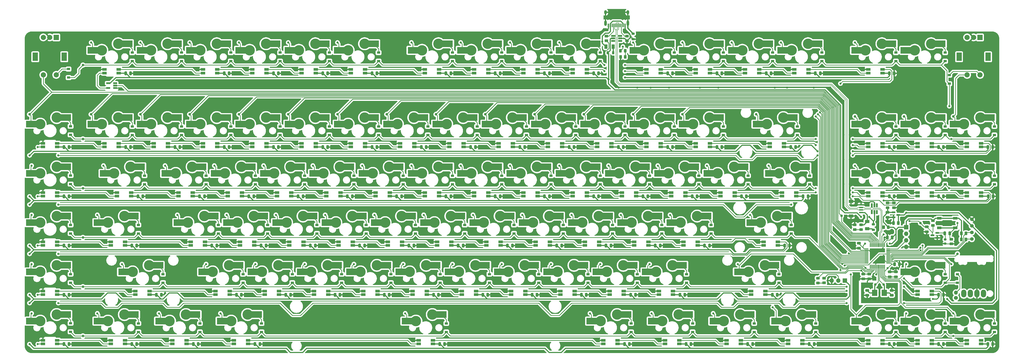
<source format=gbr>
%TF.GenerationSoftware,KiCad,Pcbnew,(6.0.0)*%
%TF.CreationDate,2022-03-04T19:43:27-05:00*%
%TF.ProjectId,keyboard0,6b657962-6f61-4726-9430-2e6b69636164,rev?*%
%TF.SameCoordinates,Original*%
%TF.FileFunction,Copper,L2,Bot*%
%TF.FilePolarity,Positive*%
%FSLAX46Y46*%
G04 Gerber Fmt 4.6, Leading zero omitted, Abs format (unit mm)*
G04 Created by KiCad (PCBNEW (6.0.0)) date 2022-03-04 19:43:27*
%MOMM*%
%LPD*%
G01*
G04 APERTURE LIST*
G04 Aperture macros list*
%AMRoundRect*
0 Rectangle with rounded corners*
0 $1 Rounding radius*
0 $2 $3 $4 $5 $6 $7 $8 $9 X,Y pos of 4 corners*
0 Add a 4 corners polygon primitive as box body*
4,1,4,$2,$3,$4,$5,$6,$7,$8,$9,$2,$3,0*
0 Add four circle primitives for the rounded corners*
1,1,$1+$1,$2,$3*
1,1,$1+$1,$4,$5*
1,1,$1+$1,$6,$7*
1,1,$1+$1,$8,$9*
0 Add four rect primitives between the rounded corners*
20,1,$1+$1,$2,$3,$4,$5,0*
20,1,$1+$1,$4,$5,$6,$7,0*
20,1,$1+$1,$6,$7,$8,$9,0*
20,1,$1+$1,$8,$9,$2,$3,0*%
G04 Aperture macros list end*
%TA.AperFunction,ComponentPad*%
%ADD10C,0.800000*%
%TD*%
%TA.AperFunction,SMDPad,CuDef*%
%ADD11R,4.500000X2.500000*%
%TD*%
%TA.AperFunction,ComponentPad*%
%ADD12C,4.000000*%
%TD*%
%TA.AperFunction,ComponentPad*%
%ADD13R,2.000000X2.000000*%
%TD*%
%TA.AperFunction,ComponentPad*%
%ADD14C,2.000000*%
%TD*%
%TA.AperFunction,ComponentPad*%
%ADD15R,2.000000X3.200000*%
%TD*%
%TA.AperFunction,ComponentPad*%
%ADD16C,1.397000*%
%TD*%
%TA.AperFunction,ComponentPad*%
%ADD17O,2.000000X3.000000*%
%TD*%
%TA.AperFunction,ComponentPad*%
%ADD18C,1.524000*%
%TD*%
%TA.AperFunction,ComponentPad*%
%ADD19O,1.524000X1.524000*%
%TD*%
%TA.AperFunction,SMDPad,CuDef*%
%ADD20R,1.200000X0.900000*%
%TD*%
%TA.AperFunction,SMDPad,CuDef*%
%ADD21RoundRect,0.250000X-0.262500X-0.450000X0.262500X-0.450000X0.262500X0.450000X-0.262500X0.450000X0*%
%TD*%
%TA.AperFunction,ComponentPad*%
%ADD22C,1.000000*%
%TD*%
%TA.AperFunction,SMDPad,CuDef*%
%ADD23RoundRect,0.218750X0.381250X-0.218750X0.381250X0.218750X-0.381250X0.218750X-0.381250X-0.218750X0*%
%TD*%
%TA.AperFunction,SMDPad,CuDef*%
%ADD24RoundRect,0.250000X0.475000X-0.250000X0.475000X0.250000X-0.475000X0.250000X-0.475000X-0.250000X0*%
%TD*%
%TA.AperFunction,SMDPad,CuDef*%
%ADD25RoundRect,0.250000X-0.475000X0.250000X-0.475000X-0.250000X0.475000X-0.250000X0.475000X0.250000X0*%
%TD*%
%TA.AperFunction,SMDPad,CuDef*%
%ADD26RoundRect,0.250000X0.250000X0.475000X-0.250000X0.475000X-0.250000X-0.475000X0.250000X-0.475000X0*%
%TD*%
%TA.AperFunction,SMDPad,CuDef*%
%ADD27RoundRect,0.243750X-0.456250X0.243750X-0.456250X-0.243750X0.456250X-0.243750X0.456250X0.243750X0*%
%TD*%
%TA.AperFunction,SMDPad,CuDef*%
%ADD28RoundRect,0.250000X-0.625000X0.375000X-0.625000X-0.375000X0.625000X-0.375000X0.625000X0.375000X0*%
%TD*%
%TA.AperFunction,ComponentPad*%
%ADD29R,1.700000X1.700000*%
%TD*%
%TA.AperFunction,ComponentPad*%
%ADD30O,1.700000X1.700000*%
%TD*%
%TA.AperFunction,SMDPad,CuDef*%
%ADD31RoundRect,0.250000X-0.450000X0.262500X-0.450000X-0.262500X0.450000X-0.262500X0.450000X0.262500X0*%
%TD*%
%TA.AperFunction,SMDPad,CuDef*%
%ADD32RoundRect,0.250000X0.262500X0.450000X-0.262500X0.450000X-0.262500X-0.450000X0.262500X-0.450000X0*%
%TD*%
%TA.AperFunction,SMDPad,CuDef*%
%ADD33RoundRect,0.250000X0.450000X-0.262500X0.450000X0.262500X-0.450000X0.262500X-0.450000X-0.262500X0*%
%TD*%
%TA.AperFunction,SMDPad,CuDef*%
%ADD34RoundRect,0.150000X-0.587500X-0.150000X0.587500X-0.150000X0.587500X0.150000X-0.587500X0.150000X0*%
%TD*%
%TA.AperFunction,SMDPad,CuDef*%
%ADD35RoundRect,0.075000X0.075000X-0.662500X0.075000X0.662500X-0.075000X0.662500X-0.075000X-0.662500X0*%
%TD*%
%TA.AperFunction,SMDPad,CuDef*%
%ADD36RoundRect,0.075000X0.662500X-0.075000X0.662500X0.075000X-0.662500X0.075000X-0.662500X-0.075000X0*%
%TD*%
%TA.AperFunction,SMDPad,CuDef*%
%ADD37R,2.000000X2.400000*%
%TD*%
%TA.AperFunction,SMDPad,CuDef*%
%ADD38R,0.600000X1.450000*%
%TD*%
%TA.AperFunction,SMDPad,CuDef*%
%ADD39R,0.300000X1.450000*%
%TD*%
%TA.AperFunction,ComponentPad*%
%ADD40O,1.000000X2.100000*%
%TD*%
%TA.AperFunction,ComponentPad*%
%ADD41O,1.000000X1.600000*%
%TD*%
%TA.AperFunction,SMDPad,CuDef*%
%ADD42R,1.560000X0.650000*%
%TD*%
%TA.AperFunction,SMDPad,CuDef*%
%ADD43RoundRect,0.243750X0.243750X0.456250X-0.243750X0.456250X-0.243750X-0.456250X0.243750X-0.456250X0*%
%TD*%
%TA.AperFunction,SMDPad,CuDef*%
%ADD44RoundRect,0.250000X-0.250000X-0.475000X0.250000X-0.475000X0.250000X0.475000X-0.250000X0.475000X0*%
%TD*%
%TA.AperFunction,SMDPad,CuDef*%
%ADD45RoundRect,0.150000X0.587500X0.150000X-0.587500X0.150000X-0.587500X-0.150000X0.587500X-0.150000X0*%
%TD*%
%TA.AperFunction,SMDPad,CuDef*%
%ADD46RoundRect,0.200000X-0.275000X0.200000X-0.275000X-0.200000X0.275000X-0.200000X0.275000X0.200000X0*%
%TD*%
%TA.AperFunction,SMDPad,CuDef*%
%ADD47R,1.800000X1.100000*%
%TD*%
%TA.AperFunction,SMDPad,CuDef*%
%ADD48R,1.550000X0.600000*%
%TD*%
%TA.AperFunction,SMDPad,CuDef*%
%ADD49R,1.800000X1.200000*%
%TD*%
%TA.AperFunction,SMDPad,CuDef*%
%ADD50RoundRect,0.218750X0.218750X0.381250X-0.218750X0.381250X-0.218750X-0.381250X0.218750X-0.381250X0*%
%TD*%
%TA.AperFunction,SMDPad,CuDef*%
%ADD51RoundRect,0.243750X0.456250X-0.243750X0.456250X0.243750X-0.456250X0.243750X-0.456250X-0.243750X0*%
%TD*%
%TA.AperFunction,SMDPad,CuDef*%
%ADD52RoundRect,0.250000X-0.375000X-0.625000X0.375000X-0.625000X0.375000X0.625000X-0.375000X0.625000X0*%
%TD*%
%TA.AperFunction,SMDPad,CuDef*%
%ADD53R,1.700000X1.000000*%
%TD*%
%TA.AperFunction,SMDPad,CuDef*%
%ADD54R,0.650000X1.560000*%
%TD*%
%TA.AperFunction,ViaPad*%
%ADD55C,0.800000*%
%TD*%
%TA.AperFunction,Conductor*%
%ADD56C,0.381000*%
%TD*%
%TA.AperFunction,Conductor*%
%ADD57C,0.250000*%
%TD*%
%TA.AperFunction,Conductor*%
%ADD58C,0.200000*%
%TD*%
%TA.AperFunction,Conductor*%
%ADD59C,0.508000*%
%TD*%
G04 APERTURE END LIST*
D10*
%TO.P,MX52,1*%
%TO.N,COL1*%
X47462700Y-162517900D03*
D11*
X49267700Y-161755900D03*
D12*
X52542700Y-161755900D03*
D10*
X47462700Y-160993900D03*
D11*
%TO.P,MX52,2*%
%TO.N,Net-(KD52-Pad2)*%
X62194700Y-159215900D03*
D10*
X63972700Y-159977900D03*
X63972700Y-158453900D03*
D12*
X58892700Y-159215900D03*
%TD*%
D11*
%TO.P,MX2,1*%
%TO.N,COL3*%
X84984200Y-95085100D03*
D10*
X83179200Y-94323100D03*
X83179200Y-95847100D03*
D12*
X88259200Y-95085100D03*
D11*
%TO.P,MX2,2*%
%TO.N,Net-(KD2-Pad2)*%
X97911200Y-92545100D03*
D10*
X99689200Y-93307100D03*
D12*
X94609200Y-92545100D03*
D10*
X99689200Y-91783100D03*
%TD*%
D11*
%TO.P,MX15,1*%
%TO.N,COL0*%
X23075600Y-123658300D03*
D10*
X21270600Y-122896300D03*
D12*
X26350600Y-123658300D03*
D10*
X21270600Y-124420300D03*
D12*
%TO.P,MX15,2*%
%TO.N,Net-(KD15-Pad2)*%
X32700600Y-121118300D03*
D10*
X37780600Y-121880300D03*
X37780600Y-120356300D03*
D11*
X36002600Y-121118300D03*
%TD*%
%TO.P,MX33,1*%
%TO.N,COL0*%
X23075600Y-142707100D03*
D12*
X26350600Y-142707100D03*
D10*
X21270600Y-141945100D03*
X21270600Y-143469100D03*
D11*
%TO.P,MX33,2*%
%TO.N,Net-(KD33-Pad2)*%
X36002600Y-140167100D03*
D12*
X32700600Y-140167100D03*
D10*
X37780600Y-139405100D03*
X37780600Y-140929100D03*
%TD*%
D11*
%TO.P,MX51,1*%
%TO.N,COL0*%
X23075600Y-161755900D03*
D12*
X26350600Y-161755900D03*
D10*
X21270600Y-162517900D03*
X21270600Y-160993900D03*
D11*
%TO.P,MX51,2*%
%TO.N,Net-(KD51-Pad2)*%
X36002600Y-159215900D03*
D10*
X37780600Y-158453900D03*
D12*
X32700600Y-159215900D03*
D10*
X37780600Y-159977900D03*
%TD*%
%TO.P,MX65,1*%
%TO.N,COL0*%
X21270600Y-180042700D03*
D12*
X26350600Y-180804700D03*
D11*
X23075600Y-180804700D03*
D10*
X21270600Y-181566700D03*
%TO.P,MX65,2*%
%TO.N,Net-(KD65-Pad2)*%
X37780600Y-179026700D03*
D12*
X32700600Y-178264700D03*
D11*
X36002600Y-178264700D03*
D10*
X37780600Y-177502700D03*
%TD*%
D12*
%TO.P,MX1,1*%
%TO.N,COL1*%
X50161600Y-95085100D03*
D10*
X45081600Y-95847100D03*
D11*
X46886600Y-95085100D03*
D10*
X45081600Y-94323100D03*
%TO.P,MX1,2*%
%TO.N,Net-(KD1-Pad2)*%
X61591600Y-93307100D03*
D11*
X59813600Y-92545100D03*
D12*
X56511600Y-92545100D03*
D10*
X61591600Y-91783100D03*
%TD*%
D12*
%TO.P,MX16,1*%
%TO.N,COL1*%
X50161600Y-123658300D03*
D10*
X45081600Y-124420300D03*
X45081600Y-122896300D03*
D11*
X46886600Y-123658300D03*
D10*
%TO.P,MX16,2*%
%TO.N,Net-(KD16-Pad2)*%
X61591600Y-120356300D03*
X61591600Y-121880300D03*
D11*
X59813600Y-121118300D03*
D12*
X56511600Y-121118300D03*
%TD*%
D10*
%TO.P,MX34,1*%
%TO.N,COL1*%
X49843800Y-141945100D03*
X49843800Y-143469100D03*
D11*
X51648800Y-142707100D03*
D12*
X54923800Y-142707100D03*
D11*
%TO.P,MX34,2*%
%TO.N,Net-(KD34-Pad2)*%
X64575800Y-140167100D03*
D10*
X66353800Y-139405100D03*
D12*
X61273800Y-140167100D03*
D10*
X66353800Y-140929100D03*
%TD*%
D12*
%TO.P,MX79,1*%
%TO.N,COL0*%
X26350600Y-199853500D03*
D10*
X21270600Y-199091500D03*
D11*
X23075600Y-199853500D03*
D10*
X21270600Y-200615500D03*
%TO.P,MX79,2*%
%TO.N,Net-(KD79-Pad2)*%
X37780600Y-198075500D03*
D12*
X32700600Y-197313500D03*
D11*
X36002600Y-197313500D03*
D10*
X37780600Y-196551500D03*
%TD*%
D11*
%TO.P,MX18,1*%
%TO.N,COL3*%
X84984200Y-123658300D03*
D10*
X83179200Y-124420300D03*
X83179200Y-122896300D03*
D12*
X88259200Y-123658300D03*
%TO.P,MX18,2*%
%TO.N,Net-(KD18-Pad2)*%
X94609200Y-121118300D03*
D10*
X99689200Y-121880300D03*
X99689200Y-120356300D03*
D11*
X97911200Y-121118300D03*
%TD*%
D12*
%TO.P,MX36,1*%
%TO.N,COL3*%
X97783600Y-142707100D03*
D10*
X92703600Y-143469100D03*
X92703600Y-141945100D03*
D11*
X94508600Y-142707100D03*
D10*
%TO.P,MX36,2*%
%TO.N,Net-(KD36-Pad2)*%
X109213600Y-140929100D03*
X109213600Y-139405100D03*
D12*
X104133600Y-140167100D03*
D11*
X107435600Y-140167100D03*
%TD*%
D10*
%TO.P,MX54,1*%
%TO.N,COL3*%
X97465800Y-162517900D03*
D12*
X102545800Y-161755900D03*
D11*
X99270800Y-161755900D03*
D10*
X97465800Y-160993900D03*
%TO.P,MX54,2*%
%TO.N,Net-(KD54-Pad2)*%
X113975800Y-158453900D03*
D12*
X108895800Y-159215900D03*
D11*
X112197800Y-159215900D03*
D10*
X113975800Y-159977900D03*
%TD*%
%TO.P,MX67,1*%
%TO.N,COL3*%
X87941400Y-181566700D03*
D12*
X93021400Y-180804700D03*
D11*
X89746400Y-180804700D03*
D10*
X87941400Y-180042700D03*
%TO.P,MX67,2*%
%TO.N,Net-(KD67-Pad2)*%
X104451400Y-179026700D03*
X104451400Y-177502700D03*
D11*
X102673400Y-178264700D03*
D12*
X99371400Y-178264700D03*
%TD*%
%TO.P,MX82,1*%
%TO.N,COL3*%
X100164700Y-199853500D03*
D10*
X95084700Y-200615500D03*
D11*
X96889700Y-199853500D03*
D10*
X95084700Y-199091500D03*
D12*
%TO.P,MX82,2*%
%TO.N,Net-(KD82-Pad2)*%
X106514700Y-197313500D03*
D10*
X111594700Y-196551500D03*
D11*
X109816700Y-197313500D03*
D10*
X111594700Y-198075500D03*
%TD*%
%TO.P,MX17,1*%
%TO.N,COL2*%
X64130400Y-124420300D03*
D12*
X69210400Y-123658300D03*
D10*
X64130400Y-122896300D03*
D11*
X65935400Y-123658300D03*
D10*
%TO.P,MX17,2*%
%TO.N,Net-(KD17-Pad2)*%
X80640400Y-121880300D03*
D12*
X75560400Y-121118300D03*
D11*
X78862400Y-121118300D03*
D10*
X80640400Y-120356300D03*
%TD*%
%TO.P,MX35,1*%
%TO.N,COL2*%
X73654800Y-143469100D03*
D11*
X75459800Y-142707100D03*
D12*
X78734800Y-142707100D03*
D10*
X73654800Y-141945100D03*
D12*
%TO.P,MX35,2*%
%TO.N,Net-(KD35-Pad2)*%
X85084800Y-140167100D03*
D10*
X90164800Y-139405100D03*
D11*
X88386800Y-140167100D03*
D10*
X90164800Y-140929100D03*
%TD*%
D12*
%TO.P,MX53,1*%
%TO.N,COL2*%
X83438700Y-161755900D03*
D11*
X80163700Y-161755900D03*
D10*
X78358700Y-160993900D03*
X78358700Y-162517900D03*
%TO.P,MX53,2*%
%TO.N,Net-(KD53-Pad2)*%
X94868700Y-158453900D03*
X94868700Y-159977900D03*
D12*
X89788700Y-159215900D03*
D11*
X93090700Y-159215900D03*
%TD*%
%TO.P,MX66,1*%
%TO.N,COL1*%
X58792100Y-180804700D03*
D12*
X62067100Y-180804700D03*
D10*
X56987100Y-181566700D03*
X56987100Y-180042700D03*
%TO.P,MX66,2*%
%TO.N,Net-(KD66-Pad2)*%
X73497100Y-177502700D03*
X73497100Y-179026700D03*
D11*
X71719100Y-178264700D03*
D12*
X68417100Y-178264700D03*
%TD*%
D11*
%TO.P,MX81,1*%
%TO.N,COL2*%
X73078700Y-199853500D03*
D12*
X76353700Y-199853500D03*
D10*
X71273700Y-200615500D03*
X71273700Y-199091500D03*
%TO.P,MX81,2*%
%TO.N,Net-(KD81-Pad2)*%
X87783700Y-196551500D03*
D12*
X82703700Y-197313500D03*
D10*
X87783700Y-198075500D03*
D11*
X86005700Y-197313500D03*
%TD*%
%TO.P,MX3,1*%
%TO.N,COL4*%
X104033000Y-95085100D03*
D10*
X102228000Y-94323100D03*
X102228000Y-95847100D03*
D12*
X107308000Y-95085100D03*
%TO.P,MX3,2*%
%TO.N,Net-(KD3-Pad2)*%
X113658000Y-92545100D03*
D11*
X116960000Y-92545100D03*
D10*
X118738000Y-93307100D03*
X118738000Y-91783100D03*
%TD*%
D11*
%TO.P,MX37,1*%
%TO.N,COL4*%
X113557400Y-142707100D03*
D10*
X111752400Y-143469100D03*
X111752400Y-141945100D03*
D12*
X116832400Y-142707100D03*
D10*
%TO.P,MX37,2*%
%TO.N,Net-(KD37-Pad2)*%
X128262400Y-140929100D03*
X128262400Y-139405100D03*
D11*
X126484400Y-140167100D03*
D12*
X123182400Y-140167100D03*
%TD*%
D10*
%TO.P,MX55,1*%
%TO.N,COL4*%
X116514600Y-160993900D03*
D12*
X121594600Y-161755900D03*
D11*
X118319600Y-161755900D03*
D10*
X116514600Y-162517900D03*
%TO.P,MX55,2*%
%TO.N,Net-(KD55-Pad2)*%
X133024600Y-159977900D03*
D12*
X127944600Y-159215900D03*
D11*
X131246600Y-159215900D03*
D10*
X133024600Y-158453900D03*
%TD*%
D12*
%TO.P,MX68,1*%
%TO.N,COL4*%
X112070200Y-180804700D03*
D11*
X108795200Y-180804700D03*
D10*
X106990200Y-181566700D03*
X106990200Y-180042700D03*
D11*
%TO.P,MX68,2*%
%TO.N,Net-(KD68-Pad2)*%
X121722200Y-178264700D03*
D10*
X123500200Y-177502700D03*
X123500200Y-179026700D03*
D12*
X118420200Y-178264700D03*
%TD*%
%TO.P,MX70,1*%
%TO.N,COL6*%
X150167800Y-180804700D03*
D10*
X145087800Y-181566700D03*
D11*
X146892800Y-180804700D03*
D10*
X145087800Y-180042700D03*
%TO.P,MX70,2*%
%TO.N,Net-(KD70-Pad2)*%
X161597800Y-179026700D03*
D11*
X159819800Y-178264700D03*
D12*
X156517800Y-178264700D03*
D10*
X161597800Y-177502700D03*
%TD*%
%TO.P,MX4,1*%
%TO.N,COL5*%
X121276800Y-94323100D03*
X121276800Y-95847100D03*
D12*
X126356800Y-95085100D03*
D11*
X123081800Y-95085100D03*
D10*
%TO.P,MX4,2*%
%TO.N,Net-(KD4-Pad2)*%
X137786800Y-91783100D03*
D12*
X132706800Y-92545100D03*
D10*
X137786800Y-93307100D03*
D11*
X136008800Y-92545100D03*
%TD*%
D12*
%TO.P,MX20,1*%
%TO.N,COL5*%
X126356800Y-123658300D03*
D11*
X123081800Y-123658300D03*
D10*
X121276800Y-122896300D03*
X121276800Y-124420300D03*
D11*
%TO.P,MX20,2*%
%TO.N,Net-(KD20-Pad2)*%
X136008800Y-121118300D03*
D12*
X132706800Y-121118300D03*
D10*
X137786800Y-121880300D03*
X137786800Y-120356300D03*
%TD*%
D12*
%TO.P,MX38,1*%
%TO.N,COL5*%
X135881200Y-142707100D03*
D11*
X132606200Y-142707100D03*
D10*
X130801200Y-143469100D03*
X130801200Y-141945100D03*
D11*
%TO.P,MX38,2*%
%TO.N,Net-(KD38-Pad2)*%
X145533200Y-140167100D03*
D10*
X147311200Y-139405100D03*
D12*
X142231200Y-140167100D03*
D10*
X147311200Y-140929100D03*
%TD*%
D11*
%TO.P,MX56,1*%
%TO.N,COL5*%
X137368400Y-161755900D03*
D10*
X135563400Y-160993900D03*
D12*
X140643400Y-161755900D03*
D10*
X135563400Y-162517900D03*
D11*
%TO.P,MX56,2*%
%TO.N,Net-(KD56-Pad2)*%
X150295400Y-159215900D03*
D10*
X152073400Y-159977900D03*
X152073400Y-158453900D03*
D12*
X146993400Y-159215900D03*
%TD*%
D10*
%TO.P,MX69,1*%
%TO.N,COL5*%
X126039000Y-181566700D03*
D12*
X131119000Y-180804700D03*
D11*
X127844000Y-180804700D03*
D10*
X126039000Y-180042700D03*
D12*
%TO.P,MX69,2*%
%TO.N,Net-(KD69-Pad2)*%
X137469000Y-178264700D03*
D11*
X140771000Y-178264700D03*
D10*
X142549000Y-177502700D03*
X142549000Y-179026700D03*
%TD*%
D12*
%TO.P,MX5,1*%
%TO.N,COL6*%
X145405600Y-95085100D03*
D11*
X142130600Y-95085100D03*
D10*
X140325600Y-94323100D03*
X140325600Y-95847100D03*
%TO.P,MX5,2*%
%TO.N,Net-(KD5-Pad2)*%
X156835600Y-91783100D03*
X156835600Y-93307100D03*
D11*
X155057600Y-92545100D03*
D12*
X151755600Y-92545100D03*
%TD*%
%TO.P,MX39,1*%
%TO.N,COL6*%
X154930000Y-142707100D03*
D10*
X149850000Y-141945100D03*
D11*
X151655000Y-142707100D03*
D10*
X149850000Y-143469100D03*
%TO.P,MX39,2*%
%TO.N,Net-(KD39-Pad2)*%
X166360000Y-140929100D03*
X166360000Y-139405100D03*
D12*
X161280000Y-140167100D03*
D11*
X164582000Y-140167100D03*
%TD*%
D10*
%TO.P,MX57,1*%
%TO.N,COL6*%
X154612200Y-160993900D03*
X154612200Y-162517900D03*
D11*
X156417200Y-161755900D03*
D12*
X159692200Y-161755900D03*
D11*
%TO.P,MX57,2*%
%TO.N,Net-(KD57-Pad2)*%
X169344200Y-159215900D03*
D10*
X171122200Y-159977900D03*
X171122200Y-158453900D03*
D12*
X166042200Y-159215900D03*
%TD*%
D10*
%TO.P,MX71,1*%
%TO.N,COL7*%
X164136600Y-181566700D03*
X164136600Y-180042700D03*
D12*
X169216600Y-180804700D03*
D11*
X165941600Y-180804700D03*
D10*
%TO.P,MX71,2*%
%TO.N,Net-(KD71-Pad2)*%
X180646600Y-177502700D03*
D11*
X178868600Y-178264700D03*
D12*
X175566600Y-178264700D03*
D10*
X180646600Y-179026700D03*
%TD*%
%TO.P,MX83,1*%
%TO.N,COL7*%
X166517700Y-200615500D03*
D11*
X168322700Y-199853500D03*
D10*
X166517700Y-199091500D03*
D12*
X171597700Y-199853500D03*
%TO.P,MX83,2*%
%TO.N,Net-(KD83-Pad2)*%
X177947700Y-197313500D03*
D10*
X183027700Y-198075500D03*
X183027700Y-196551500D03*
D11*
X181249700Y-197313500D03*
%TD*%
D10*
%TO.P,MX22,1*%
%TO.N,COL7*%
X159374400Y-122896300D03*
X159374400Y-124420300D03*
D12*
X164454400Y-123658300D03*
D11*
X161179400Y-123658300D03*
%TO.P,MX22,2*%
%TO.N,Net-(KD22-Pad2)*%
X174106400Y-121118300D03*
D12*
X170804400Y-121118300D03*
D10*
X175884400Y-121880300D03*
X175884400Y-120356300D03*
%TD*%
D11*
%TO.P,MX40,1*%
%TO.N,COL7*%
X170703800Y-142707100D03*
D10*
X168898800Y-143469100D03*
D12*
X173978800Y-142707100D03*
D10*
X168898800Y-141945100D03*
%TO.P,MX40,2*%
%TO.N,Net-(KD40-Pad2)*%
X185408800Y-139405100D03*
X185408800Y-140929100D03*
D11*
X183630800Y-140167100D03*
D12*
X180328800Y-140167100D03*
%TD*%
D10*
%TO.P,MX58,1*%
%TO.N,COL7*%
X173661000Y-160993900D03*
X173661000Y-162517900D03*
D12*
X178741000Y-161755900D03*
D11*
X175466000Y-161755900D03*
D12*
%TO.P,MX58,2*%
%TO.N,Net-(KD58-Pad2)*%
X185091000Y-159215900D03*
D10*
X190171000Y-158453900D03*
X190171000Y-159977900D03*
D11*
X188393000Y-159215900D03*
%TD*%
D10*
%TO.P,MX72,1*%
%TO.N,COL8*%
X183185400Y-181566700D03*
D11*
X184990400Y-180804700D03*
D10*
X183185400Y-180042700D03*
D12*
X188265400Y-180804700D03*
D11*
%TO.P,MX72,2*%
%TO.N,Net-(KD72-Pad2)*%
X197917400Y-178264700D03*
D10*
X199695400Y-177502700D03*
X199695400Y-179026700D03*
D12*
X194615400Y-178264700D03*
%TD*%
%TO.P,MX7,1*%
%TO.N,COL8*%
X193027600Y-95085100D03*
D10*
X187947600Y-94323100D03*
X187947600Y-95847100D03*
D11*
X189752600Y-95085100D03*
D12*
%TO.P,MX7,2*%
%TO.N,Net-(KD7-Pad2)*%
X199377600Y-92545100D03*
D10*
X204457600Y-93307100D03*
D11*
X202679600Y-92545100D03*
D10*
X204457600Y-91783100D03*
%TD*%
%TO.P,MX23,1*%
%TO.N,COL8*%
X178423200Y-124420300D03*
D12*
X183503200Y-123658300D03*
D10*
X178423200Y-122896300D03*
D11*
X180228200Y-123658300D03*
%TO.P,MX23,2*%
%TO.N,Net-(KD23-Pad2)*%
X193155200Y-121118300D03*
D12*
X189853200Y-121118300D03*
D10*
X194933200Y-120356300D03*
X194933200Y-121880300D03*
%TD*%
D12*
%TO.P,MX41,1*%
%TO.N,COL8*%
X193027600Y-142707100D03*
D10*
X187947600Y-143469100D03*
D11*
X189752600Y-142707100D03*
D10*
X187947600Y-141945100D03*
D12*
%TO.P,MX41,2*%
%TO.N,Net-(KD41-Pad2)*%
X199377600Y-140167100D03*
D10*
X204457600Y-139405100D03*
X204457600Y-140929100D03*
D11*
X202679600Y-140167100D03*
%TD*%
D10*
%TO.P,MX59,1*%
%TO.N,COL8*%
X192709800Y-160993900D03*
D11*
X194514800Y-161755900D03*
D10*
X192709800Y-162517900D03*
D12*
X197789800Y-161755900D03*
D10*
%TO.P,MX59,2*%
%TO.N,Net-(KD59-Pad2)*%
X209219800Y-158453900D03*
D11*
X207441800Y-159215900D03*
D12*
X204139800Y-159215900D03*
D10*
X209219800Y-159977900D03*
%TD*%
%TO.P,MX73,1*%
%TO.N,COL9*%
X202234200Y-180042700D03*
X202234200Y-181566700D03*
D11*
X204039200Y-180804700D03*
D12*
X207314200Y-180804700D03*
%TO.P,MX73,2*%
%TO.N,Net-(KD73-Pad2)*%
X213664200Y-178264700D03*
D10*
X218744200Y-179026700D03*
D11*
X216966200Y-178264700D03*
D10*
X218744200Y-177502700D03*
%TD*%
%TO.P,MX8,1*%
%TO.N,COL9*%
X206996400Y-94323100D03*
D12*
X212076400Y-95085100D03*
D10*
X206996400Y-95847100D03*
D11*
X208801400Y-95085100D03*
%TO.P,MX8,2*%
%TO.N,Net-(KD8-Pad2)*%
X221728400Y-92545100D03*
D12*
X218426400Y-92545100D03*
D10*
X223506400Y-91783100D03*
X223506400Y-93307100D03*
%TD*%
%TO.P,MX24,1*%
%TO.N,COL9*%
X197472000Y-124420300D03*
D12*
X202552000Y-123658300D03*
D11*
X199277000Y-123658300D03*
D10*
X197472000Y-122896300D03*
D12*
%TO.P,MX24,2*%
%TO.N,Net-(KD24-Pad2)*%
X208902000Y-121118300D03*
D10*
X213982000Y-121880300D03*
D11*
X212204000Y-121118300D03*
D10*
X213982000Y-120356300D03*
%TD*%
D11*
%TO.P,MX42,1*%
%TO.N,COL9*%
X208801400Y-142707100D03*
D10*
X206996400Y-141945100D03*
X206996400Y-143469100D03*
D12*
X212076400Y-142707100D03*
D10*
%TO.P,MX42,2*%
%TO.N,Net-(KD42-Pad2)*%
X223506400Y-140929100D03*
X223506400Y-139405100D03*
D12*
X218426400Y-140167100D03*
D11*
X221728400Y-140167100D03*
%TD*%
D10*
%TO.P,MX60,1*%
%TO.N,COL9*%
X211758600Y-160993900D03*
X211758600Y-162517900D03*
D11*
X213563600Y-161755900D03*
D12*
X216838600Y-161755900D03*
D10*
%TO.P,MX60,2*%
%TO.N,Net-(KD60-Pad2)*%
X228268600Y-158453900D03*
D12*
X223188600Y-159215900D03*
D10*
X228268600Y-159977900D03*
D11*
X226490600Y-159215900D03*
%TD*%
%TO.P,MX74,1*%
%TO.N,COL10*%
X223088000Y-180804700D03*
D10*
X221283000Y-181566700D03*
D12*
X226363000Y-180804700D03*
D10*
X221283000Y-180042700D03*
%TO.P,MX74,2*%
%TO.N,Net-(KD74-Pad2)*%
X237793000Y-177502700D03*
D11*
X236015000Y-178264700D03*
D12*
X232713000Y-178264700D03*
D10*
X237793000Y-179026700D03*
%TD*%
D11*
%TO.P,MX9,1*%
%TO.N,COL10*%
X227850200Y-95085100D03*
D12*
X231125200Y-95085100D03*
D10*
X226045200Y-94323100D03*
X226045200Y-95847100D03*
D12*
%TO.P,MX9,2*%
%TO.N,Net-(KD9-Pad2)*%
X237475200Y-92545100D03*
D11*
X240777200Y-92545100D03*
D10*
X242555200Y-93307100D03*
X242555200Y-91783100D03*
%TD*%
D12*
%TO.P,MX25,1*%
%TO.N,COL10*%
X221600800Y-123658300D03*
D10*
X216520800Y-124420300D03*
X216520800Y-122896300D03*
D11*
X218325800Y-123658300D03*
D10*
%TO.P,MX25,2*%
%TO.N,Net-(KD25-Pad2)*%
X233030800Y-120356300D03*
D11*
X231252800Y-121118300D03*
D12*
X227950800Y-121118300D03*
D10*
X233030800Y-121880300D03*
%TD*%
%TO.P,MX43,1*%
%TO.N,COL10*%
X226045200Y-143469100D03*
X226045200Y-141945100D03*
D11*
X227850200Y-142707100D03*
D12*
X231125200Y-142707100D03*
D10*
%TO.P,MX43,2*%
%TO.N,Net-(KD43-Pad2)*%
X242555200Y-139405100D03*
X242555200Y-140929100D03*
D12*
X237475200Y-140167100D03*
D11*
X240777200Y-140167100D03*
%TD*%
%TO.P,MX61,1*%
%TO.N,COL10*%
X232612400Y-161755900D03*
D10*
X230807400Y-160993900D03*
X230807400Y-162517900D03*
D12*
X235887400Y-161755900D03*
D11*
%TO.P,MX61,2*%
%TO.N,Net-(KD61-Pad2)*%
X245539400Y-159215900D03*
D10*
X247317400Y-159977900D03*
X247317400Y-158453900D03*
D12*
X242237400Y-159215900D03*
%TD*%
D10*
%TO.P,MX84,1*%
%TO.N,COL11*%
X237950700Y-199091500D03*
X237950700Y-200615500D03*
D12*
X243030700Y-199853500D03*
D11*
X239755700Y-199853500D03*
D12*
%TO.P,MX84,2*%
%TO.N,Net-(KD84-Pad2)*%
X249380700Y-197313500D03*
D10*
X254460700Y-198075500D03*
D11*
X252682700Y-197313500D03*
D10*
X254460700Y-196551500D03*
%TD*%
%TO.P,MX10,1*%
%TO.N,COL11*%
X254618400Y-95847100D03*
D11*
X256423400Y-95085100D03*
D12*
X259698400Y-95085100D03*
D10*
X254618400Y-94323100D03*
%TO.P,MX10,2*%
%TO.N,Net-(KD10-Pad2)*%
X271128400Y-93307100D03*
D11*
X269350400Y-92545100D03*
D12*
X266048400Y-92545100D03*
D10*
X271128400Y-91783100D03*
%TD*%
%TO.P,MX26,1*%
%TO.N,COL11*%
X235569600Y-124420300D03*
X235569600Y-122896300D03*
D12*
X240649600Y-123658300D03*
D11*
X237374600Y-123658300D03*
D10*
%TO.P,MX26,2*%
%TO.N,Net-(KD26-Pad2)*%
X252079600Y-120356300D03*
D11*
X250301600Y-121118300D03*
D12*
X246999600Y-121118300D03*
D10*
X252079600Y-121880300D03*
%TD*%
D12*
%TO.P,MX44,1*%
%TO.N,COL11*%
X250174000Y-142707100D03*
D10*
X245094000Y-141945100D03*
D11*
X246899000Y-142707100D03*
D10*
X245094000Y-143469100D03*
%TO.P,MX44,2*%
%TO.N,Net-(KD44-Pad2)*%
X261604000Y-140929100D03*
D11*
X259826000Y-140167100D03*
D12*
X256524000Y-140167100D03*
D10*
X261604000Y-139405100D03*
%TD*%
%TO.P,MX62,1*%
%TO.N,COL11*%
X249856200Y-162517900D03*
D11*
X251661200Y-161755900D03*
D12*
X254936200Y-161755900D03*
D10*
X249856200Y-160993900D03*
D12*
%TO.P,MX62,2*%
%TO.N,Net-(KD62-Pad2)*%
X261286200Y-159215900D03*
D10*
X266366200Y-159977900D03*
X266366200Y-158453900D03*
D11*
X264588200Y-159215900D03*
%TD*%
D10*
%TO.P,MX76,1*%
%TO.N,COL12*%
X259380600Y-181566700D03*
D12*
X264460600Y-180804700D03*
D10*
X259380600Y-180042700D03*
D11*
X261185600Y-180804700D03*
%TO.P,MX76,2*%
%TO.N,Net-(KD76-Pad2)*%
X274112600Y-178264700D03*
D12*
X270810600Y-178264700D03*
D10*
X275890600Y-177502700D03*
X275890600Y-179026700D03*
%TD*%
%TO.P,MX11,1*%
%TO.N,COL12*%
X273667200Y-94323100D03*
X273667200Y-95847100D03*
D11*
X275472200Y-95085100D03*
D12*
X278747200Y-95085100D03*
D10*
%TO.P,MX11,2*%
%TO.N,Net-(KD11-Pad2)*%
X290177200Y-91783100D03*
D12*
X285097200Y-92545100D03*
D10*
X290177200Y-93307100D03*
D11*
X288399200Y-92545100D03*
%TD*%
D10*
%TO.P,MX27,1*%
%TO.N,COL12*%
X254618400Y-124420300D03*
X254618400Y-122896300D03*
D12*
X259698400Y-123658300D03*
D11*
X256423400Y-123658300D03*
D10*
%TO.P,MX27,2*%
%TO.N,Net-(KD27-Pad2)*%
X271128400Y-121880300D03*
D12*
X266048400Y-121118300D03*
D11*
X269350400Y-121118300D03*
D10*
X271128400Y-120356300D03*
%TD*%
D11*
%TO.P,MX45,1*%
%TO.N,COL12*%
X265947800Y-142707100D03*
D10*
X264142800Y-143469100D03*
D12*
X269222800Y-142707100D03*
D10*
X264142800Y-141945100D03*
D11*
%TO.P,MX45,2*%
%TO.N,Net-(KD45-Pad2)*%
X278874800Y-140167100D03*
D10*
X280652800Y-139405100D03*
X280652800Y-140929100D03*
D12*
X275572800Y-140167100D03*
%TD*%
%TO.P,MX63,1*%
%TO.N,COL12*%
X273985000Y-161755900D03*
D10*
X268905000Y-162517900D03*
D11*
X270710000Y-161755900D03*
D10*
X268905000Y-160993900D03*
D11*
%TO.P,MX63,2*%
%TO.N,Net-(KD63-Pad2)*%
X283637000Y-159215900D03*
D12*
X280335000Y-159215900D03*
D10*
X285415000Y-158453900D03*
X285415000Y-159977900D03*
%TD*%
%TO.P,MX85,1*%
%TO.N,COL12*%
X261761700Y-200615500D03*
X261761700Y-199091500D03*
D11*
X263566700Y-199853500D03*
D12*
X266841700Y-199853500D03*
%TO.P,MX85,2*%
%TO.N,Net-(KD85-Pad2)*%
X273191700Y-197313500D03*
D10*
X278271700Y-196551500D03*
X278271700Y-198075500D03*
D11*
X276493700Y-197313500D03*
%TD*%
D10*
%TO.P,MX86,1*%
%TO.N,COL13*%
X285572700Y-199091500D03*
D11*
X287377700Y-199853500D03*
D12*
X290652700Y-199853500D03*
D10*
X285572700Y-200615500D03*
D11*
%TO.P,MX86,2*%
%TO.N,Net-(KD86-Pad2)*%
X300304700Y-197313500D03*
D10*
X302082700Y-196551500D03*
D12*
X297002700Y-197313500D03*
D10*
X302082700Y-198075500D03*
%TD*%
%TO.P,MX12,1*%
%TO.N,COL13*%
X292716000Y-95847100D03*
X292716000Y-94323100D03*
D11*
X294521000Y-95085100D03*
D12*
X297796000Y-95085100D03*
D11*
%TO.P,MX12,2*%
%TO.N,Net-(KD12-Pad2)*%
X307448000Y-92545100D03*
D10*
X309226000Y-91783100D03*
X309226000Y-93307100D03*
D12*
X304146000Y-92545100D03*
%TD*%
D10*
%TO.P,MX28,1*%
%TO.N,COL13*%
X273667200Y-122896300D03*
D12*
X278747200Y-123658300D03*
D11*
X275472200Y-123658300D03*
D10*
X273667200Y-124420300D03*
D12*
%TO.P,MX28,2*%
%TO.N,Net-(KD28-Pad2)*%
X285097200Y-121118300D03*
D10*
X290177200Y-120356300D03*
D11*
X288399200Y-121118300D03*
D10*
X290177200Y-121880300D03*
%TD*%
%TO.P,MX46,1*%
%TO.N,COL13*%
X283191600Y-141945100D03*
D11*
X284996600Y-142707100D03*
D12*
X288271600Y-142707100D03*
D10*
X283191600Y-143469100D03*
%TO.P,MX46,2*%
%TO.N,Net-(KD46-Pad2)*%
X299701600Y-140929100D03*
D12*
X294621600Y-140167100D03*
D11*
X297923600Y-140167100D03*
D10*
X299701600Y-139405100D03*
%TD*%
D12*
%TO.P,MX87,1*%
%TO.N,COL14*%
X314463700Y-199853500D03*
D11*
X311188700Y-199853500D03*
D10*
X309383700Y-200615500D03*
X309383700Y-199091500D03*
D11*
%TO.P,MX87,2*%
%TO.N,Net-(KD87-Pad2)*%
X324115700Y-197313500D03*
D10*
X325893700Y-198075500D03*
D12*
X320813700Y-197313500D03*
D10*
X325893700Y-196551500D03*
%TD*%
D12*
%TO.P,MX13,1*%
%TO.N,COL14*%
X316844800Y-95085100D03*
D10*
X311764800Y-95847100D03*
X311764800Y-94323100D03*
D11*
X313569800Y-95085100D03*
D10*
%TO.P,MX13,2*%
%TO.N,Net-(KD13-Pad2)*%
X328274800Y-93307100D03*
X328274800Y-91783100D03*
D11*
X326496800Y-92545100D03*
D12*
X323194800Y-92545100D03*
%TD*%
D10*
%TO.P,MX29,1*%
%TO.N,COL14*%
X302240400Y-122896300D03*
D11*
X304045400Y-123658300D03*
D10*
X302240400Y-124420300D03*
D12*
X307320400Y-123658300D03*
D10*
%TO.P,MX29,2*%
%TO.N,Net-(KD29-Pad2)*%
X318750400Y-120356300D03*
X318750400Y-121880300D03*
D12*
X313670400Y-121118300D03*
D11*
X316972400Y-121118300D03*
%TD*%
D10*
%TO.P,MX47,1*%
%TO.N,COL14*%
X307002600Y-143469100D03*
D11*
X308807600Y-142707100D03*
D12*
X312082600Y-142707100D03*
D10*
X307002600Y-141945100D03*
D12*
%TO.P,MX47,2*%
%TO.N,Net-(KD47-Pad2)*%
X318432600Y-140167100D03*
D11*
X321734600Y-140167100D03*
D10*
X323512600Y-139405100D03*
X323512600Y-140929100D03*
%TD*%
%TO.P,MX64,1*%
%TO.N,COL14*%
X299859300Y-162517900D03*
D12*
X304939300Y-161755900D03*
D10*
X299859300Y-160993900D03*
D11*
X301664300Y-161755900D03*
D10*
%TO.P,MX64,2*%
%TO.N,Net-(KD64-Pad2)*%
X316369300Y-159977900D03*
X316369300Y-158453900D03*
D12*
X311289300Y-159215900D03*
D11*
X314591300Y-159215900D03*
%TD*%
D12*
%TO.P,MX77,1*%
%TO.N,COL14*%
X300167562Y-180803844D03*
D10*
X295087562Y-181565844D03*
D11*
X296892562Y-180803844D03*
D10*
X295087562Y-180041844D03*
%TO.P,MX77,2*%
%TO.N,Net-(KD77-Pad2)*%
X311597562Y-177501844D03*
X311597562Y-179025844D03*
D11*
X309819562Y-178263844D03*
D12*
X306517562Y-178263844D03*
%TD*%
%TO.P,MX88,1*%
%TO.N,COL15*%
X345418000Y-199853500D03*
D10*
X340338000Y-200615500D03*
X340338000Y-199091500D03*
D11*
X342143000Y-199853500D03*
D12*
%TO.P,MX88,2*%
%TO.N,Net-(KD88-Pad2)*%
X351768000Y-197313500D03*
D11*
X355070000Y-197313500D03*
D10*
X356848000Y-196551500D03*
X356848000Y-198075500D03*
%TD*%
%TO.P,MX30,1*%
%TO.N,COL15*%
X340338000Y-124420300D03*
X340338000Y-122896300D03*
D12*
X345418000Y-123658300D03*
D11*
X342143000Y-123658300D03*
D12*
%TO.P,MX30,2*%
%TO.N,Net-(KD30-Pad2)*%
X351768000Y-121118300D03*
D11*
X355070000Y-121118300D03*
D10*
X356848000Y-120356300D03*
X356848000Y-121880300D03*
%TD*%
%TO.P,MX48,1*%
%TO.N,COL15*%
X340338000Y-143469100D03*
X340338000Y-141945100D03*
D12*
X345418000Y-142707100D03*
D11*
X342143000Y-142707100D03*
D10*
%TO.P,MX48,2*%
%TO.N,Net-(KD48-Pad2)*%
X356848000Y-140929100D03*
X356848000Y-139405100D03*
D12*
X351768000Y-140167100D03*
D11*
X355070000Y-140167100D03*
%TD*%
D10*
%TO.P,MX31,1*%
%TO.N,COL16*%
X359386800Y-124420300D03*
D12*
X364466800Y-123658300D03*
D11*
X361191800Y-123658300D03*
D10*
X359386800Y-122896300D03*
%TO.P,MX31,2*%
%TO.N,Net-(KD31-Pad2)*%
X375896800Y-120356300D03*
D11*
X374118800Y-121118300D03*
D12*
X370816800Y-121118300D03*
D10*
X375896800Y-121880300D03*
%TD*%
D12*
%TO.P,MX49,1*%
%TO.N,COL16*%
X364466800Y-142707100D03*
D10*
X359386800Y-141945100D03*
D11*
X361191800Y-142707100D03*
D10*
X359386800Y-143469100D03*
%TO.P,MX49,2*%
%TO.N,Net-(KD49-Pad2)*%
X375896800Y-140929100D03*
D12*
X370816800Y-140167100D03*
D11*
X374118800Y-140167100D03*
D10*
X375896800Y-139405100D03*
%TD*%
D12*
%TO.P,MX78,1*%
%TO.N,COL16*%
X364466800Y-180804700D03*
D10*
X359386800Y-180042700D03*
X359386800Y-181566700D03*
D11*
X361191800Y-180804700D03*
D10*
%TO.P,MX78,2*%
%TO.N,Net-(KD78-Pad2)*%
X375896800Y-177502700D03*
X375896800Y-179026700D03*
D11*
X374118800Y-178264700D03*
D12*
X370816800Y-178264700D03*
%TD*%
D10*
%TO.P,MX89,1*%
%TO.N,COL16*%
X359386800Y-199091500D03*
D11*
X361191800Y-199853500D03*
D10*
X359386800Y-200615500D03*
D12*
X364466800Y-199853500D03*
D11*
%TO.P,MX89,2*%
%TO.N,Net-(KD89-Pad2)*%
X374118800Y-197313500D03*
D12*
X370816800Y-197313500D03*
D10*
X375896800Y-198075500D03*
X375896800Y-196551500D03*
%TD*%
%TO.P,MX50,1*%
%TO.N,COL17*%
X378435600Y-141945100D03*
D11*
X380240600Y-142707100D03*
D10*
X378435600Y-143469100D03*
D12*
X383515600Y-142707100D03*
%TO.P,MX50,2*%
%TO.N,Net-(KD50-Pad2)*%
X389865600Y-140167100D03*
D10*
X394945600Y-139405100D03*
D11*
X393167600Y-140167100D03*
D10*
X394945600Y-140929100D03*
%TD*%
D11*
%TO.P,MX90,1*%
%TO.N,COL17*%
X380240600Y-199853500D03*
D10*
X378435600Y-199091500D03*
X378435600Y-200615500D03*
D12*
X383515600Y-199853500D03*
D10*
%TO.P,MX90,2*%
%TO.N,Net-(KD90-Pad2)*%
X394945600Y-196551500D03*
D12*
X389865600Y-197313500D03*
D10*
X394945600Y-198075500D03*
D11*
X393167600Y-197313500D03*
%TD*%
D13*
%TO.P,ROT2,A,A*%
%TO.N,ENCODER_A*%
X389706700Y-90084950D03*
D14*
%TO.P,ROT2,B,B*%
%TO.N,ENCODER_B2*%
X384706700Y-90084950D03*
%TO.P,ROT2,C,C*%
%TO.N,GND*%
X387206700Y-90084950D03*
D15*
%TO.P,ROT2,MP*%
%TO.N,N/C*%
X381606700Y-97584950D03*
X392806700Y-97584950D03*
D14*
%TO.P,ROT2,S1,S1*%
%TO.N,COL17*%
X384706700Y-104584950D03*
%TO.P,ROT2,S2,S2*%
%TO.N,Net-(D4-Pad2)*%
X389706700Y-104584950D03*
%TD*%
D10*
%TO.P,MX6,1*%
%TO.N,COL7*%
X168898800Y-94323100D03*
X168898800Y-95847100D03*
D12*
X173978800Y-95085100D03*
D11*
X170703800Y-95085100D03*
%TO.P,MX6,2*%
%TO.N,Net-(KD6-Pad2)*%
X183630800Y-92545100D03*
D12*
X180328800Y-92545100D03*
D10*
X185408800Y-93307100D03*
X185408800Y-91783100D03*
%TD*%
D11*
%TO.P,MX21,1*%
%TO.N,COL6*%
X142130600Y-123658300D03*
D10*
X140325600Y-122896300D03*
X140325600Y-124420300D03*
D12*
X145405600Y-123658300D03*
D10*
%TO.P,MX21,2*%
%TO.N,Net-(KD21-Pad2)*%
X156835600Y-120356300D03*
D11*
X155057600Y-121118300D03*
D10*
X156835600Y-121880300D03*
D12*
X151755600Y-121118300D03*
%TD*%
D10*
%TO.P,MX32,1*%
%TO.N,COL17*%
X378435600Y-122896300D03*
X378435600Y-124420300D03*
D11*
X380240600Y-123658300D03*
D12*
X383515600Y-123658300D03*
D11*
%TO.P,MX32,2*%
%TO.N,Net-(KD32-Pad2)*%
X393167600Y-121118300D03*
D10*
X394945600Y-120356300D03*
X394945600Y-121880300D03*
D12*
X389865600Y-121118300D03*
%TD*%
%TO.P,MX19,1*%
%TO.N,COL4*%
X107308000Y-123658300D03*
D10*
X102228000Y-124420300D03*
X102228000Y-122896300D03*
D11*
X104033000Y-123658300D03*
%TO.P,MX19,2*%
%TO.N,Net-(KD19-Pad2)*%
X116960000Y-121118300D03*
D10*
X118738000Y-120356300D03*
D12*
X113658000Y-121118300D03*
D10*
X118738000Y-121880300D03*
%TD*%
D13*
%TO.P,ROT1,A,A*%
%TO.N,ENCODER_A*%
X32541700Y-90084950D03*
D14*
%TO.P,ROT1,B,B*%
%TO.N,ENCODER_B1*%
X27541700Y-90084950D03*
%TO.P,ROT1,C,C*%
%TO.N,GND*%
X30041700Y-90084950D03*
D15*
%TO.P,ROT1,MP*%
%TO.N,N/C*%
X35641700Y-97584950D03*
X24441700Y-97584950D03*
D14*
%TO.P,ROT1,S1,S1*%
%TO.N,COL0*%
X27541700Y-104584950D03*
%TO.P,ROT1,S2,S2*%
%TO.N,Net-(D3-Pad2)*%
X32541700Y-104584950D03*
%TD*%
D11*
%TO.P,MX14,1*%
%TO.N,COL15*%
X342143000Y-95085100D03*
D10*
X340338000Y-94323100D03*
D12*
X345418000Y-95085100D03*
D10*
X340338000Y-95847100D03*
%TO.P,MX14,2*%
%TO.N,Net-(KD14-Pad2)*%
X356848000Y-91783100D03*
D11*
X355070000Y-92545100D03*
D12*
X351768000Y-92545100D03*
D10*
X356848000Y-93307100D03*
%TD*%
D16*
%TO.P,OL1,4,GND*%
%TO.N,GND*%
X386531900Y-160485900D03*
%TO.P,OL1,3,VCC*%
%TO.N,+5V*%
X386531900Y-163025900D03*
%TO.P,OL1,2,SCL*%
%TO.N,SCL*%
X386531900Y-165565900D03*
%TO.P,OL1,1,SDA*%
%TO.N,SDA*%
X386531900Y-168105900D03*
%TD*%
D10*
%TO.P,MX80,1*%
%TO.N,COL1*%
X47462700Y-199091500D03*
X47462700Y-200615500D03*
D12*
X52542700Y-199853500D03*
D11*
X49267700Y-199853500D03*
D12*
%TO.P,MX80,2*%
%TO.N,Net-(KD80-Pad2)*%
X58892700Y-197313500D03*
D10*
X63972700Y-196551500D03*
D11*
X62194700Y-197313500D03*
D10*
X63972700Y-198075500D03*
%TD*%
D11*
%TO.P,MX14.5,1*%
%TO.N,unconnected-(MX14.5-Pad1)*%
X361191800Y-95085100D03*
D10*
X359386800Y-94323100D03*
X359386800Y-95847100D03*
D12*
X364466800Y-95085100D03*
D10*
%TO.P,MX14.5,2*%
%TO.N,Net-(KD14-1-Pad2)*%
X375896800Y-93307100D03*
D12*
X370816800Y-92545100D03*
D10*
X375896800Y-91783100D03*
D11*
X374118800Y-92545100D03*
%TD*%
D12*
%TO.P,MX75,1*%
%TO.N,COL11*%
X245411800Y-180804700D03*
D11*
X242136800Y-180804700D03*
D10*
X240331800Y-180042700D03*
X240331800Y-181566700D03*
%TO.P,MX75,2*%
%TO.N,Net-(KD75-Pad2)*%
X256841800Y-177502700D03*
X256841800Y-179026700D03*
D11*
X255063800Y-178264700D03*
D12*
X251761800Y-178264700D03*
%TD*%
D10*
%TO.P,MX1.5,1*%
%TO.N,COL2*%
X64130400Y-95847100D03*
D11*
X65935400Y-95085100D03*
D12*
X69210400Y-95085100D03*
D10*
X64130400Y-94323100D03*
D11*
%TO.P,MX1.5,2*%
%TO.N,Net-(KD1-1-Pad2)*%
X78862400Y-92545100D03*
D10*
X80640400Y-91783100D03*
D12*
X75560400Y-92545100D03*
D10*
X80640400Y-93307100D03*
%TD*%
D17*
%TO.P,ROT2-1,A,A*%
%TO.N,ENCODER_A*%
X383375600Y-189194700D03*
%TO.P,ROT2-1,B,B*%
%TO.N,ENCODER_B2*%
X385915600Y-189194700D03*
%TO.P,ROT2-1,C,C*%
%TO.N,GND*%
X388455600Y-189194700D03*
%TO.P,ROT2-1,NC*%
%TO.N,N/C*%
X390995600Y-189194700D03*
D18*
%TO.P,ROT2-1,S1,S1*%
%TO.N,COL17*%
X380375600Y-190844700D03*
D19*
%TO.P,ROT2-1,S2,S2*%
%TO.N,Net-(D6-Pad2)*%
X380375600Y-188844700D03*
%TD*%
D20*
%TO.P,KD15,1,K*%
%TO.N,ROW1*%
X38097600Y-127785700D03*
%TO.P,KD15,2,A*%
%TO.N,Net-(KD15-Pad2)*%
X38097600Y-124485700D03*
%TD*%
%TO.P,KD33,1,K*%
%TO.N,ROW2*%
X38097600Y-146834500D03*
%TO.P,KD33,2,A*%
%TO.N,Net-(KD33-Pad2)*%
X38097600Y-143534500D03*
%TD*%
%TO.P,KD51,1,K*%
%TO.N,ROW3*%
X38097600Y-165945900D03*
%TO.P,KD51,2,A*%
%TO.N,Net-(KD51-Pad2)*%
X38097600Y-162645900D03*
%TD*%
%TO.P,KD65,1,K*%
%TO.N,ROT2-1_ROW*%
X38097600Y-184994700D03*
%TO.P,KD65,2,A*%
%TO.N,Net-(KD65-Pad2)*%
X38097600Y-181694700D03*
%TD*%
%TO.P,KD80,1,K*%
%TO.N,ROW5*%
X64289700Y-204043500D03*
%TO.P,KD80,2,A*%
%TO.N,Net-(KD80-Pad2)*%
X64289700Y-200743500D03*
%TD*%
%TO.P,KD1,1,K*%
%TO.N,ROT1_ROW*%
X61908600Y-99275100D03*
%TO.P,KD1,2,A*%
%TO.N,Net-(KD1-Pad2)*%
X61908600Y-95975100D03*
%TD*%
%TO.P,KD16,1,K*%
%TO.N,ROW1*%
X61908600Y-127848300D03*
%TO.P,KD16,2,A*%
%TO.N,Net-(KD16-Pad2)*%
X61908600Y-124548300D03*
%TD*%
%TO.P,KD34,1,K*%
%TO.N,ROW2*%
X66670800Y-146897100D03*
%TO.P,KD34,2,A*%
%TO.N,Net-(KD34-Pad2)*%
X66670800Y-143597100D03*
%TD*%
%TO.P,KD52,1,K*%
%TO.N,ROW3*%
X64289700Y-165945900D03*
%TO.P,KD52,2,A*%
%TO.N,Net-(KD52-Pad2)*%
X64289700Y-162645900D03*
%TD*%
%TO.P,KD79,1,K*%
%TO.N,ROW5*%
X38097600Y-203980900D03*
%TO.P,KD79,2,A*%
%TO.N,Net-(KD79-Pad2)*%
X38097600Y-200680900D03*
%TD*%
%TO.P,KD2,1,K*%
%TO.N,ROT1_ROW*%
X100006200Y-99275100D03*
%TO.P,KD2,2,A*%
%TO.N,Net-(KD2-Pad2)*%
X100006200Y-95975100D03*
%TD*%
%TO.P,KD18,1,K*%
%TO.N,ROW1*%
X100006200Y-127848300D03*
%TO.P,KD18,2,A*%
%TO.N,Net-(KD18-Pad2)*%
X100006200Y-124548300D03*
%TD*%
%TO.P,KD36,1,K*%
%TO.N,ROW2*%
X109530600Y-146897100D03*
%TO.P,KD36,2,A*%
%TO.N,Net-(KD36-Pad2)*%
X109530600Y-143597100D03*
%TD*%
%TO.P,KD54,1,K*%
%TO.N,ROW3*%
X114292800Y-165945900D03*
%TO.P,KD54,2,A*%
%TO.N,Net-(KD54-Pad2)*%
X114292800Y-162645900D03*
%TD*%
%TO.P,KD67,1,K*%
%TO.N,ROT2-1_ROW*%
X104768400Y-184994700D03*
%TO.P,KD67,2,A*%
%TO.N,Net-(KD67-Pad2)*%
X104768400Y-181694700D03*
%TD*%
%TO.P,KD82,1,K*%
%TO.N,ROW5*%
X111911700Y-204043500D03*
%TO.P,KD82,2,A*%
%TO.N,Net-(KD82-Pad2)*%
X111911700Y-200743500D03*
%TD*%
%TO.P,KD17,1,K*%
%TO.N,ROW1*%
X80957400Y-127848300D03*
%TO.P,KD17,2,A*%
%TO.N,Net-(KD17-Pad2)*%
X80957400Y-124548300D03*
%TD*%
%TO.P,KD35,1,K*%
%TO.N,ROW2*%
X90481800Y-146897100D03*
%TO.P,KD35,2,A*%
%TO.N,Net-(KD35-Pad2)*%
X90481800Y-143597100D03*
%TD*%
%TO.P,KD53,1,K*%
%TO.N,ROW3*%
X95244000Y-165945900D03*
%TO.P,KD53,2,A*%
%TO.N,Net-(KD53-Pad2)*%
X95244000Y-162645900D03*
%TD*%
%TO.P,KD66,1,K*%
%TO.N,ROT2-1_ROW*%
X73814100Y-184994700D03*
%TO.P,KD66,2,A*%
%TO.N,Net-(KD66-Pad2)*%
X73814100Y-181694700D03*
%TD*%
%TO.P,KD81,1,K*%
%TO.N,ROW5*%
X88100700Y-204043500D03*
%TO.P,KD81,2,A*%
%TO.N,Net-(KD81-Pad2)*%
X88100700Y-200743500D03*
%TD*%
%TO.P,KD3,1,K*%
%TO.N,ROT1_ROW*%
X119055000Y-99275100D03*
%TO.P,KD3,2,A*%
%TO.N,Net-(KD3-Pad2)*%
X119055000Y-95975100D03*
%TD*%
%TO.P,KD19,1,K*%
%TO.N,ROW1*%
X119055000Y-127848300D03*
%TO.P,KD19,2,A*%
%TO.N,Net-(KD19-Pad2)*%
X119055000Y-124548300D03*
%TD*%
%TO.P,KD37,1,K*%
%TO.N,ROW2*%
X128579400Y-146897100D03*
%TO.P,KD37,2,A*%
%TO.N,Net-(KD37-Pad2)*%
X128579400Y-143597100D03*
%TD*%
%TO.P,KD55,1,K*%
%TO.N,ROW3*%
X133341600Y-165945900D03*
%TO.P,KD55,2,A*%
%TO.N,Net-(KD55-Pad2)*%
X133341600Y-162645900D03*
%TD*%
%TO.P,KD68,1,K*%
%TO.N,ROT2-1_ROW*%
X123817200Y-184994700D03*
%TO.P,KD68,2,A*%
%TO.N,Net-(KD68-Pad2)*%
X123817200Y-181694700D03*
%TD*%
%TO.P,KD70,1,K*%
%TO.N,ROT2-1_ROW*%
X161914800Y-184994700D03*
%TO.P,KD70,2,A*%
%TO.N,Net-(KD70-Pad2)*%
X161914800Y-181694700D03*
%TD*%
%TO.P,KD4,1,K*%
%TO.N,ROT1_ROW*%
X138103800Y-99275100D03*
%TO.P,KD4,2,A*%
%TO.N,Net-(KD4-Pad2)*%
X138103800Y-95975100D03*
%TD*%
%TO.P,KD20,1,K*%
%TO.N,ROW1*%
X138103800Y-127848300D03*
%TO.P,KD20,2,A*%
%TO.N,Net-(KD20-Pad2)*%
X138103800Y-124548300D03*
%TD*%
%TO.P,KD38,1,K*%
%TO.N,ROW2*%
X147628200Y-146897100D03*
%TO.P,KD38,2,A*%
%TO.N,Net-(KD38-Pad2)*%
X147628200Y-143597100D03*
%TD*%
%TO.P,KD56,1,K*%
%TO.N,ROW3*%
X152390400Y-165945900D03*
%TO.P,KD56,2,A*%
%TO.N,Net-(KD56-Pad2)*%
X152390400Y-162645900D03*
%TD*%
%TO.P,KD69,1,K*%
%TO.N,ROT2-1_ROW*%
X142866000Y-184994700D03*
%TO.P,KD69,2,A*%
%TO.N,Net-(KD69-Pad2)*%
X142866000Y-181694700D03*
%TD*%
%TO.P,KD5,1,K*%
%TO.N,ROT1_ROW*%
X157152600Y-99275100D03*
%TO.P,KD5,2,A*%
%TO.N,Net-(KD5-Pad2)*%
X157152600Y-95975100D03*
%TD*%
%TO.P,KD21,1,K*%
%TO.N,ROW1*%
X157152600Y-127848300D03*
%TO.P,KD21,2,A*%
%TO.N,Net-(KD21-Pad2)*%
X157152600Y-124548300D03*
%TD*%
%TO.P,KD39,1,K*%
%TO.N,ROW2*%
X166677000Y-146897100D03*
%TO.P,KD39,2,A*%
%TO.N,Net-(KD39-Pad2)*%
X166677000Y-143597100D03*
%TD*%
%TO.P,KD57,1,K*%
%TO.N,ROW3*%
X171439200Y-165945900D03*
%TO.P,KD57,2,A*%
%TO.N,Net-(KD57-Pad2)*%
X171439200Y-162645900D03*
%TD*%
%TO.P,KD71,1,K*%
%TO.N,ROT2-1_ROW*%
X180963600Y-184994700D03*
%TO.P,KD71,2,A*%
%TO.N,Net-(KD71-Pad2)*%
X180963600Y-181694700D03*
%TD*%
%TO.P,KD83,1,K*%
%TO.N,ROW5*%
X183344700Y-204043500D03*
%TO.P,KD83,2,A*%
%TO.N,Net-(KD83-Pad2)*%
X183344700Y-200743500D03*
%TD*%
%TO.P,KD6,1,K*%
%TO.N,ROT1_ROW*%
X185725800Y-99275100D03*
%TO.P,KD6,2,A*%
%TO.N,Net-(KD6-Pad2)*%
X185725800Y-95975100D03*
%TD*%
%TO.P,KD22,1,K*%
%TO.N,ROW1*%
X176201400Y-127848300D03*
%TO.P,KD22,2,A*%
%TO.N,Net-(KD22-Pad2)*%
X176201400Y-124548300D03*
%TD*%
%TO.P,KD40,1,K*%
%TO.N,ROW2*%
X185725800Y-146897100D03*
%TO.P,KD40,2,A*%
%TO.N,Net-(KD40-Pad2)*%
X185725800Y-143597100D03*
%TD*%
%TO.P,KD58,1,K*%
%TO.N,ROW3*%
X190488000Y-165945900D03*
%TO.P,KD58,2,A*%
%TO.N,Net-(KD58-Pad2)*%
X190488000Y-162645900D03*
%TD*%
%TO.P,KD72,1,K*%
%TO.N,ROT2-1_ROW*%
X200012400Y-184994700D03*
%TO.P,KD72,2,A*%
%TO.N,Net-(KD72-Pad2)*%
X200012400Y-181694700D03*
%TD*%
%TO.P,KD7,1,K*%
%TO.N,ROT1_ROW*%
X204774600Y-99275100D03*
%TO.P,KD7,2,A*%
%TO.N,Net-(KD7-Pad2)*%
X204774600Y-95975100D03*
%TD*%
%TO.P,KD23,1,K*%
%TO.N,ROW1*%
X195250200Y-127848300D03*
%TO.P,KD23,2,A*%
%TO.N,Net-(KD23-Pad2)*%
X195250200Y-124548300D03*
%TD*%
%TO.P,KD41,1,K*%
%TO.N,ROW2*%
X204774600Y-146897100D03*
%TO.P,KD41,2,A*%
%TO.N,Net-(KD41-Pad2)*%
X204774600Y-143597100D03*
%TD*%
%TO.P,KD59,1,K*%
%TO.N,ROW3*%
X209536800Y-165945900D03*
%TO.P,KD59,2,A*%
%TO.N,Net-(KD59-Pad2)*%
X209536800Y-162645900D03*
%TD*%
%TO.P,KD73,1,K*%
%TO.N,ROT2-1_ROW*%
X219061200Y-184994700D03*
%TO.P,KD73,2,A*%
%TO.N,Net-(KD73-Pad2)*%
X219061200Y-181694700D03*
%TD*%
%TO.P,KD8,1,K*%
%TO.N,ROT1_ROW*%
X223823400Y-99275100D03*
%TO.P,KD8,2,A*%
%TO.N,Net-(KD8-Pad2)*%
X223823400Y-95975100D03*
%TD*%
%TO.P,KD24,1,K*%
%TO.N,ROW1*%
X214299000Y-127848300D03*
%TO.P,KD24,2,A*%
%TO.N,Net-(KD24-Pad2)*%
X214299000Y-124548300D03*
%TD*%
%TO.P,KD42,1,K*%
%TO.N,ROW2*%
X223823400Y-146897100D03*
%TO.P,KD42,2,A*%
%TO.N,Net-(KD42-Pad2)*%
X223823400Y-143597100D03*
%TD*%
%TO.P,KD60,1,K*%
%TO.N,ROW3*%
X228585600Y-165945900D03*
%TO.P,KD60,2,A*%
%TO.N,Net-(KD60-Pad2)*%
X228585600Y-162645900D03*
%TD*%
%TO.P,KD74,1,K*%
%TO.N,ROT2-1_ROW*%
X238110000Y-184994700D03*
%TO.P,KD74,2,A*%
%TO.N,Net-(KD74-Pad2)*%
X238110000Y-181694700D03*
%TD*%
%TO.P,KD25,1,K*%
%TO.N,ROW1*%
X233347800Y-127848300D03*
%TO.P,KD25,2,A*%
%TO.N,Net-(KD25-Pad2)*%
X233347800Y-124548300D03*
%TD*%
%TO.P,KD43,1,K*%
%TO.N,ROW2*%
X242872200Y-146897100D03*
%TO.P,KD43,2,A*%
%TO.N,Net-(KD43-Pad2)*%
X242872200Y-143597100D03*
%TD*%
%TO.P,KD61,1,K*%
%TO.N,ROW3*%
X247634400Y-165945900D03*
%TO.P,KD61,2,A*%
%TO.N,Net-(KD61-Pad2)*%
X247634400Y-162645900D03*
%TD*%
%TO.P,KD75,1,K*%
%TO.N,ROT2-1_ROW*%
X257158800Y-184994700D03*
%TO.P,KD75,2,A*%
%TO.N,Net-(KD75-Pad2)*%
X257158800Y-181694700D03*
%TD*%
%TO.P,KD84,1,K*%
%TO.N,ROW5*%
X254777700Y-204043500D03*
%TO.P,KD84,2,A*%
%TO.N,Net-(KD84-Pad2)*%
X254777700Y-200743500D03*
%TD*%
%TO.P,KD10,1,K*%
%TO.N,ROT1_ROW*%
X271445400Y-99275100D03*
%TO.P,KD10,2,A*%
%TO.N,Net-(KD10-Pad2)*%
X271445400Y-95975100D03*
%TD*%
%TO.P,KD26,1,K*%
%TO.N,ROW1*%
X252396600Y-127848300D03*
%TO.P,KD26,2,A*%
%TO.N,Net-(KD26-Pad2)*%
X252396600Y-124548300D03*
%TD*%
%TO.P,KD44,1,K*%
%TO.N,ROW2*%
X261921000Y-146897100D03*
%TO.P,KD44,2,A*%
%TO.N,Net-(KD44-Pad2)*%
X261921000Y-143597100D03*
%TD*%
%TO.P,KD62,1,K*%
%TO.N,ROW3*%
X266683200Y-165945900D03*
%TO.P,KD62,2,A*%
%TO.N,Net-(KD62-Pad2)*%
X266683200Y-162645900D03*
%TD*%
%TO.P,KD11,1,K*%
%TO.N,ROT1_ROW*%
X290494200Y-99275100D03*
%TO.P,KD11,2,A*%
%TO.N,Net-(KD11-Pad2)*%
X290494200Y-95975100D03*
%TD*%
%TO.P,KD27,1,K*%
%TO.N,ROW1*%
X271445400Y-127848300D03*
%TO.P,KD27,2,A*%
%TO.N,Net-(KD27-Pad2)*%
X271445400Y-124548300D03*
%TD*%
%TO.P,KD45,1,K*%
%TO.N,ROW2*%
X280969800Y-146897100D03*
%TO.P,KD45,2,A*%
%TO.N,Net-(KD45-Pad2)*%
X280969800Y-143597100D03*
%TD*%
%TO.P,KD63,1,K*%
%TO.N,ROW3*%
X285732000Y-165945900D03*
%TO.P,KD63,2,A*%
%TO.N,Net-(KD63-Pad2)*%
X285732000Y-162645900D03*
%TD*%
%TO.P,KD85,1,K*%
%TO.N,ROW5*%
X278588700Y-204043500D03*
%TO.P,KD85,2,A*%
%TO.N,Net-(KD85-Pad2)*%
X278588700Y-200743500D03*
%TD*%
%TO.P,KD86,1,K*%
%TO.N,ROW5*%
X302399700Y-204043500D03*
%TO.P,KD86,2,A*%
%TO.N,Net-(KD86-Pad2)*%
X302399700Y-200743500D03*
%TD*%
%TO.P,KD12,1,K*%
%TO.N,ROT1_ROW*%
X309543000Y-99275100D03*
%TO.P,KD12,2,A*%
%TO.N,Net-(KD12-Pad2)*%
X309543000Y-95975100D03*
%TD*%
%TO.P,KD28,1,K*%
%TO.N,ROW1*%
X290494200Y-127848300D03*
%TO.P,KD28,2,A*%
%TO.N,Net-(KD28-Pad2)*%
X290494200Y-124548300D03*
%TD*%
%TO.P,KD46,1,K*%
%TO.N,ROW2*%
X300018600Y-146897100D03*
%TO.P,KD46,2,A*%
%TO.N,Net-(KD46-Pad2)*%
X300018600Y-143597100D03*
%TD*%
%TO.P,KD87,1,K*%
%TO.N,ROW5*%
X326210700Y-204043500D03*
%TO.P,KD87,2,A*%
%TO.N,Net-(KD87-Pad2)*%
X326210700Y-200743500D03*
%TD*%
%TO.P,KD13,1,K*%
%TO.N,ROT1_ROW*%
X328591800Y-99275100D03*
%TO.P,KD13,2,A*%
%TO.N,Net-(KD13-Pad2)*%
X328591800Y-95975100D03*
%TD*%
%TO.P,KD29,1,K*%
%TO.N,ROW1*%
X319067400Y-127848300D03*
%TO.P,KD29,2,A*%
%TO.N,Net-(KD29-Pad2)*%
X319067400Y-124548300D03*
%TD*%
%TO.P,KD47,1,K*%
%TO.N,ROW2*%
X323829600Y-146897100D03*
%TO.P,KD47,2,A*%
%TO.N,Net-(KD47-Pad2)*%
X323829600Y-143597100D03*
%TD*%
%TO.P,KD64,1,K*%
%TO.N,ROW3*%
X316686300Y-165945900D03*
%TO.P,KD64,2,A*%
%TO.N,Net-(KD64-Pad2)*%
X316686300Y-162645900D03*
%TD*%
%TO.P,KD77,1,K*%
%TO.N,ROT2-1_ROW*%
X311924100Y-184994700D03*
%TO.P,KD77,2,A*%
%TO.N,Net-(KD77-Pad2)*%
X311924100Y-181694700D03*
%TD*%
%TO.P,KD88,1,K*%
%TO.N,ROW5*%
X357165000Y-204043500D03*
%TO.P,KD88,2,A*%
%TO.N,Net-(KD88-Pad2)*%
X357165000Y-200743500D03*
%TD*%
%TO.P,KD14,1,K*%
%TO.N,ROT1_ROW*%
X357165000Y-99275100D03*
%TO.P,KD14,2,A*%
%TO.N,Net-(KD14-Pad2)*%
X357165000Y-95975100D03*
%TD*%
%TO.P,KD30,1,K*%
%TO.N,ROW1*%
X357165000Y-127848300D03*
%TO.P,KD30,2,A*%
%TO.N,Net-(KD30-Pad2)*%
X357165000Y-124548300D03*
%TD*%
%TO.P,KD48,1,K*%
%TO.N,ROW2*%
X357165000Y-146897100D03*
%TO.P,KD48,2,A*%
%TO.N,Net-(KD48-Pad2)*%
X357165000Y-143597100D03*
%TD*%
%TO.P,KD31,1,K*%
%TO.N,ROW1*%
X376213800Y-127848300D03*
%TO.P,KD31,2,A*%
%TO.N,Net-(KD31-Pad2)*%
X376213800Y-124548300D03*
%TD*%
%TO.P,KD49,1,K*%
%TO.N,ROW2*%
X376213800Y-146897100D03*
%TO.P,KD49,2,A*%
%TO.N,Net-(KD49-Pad2)*%
X376213800Y-143597100D03*
%TD*%
%TO.P,KD78,1,K*%
%TO.N,ROT2-1_ROW*%
X376213800Y-184994700D03*
%TO.P,KD78,2,A*%
%TO.N,Net-(KD78-Pad2)*%
X376213800Y-181694700D03*
%TD*%
%TO.P,KD89,1,K*%
%TO.N,ROW5*%
X376213800Y-204043500D03*
%TO.P,KD89,2,A*%
%TO.N,Net-(KD89-Pad2)*%
X376213800Y-200743500D03*
%TD*%
%TO.P,KD32,1,K*%
%TO.N,ROW1*%
X395262600Y-127848300D03*
%TO.P,KD32,2,A*%
%TO.N,Net-(KD32-Pad2)*%
X395262600Y-124548300D03*
%TD*%
%TO.P,KD50,1,K*%
%TO.N,ROW2*%
X395262600Y-146897100D03*
%TO.P,KD50,2,A*%
%TO.N,Net-(KD50-Pad2)*%
X395262600Y-143597100D03*
%TD*%
%TO.P,KD90,1,K*%
%TO.N,ROW5*%
X395262600Y-204043500D03*
%TO.P,KD90,2,A*%
%TO.N,Net-(KD90-Pad2)*%
X395262600Y-200743500D03*
%TD*%
%TO.P,D4,1,K*%
%TO.N,ROT1_ROW*%
X377801200Y-108005800D03*
%TO.P,D4,2,A*%
%TO.N,Net-(D4-Pad2)*%
X377801200Y-104705800D03*
%TD*%
%TO.P,D3,1,K*%
%TO.N,ROT1_ROW*%
X37303900Y-105624700D03*
%TO.P,D3,2,A*%
%TO.N,Net-(D3-Pad2)*%
X37303900Y-102324700D03*
%TD*%
D21*
%TO.P,R38,1*%
%TO.N,+3V3*%
X382444600Y-168264400D03*
%TO.P,R38,2*%
%TO.N,SDA*%
X384269600Y-168264400D03*
%TD*%
%TO.P,R39,1*%
%TO.N,+3V3*%
X382444600Y-165883300D03*
%TO.P,R39,2*%
%TO.N,SCL*%
X384269600Y-165883300D03*
%TD*%
D22*
%TO.P,COL12,1,1*%
%TO.N,COL12*%
X255571400Y-119848700D03*
%TD*%
%TO.P,COL13,1,1*%
%TO.N,COL13*%
X274620200Y-119848700D03*
%TD*%
%TO.P,COL3,1,1*%
%TO.N,COL3*%
X84132200Y-119848700D03*
%TD*%
%TO.P,COL0,1,1*%
%TO.N,COL0*%
X22223600Y-119848700D03*
%TD*%
%TO.P,ROW5,1,1*%
%TO.N,ROW5*%
X42859800Y-205568300D03*
%TD*%
%TO.P,ROW4,1,1*%
%TO.N,ROT2-1_ROW*%
X42859800Y-186519500D03*
%TD*%
%TO.P,ROW3,1,1*%
%TO.N,ROW3*%
X42859800Y-167470700D03*
%TD*%
%TO.P,ROW2,1,1*%
%TO.N,ROW2*%
X42859800Y-148421900D03*
%TD*%
%TO.P,ROW1,1,1*%
%TO.N,ROW1*%
X42859800Y-129373100D03*
%TD*%
%TO.P,ROW0,1,1*%
%TO.N,ROT1_ROW*%
X42859800Y-100799900D03*
%TD*%
%TO.P,COL16,1,1*%
%TO.N,COL16*%
X360339800Y-120642400D03*
%TD*%
%TO.P,COL17,1,1*%
%TO.N,COL17*%
X379388600Y-120642400D03*
%TD*%
%TO.P,COL4,1,1*%
%TO.N,COL4*%
X103181000Y-119848700D03*
%TD*%
%TO.P,COL5,1,1*%
%TO.N,COL5*%
X122229800Y-119848700D03*
%TD*%
%TO.P,COL6,1,1*%
%TO.N,COL6*%
X141278600Y-119848700D03*
%TD*%
%TO.P,COL7,1,1*%
%TO.N,COL7*%
X160327400Y-119848700D03*
%TD*%
%TO.P,COL8,1,1*%
%TO.N,COL8*%
X179376200Y-119848700D03*
%TD*%
%TO.P,COL9,1,1*%
%TO.N,COL9*%
X198425000Y-119848700D03*
%TD*%
%TO.P,COL10,1,1*%
%TO.N,COL10*%
X217473800Y-119848700D03*
%TD*%
%TO.P,COL11,1,1*%
%TO.N,COL11*%
X236522600Y-119848700D03*
%TD*%
%TO.P,COL14,1,1*%
%TO.N,COL14*%
X303193400Y-119848700D03*
%TD*%
%TO.P,COL2,1,1*%
%TO.N,COL2*%
X65083400Y-119848700D03*
%TD*%
%TO.P,COL1,1,1*%
%TO.N,COL1*%
X46034600Y-119848700D03*
%TD*%
D23*
%TO.P,FB5,1*%
%TO.N,GND*%
X255586250Y-90750750D03*
%TO.P,FB5,2*%
%TO.N,Earth*%
X255586250Y-88625750D03*
%TD*%
D22*
%TO.P,BOOT0,1,1*%
%TO.N,BOOT0*%
X380976000Y-173820300D03*
%TD*%
%TO.P,BKL1,1,1*%
%TO.N,BKL_3V3*%
X336131950Y-159136838D03*
%TD*%
D24*
%TO.P,C3,1*%
%TO.N,KEYBOARD_XTAL1*%
X355577600Y-189850600D03*
%TO.P,C3,2*%
%TO.N,GND*%
X355577600Y-187950600D03*
%TD*%
D25*
%TO.P,C7,1*%
%TO.N,KEYBOARD_XTAL2*%
X346053200Y-187950600D03*
%TO.P,C7,2*%
%TO.N,GND*%
X346053200Y-189850600D03*
%TD*%
D24*
%TO.P,C18,1*%
%TO.N,+3V3*%
X354783900Y-182707300D03*
%TO.P,C18,2*%
%TO.N,GND*%
X354783900Y-180807300D03*
%TD*%
D25*
%TO.P,C19,1*%
%TO.N,+3V3*%
X342878400Y-169695500D03*
%TO.P,C19,2*%
%TO.N,GND*%
X342878400Y-171595500D03*
%TD*%
D26*
%TO.P,C20,1*%
%TO.N,+3V3*%
X355733900Y-167470700D03*
%TO.P,C20,2*%
%TO.N,GND*%
X353833900Y-167470700D03*
%TD*%
D24*
%TO.P,C23,1*%
%TO.N,GND*%
X346846900Y-183501000D03*
%TO.P,C23,2*%
%TO.N,+3V3*%
X346846900Y-181601000D03*
%TD*%
D25*
%TO.P,C24,1*%
%TO.N,+3V3*%
X344544600Y-181601000D03*
%TO.P,C24,2*%
%TO.N,GND*%
X344544600Y-183501000D03*
%TD*%
%TO.P,C44,1*%
%TO.N,+3V3*%
X353990200Y-157790000D03*
%TO.P,C44,2*%
%TO.N,GND*%
X353990200Y-159690000D03*
%TD*%
D27*
%TO.P,D11,1,K*%
%TO.N,Net-(D11-Pad1)*%
X353990200Y-154112050D03*
%TO.P,D11,2,A*%
%TO.N,+3V3*%
X353990200Y-155987050D03*
%TD*%
D28*
%TO.P,F8,1*%
%TO.N,VBUS*%
X346053200Y-161308500D03*
%TO.P,F8,2*%
%TO.N,Net-(F8-Pad2)*%
X346053200Y-164108500D03*
%TD*%
D23*
%TO.P,FB15,1*%
%TO.N,Net-(F8-Pad2)*%
X348434300Y-164564700D03*
%TO.P,FB15,2*%
%TO.N,+5V*%
X348434300Y-162439700D03*
%TD*%
D29*
%TO.P,J1,1,Pin_1*%
%TO.N,+3V3*%
X361133500Y-163502200D03*
D30*
%TO.P,J1,2,Pin_2*%
%TO.N,SWDIO*%
X361133500Y-166042200D03*
%TO.P,J1,3,Pin_3*%
%TO.N,SWCLK*%
X361133500Y-168582200D03*
%TO.P,J1,4,Pin_4*%
%TO.N,GND*%
X361133500Y-171122200D03*
%TD*%
D31*
%TO.P,R12,1*%
%TO.N,Net-(R12-Pad1)*%
X253205000Y-89569500D03*
%TO.P,R12,2*%
%TO.N,GND*%
X253205000Y-91394500D03*
%TD*%
D32*
%TO.P,R58,1*%
%TO.N,+3V3*%
X354227800Y-163502200D03*
%TO.P,R58,2*%
%TO.N,D+*%
X352402800Y-163502200D03*
%TD*%
D33*
%TO.P,R64,1*%
%TO.N,GND*%
X356371300Y-155962050D03*
%TO.P,R64,2*%
%TO.N,Net-(D11-Pad1)*%
X356371300Y-154137050D03*
%TD*%
D34*
%TO.P,U12,1,GND*%
%TO.N,GND*%
X356227500Y-159690000D03*
%TO.P,U12,2,VO*%
%TO.N,+3V3*%
X356227500Y-157790000D03*
%TO.P,U12,3,VI*%
%TO.N,+5V*%
X358102500Y-158740000D03*
%TD*%
D22*
%TO.P,X1,1,1*%
%TO.N,KEYBOARD_XTAL1*%
X352402800Y-185725800D03*
%TD*%
%TO.P,X2,1,1*%
%TO.N,KEYBOARD_XTAL2*%
X349228000Y-185725800D03*
%TD*%
D35*
%TO.P,U14,1,VBAT*%
%TO.N,+3V3*%
X352771700Y-178776500D03*
%TO.P,U14,2,PC13*%
%TO.N,COL16*%
X352271700Y-178776500D03*
%TO.P,U14,3,PC14*%
%TO.N,COL17*%
X351771700Y-178776500D03*
%TO.P,U14,4,PC15*%
%TO.N,COL15*%
X351271700Y-178776500D03*
%TO.P,U14,5,PF0*%
%TO.N,KEYBOARD_XTAL1*%
X350771700Y-178776500D03*
%TO.P,U14,6,PF1*%
%TO.N,KEYBOARD_XTAL2*%
X350271700Y-178776500D03*
%TO.P,U14,7,NRST*%
%TO.N,KEYBOARD_RESET*%
X349771700Y-178776500D03*
%TO.P,U14,8,VSSA*%
%TO.N,GND*%
X349271700Y-178776500D03*
%TO.P,U14,9,VDDA*%
%TO.N,+3V3*%
X348771700Y-178776500D03*
%TO.P,U14,10,PA0*%
%TO.N,COL14*%
X348271700Y-178776500D03*
%TO.P,U14,11,PA1*%
%TO.N,ENCODER_B1*%
X347771700Y-178776500D03*
%TO.P,U14,12,PA2*%
%TO.N,ENCODER_A*%
X347271700Y-178776500D03*
D36*
%TO.P,U14,13,PA3*%
%TO.N,ENCODER_B2*%
X345859200Y-177364000D03*
%TO.P,U14,14,PA4*%
%TO.N,COL13*%
X345859200Y-176864000D03*
%TO.P,U14,15,PA5*%
%TO.N,COL12*%
X345859200Y-176364000D03*
%TO.P,U14,16,PA6*%
%TO.N,COL11*%
X345859200Y-175864000D03*
%TO.P,U14,17,PA7*%
%TO.N,COL10*%
X345859200Y-175364000D03*
%TO.P,U14,18,PB0*%
%TO.N,COL9*%
X345859200Y-174864000D03*
%TO.P,U14,19,PB1*%
%TO.N,COL8*%
X345859200Y-174364000D03*
%TO.P,U14,20,PB2*%
%TO.N,B2*%
X345859200Y-173864000D03*
%TO.P,U14,21,PB10*%
%TO.N,COL7*%
X345859200Y-173364000D03*
%TO.P,U14,22,PB11*%
%TO.N,COL6*%
X345859200Y-172864000D03*
%TO.P,U14,23,VSS*%
%TO.N,GND*%
X345859200Y-172364000D03*
%TO.P,U14,24,VDD*%
%TO.N,+3V3*%
X345859200Y-171864000D03*
D35*
%TO.P,U14,25,PB12*%
%TO.N,COL5*%
X347271700Y-170451500D03*
%TO.P,U14,26,PB13*%
%TO.N,COL4*%
X347771700Y-170451500D03*
%TO.P,U14,27,PB14*%
%TO.N,COL3*%
X348271700Y-170451500D03*
%TO.P,U14,28,PB15*%
%TO.N,COL2*%
X348771700Y-170451500D03*
%TO.P,U14,29,PA8*%
%TO.N,COL1*%
X349271700Y-170451500D03*
%TO.P,U14,30,PA9*%
%TO.N,COL0*%
X349771700Y-170451500D03*
%TO.P,U14,31,PA10*%
%TO.N,BKL_3V3*%
X350271700Y-170451500D03*
%TO.P,U14,32,PA11*%
%TO.N,D-*%
X350771700Y-170451500D03*
%TO.P,U14,33,PA12*%
%TO.N,D+*%
X351271700Y-170451500D03*
%TO.P,U14,34,PA13*%
%TO.N,SWDIO*%
X351771700Y-170451500D03*
%TO.P,U14,35,VSS*%
%TO.N,GND*%
X352271700Y-170451500D03*
%TO.P,U14,36,VDD*%
%TO.N,+3V3*%
X352771700Y-170451500D03*
D36*
%TO.P,U14,37,PA14*%
%TO.N,SWCLK*%
X354184200Y-171864000D03*
%TO.P,U14,38,PA15*%
%TO.N,ROT1_ROW*%
X354184200Y-172364000D03*
%TO.P,U14,39,PB3*%
%TO.N,ROW1*%
X354184200Y-172864000D03*
%TO.P,U14,40,PB4*%
%TO.N,ROW2*%
X354184200Y-173364000D03*
%TO.P,U14,41,PB5*%
%TO.N,ROW3*%
X354184200Y-173864000D03*
%TO.P,U14,42,PB6*%
%TO.N,SCL*%
X354184200Y-174364000D03*
%TO.P,U14,43,PB7*%
%TO.N,SDA*%
X354184200Y-174864000D03*
%TO.P,U14,44,BOOT0*%
%TO.N,BOOT0*%
X354184200Y-175364000D03*
%TO.P,U14,45,PB8*%
%TO.N,ROW5*%
X354184200Y-175864000D03*
%TO.P,U14,46,PB9*%
%TO.N,ROT2-1_ROW*%
X354184200Y-176364000D03*
%TO.P,U14,47,VSS*%
%TO.N,GND*%
X354184200Y-176864000D03*
%TO.P,U14,48,VDD*%
%TO.N,+3V3*%
X354184200Y-177364000D03*
%TD*%
D37*
%TO.P,Y2,1,1*%
%TO.N,KEYBOARD_XTAL1*%
X352665400Y-188900600D03*
%TO.P,Y2,2,2*%
%TO.N,KEYBOARD_XTAL2*%
X348965400Y-188900600D03*
%TD*%
D38*
%TO.P,USB1,1,GND*%
%TO.N,GND*%
X245996800Y-85477600D03*
%TO.P,USB1,2,VBUS*%
%TO.N,VBUS*%
X246771800Y-85477600D03*
D39*
%TO.P,USB1,3,SBU2*%
%TO.N,unconnected-(USB1-Pad3)*%
X247471800Y-85477600D03*
%TO.P,USB1,4,CC1*%
%TO.N,Net-(R13-Pad1)*%
X247971800Y-85477600D03*
%TO.P,USB1,5,DN2*%
%TO.N,D-*%
X248471800Y-85477600D03*
%TO.P,USB1,6,DP1*%
%TO.N,D+*%
X248971800Y-85477600D03*
%TO.P,USB1,7,DN1*%
%TO.N,D-*%
X249471800Y-85477600D03*
%TO.P,USB1,8,DP2*%
%TO.N,D+*%
X249971800Y-85477600D03*
%TO.P,USB1,9,SBU1*%
%TO.N,unconnected-(USB1-Pad9)*%
X250471800Y-85477600D03*
%TO.P,USB1,10,CC2*%
%TO.N,Net-(R12-Pad1)*%
X250971800Y-85477600D03*
D38*
%TO.P,USB1,11,VBUS*%
%TO.N,VBUS*%
X251671800Y-85477600D03*
%TO.P,USB1,12,GND*%
%TO.N,GND*%
X252446800Y-85477600D03*
D40*
%TO.P,USB1,13,SHIELD*%
%TO.N,Earth*%
X253541800Y-84562600D03*
D41*
X244901800Y-80382600D03*
D40*
X244901800Y-84562600D03*
D41*
X253541800Y-80382600D03*
%TD*%
D42*
%TO.P,U1,1,IO1*%
%TO.N,D+*%
X250571800Y-89531800D03*
%TO.P,U1,2,VN*%
%TO.N,GND*%
X250571800Y-90481800D03*
%TO.P,U1,3,IO2*%
%TO.N,unconnected-(U1-Pad3)*%
X250571800Y-91431800D03*
%TO.P,U1,4,IO3*%
%TO.N,unconnected-(U1-Pad4)*%
X247871800Y-91431800D03*
%TO.P,U1,5,VP*%
%TO.N,+5V*%
X247871800Y-90481800D03*
%TO.P,U1,6,IO4*%
%TO.N,D-*%
X247871800Y-89531800D03*
%TD*%
D26*
%TO.P,C43,1*%
%TO.N,+5V*%
X358115000Y-161914800D03*
%TO.P,C43,2*%
%TO.N,GND*%
X356215000Y-161914800D03*
%TD*%
D43*
%TO.P,D2,1,K*%
%TO.N,Net-(D2-Pad1)*%
X252555000Y-95244500D03*
%TO.P,D2,2,A*%
%TO.N,VBUS*%
X250680000Y-95244500D03*
%TD*%
D31*
%TO.P,R13,1*%
%TO.N,Net-(R13-Pad1)*%
X245267500Y-89569500D03*
%TO.P,R13,2*%
%TO.N,GND*%
X245267500Y-91394500D03*
%TD*%
D44*
%TO.P,C2,1*%
%TO.N,Net-(C2-Pad1)*%
X376057500Y-165883300D03*
%TO.P,C2,2*%
%TO.N,BOOT0*%
X377957500Y-165883300D03*
%TD*%
D25*
%TO.P,C4,1*%
%TO.N,KEYBOARD_RESET*%
X369070500Y-163345900D03*
%TO.P,C4,2*%
%TO.N,GND*%
X369070500Y-165245900D03*
%TD*%
D45*
%TO.P,Q1,1,G*%
%TO.N,Net-(C2-Pad1)*%
X373182800Y-165727000D03*
%TO.P,Q1,2,S*%
%TO.N,GND*%
X373182800Y-167627000D03*
%TO.P,Q1,3,D*%
%TO.N,KEYBOARD_RESET*%
X371307800Y-166677000D03*
%TD*%
D31*
%TO.P,R5,1*%
%TO.N,+3V3*%
X371451600Y-161002300D03*
%TO.P,R5,2*%
%TO.N,KEYBOARD_RESET*%
X371451600Y-162827300D03*
%TD*%
%TO.P,R6,1*%
%TO.N,BOOT0*%
X378594900Y-168145600D03*
%TO.P,R6,2*%
%TO.N,GND*%
X378594900Y-169970600D03*
%TD*%
D46*
%TO.P,R7,1*%
%TO.N,Net-(C2-Pad1)*%
X376213800Y-168233100D03*
%TO.P,R7,2*%
%TO.N,GND*%
X376213800Y-169883100D03*
%TD*%
D47*
%TO.P,SW1,1,1*%
%TO.N,BOOT0*%
X373907500Y-163764800D03*
X380107500Y-163764800D03*
%TO.P,SW1,2,2*%
%TO.N,+3V3*%
X373907500Y-160064800D03*
X380107500Y-160064800D03*
%TD*%
D48*
%TO.P,J2,1,Pin_1*%
%TO.N,VBUS*%
X343684900Y-157858900D03*
%TO.P,J2,2,Pin_2*%
%TO.N,D-*%
X343684900Y-156858900D03*
%TO.P,J2,3,Pin_3*%
%TO.N,D+*%
X343684900Y-155858900D03*
%TO.P,J2,4,Pin_4*%
%TO.N,GND*%
X343684900Y-154858900D03*
D49*
%TO.P,J2,MP,MountPin*%
X339809900Y-153558900D03*
X339809900Y-159158900D03*
%TD*%
D20*
%TO.P,KD76,1,K*%
%TO.N,ROT2-1_ROW*%
X276207600Y-184994700D03*
%TO.P,KD76,2,A*%
%TO.N,Net-(KD76-Pad2)*%
X276207600Y-181694700D03*
%TD*%
%TO.P,KD9,1,K*%
%TO.N,ROT1_ROW*%
X242872200Y-99275100D03*
%TO.P,KD9,2,A*%
%TO.N,Net-(KD9-Pad2)*%
X242872200Y-95975100D03*
%TD*%
D44*
%TO.P,C22,1*%
%TO.N,+3V3*%
X356633125Y-177794488D03*
%TO.P,C22,2*%
%TO.N,GND*%
X358533125Y-177794488D03*
%TD*%
D22*
%TO.P,RST1,1,1*%
%TO.N,KEYBOARD_RESET*%
X366689400Y-161914800D03*
%TD*%
%TO.P,COL15,1,1*%
%TO.N,COL15*%
X341311250Y-120644488D03*
%TD*%
D50*
%TO.P,FB1,1*%
%TO.N,Net-(F1-Pad2)*%
X247903200Y-96037700D03*
%TO.P,FB1,2*%
%TO.N,+5V*%
X245778200Y-96037700D03*
%TD*%
D29*
%TO.P,J3,1,Pin_1*%
%TO.N,+5V*%
X337466400Y-184138388D03*
D30*
%TO.P,J3,2,Pin_2*%
%TO.N,B2*%
X334926400Y-184138388D03*
%TO.P,J3,3,Pin_3*%
%TO.N,GND*%
X332386400Y-184138388D03*
%TD*%
D31*
%TO.P,R2,1*%
%TO.N,B2*%
X329385500Y-183225900D03*
%TO.P,R2,2*%
%TO.N,Net-(D1-Pad1)*%
X329385500Y-185050900D03*
%TD*%
D51*
%TO.P,D1,1,K*%
%TO.N,Net-(D1-Pad1)*%
X327004400Y-185075900D03*
%TO.P,D1,2,A*%
%TO.N,+3V3*%
X327004400Y-183200900D03*
%TD*%
D52*
%TO.P,F1,1*%
%TO.N,VBUS*%
X245043850Y-93656600D03*
%TO.P,F1,2*%
%TO.N,Net-(F1-Pad2)*%
X247843850Y-93656600D03*
%TD*%
D24*
%TO.P,C21,1*%
%TO.N,+3V3*%
X357165000Y-182707300D03*
%TO.P,C21,2*%
%TO.N,GND*%
X357165000Y-180807300D03*
%TD*%
D21*
%TO.P,R1,1*%
%TO.N,GND*%
X250705000Y-97625750D03*
%TO.P,R1,2*%
%TO.N,Net-(D2-Pad1)*%
X252530000Y-97625750D03*
%TD*%
D51*
%TO.P,D5,1,K*%
%TO.N,Net-(D5-Pad1)*%
X343672100Y-164439700D03*
%TO.P,D5,2,A*%
%TO.N,VBUS*%
X343672100Y-162564700D03*
%TD*%
D31*
%TO.P,R8,1*%
%TO.N,GND*%
X341291000Y-162589700D03*
%TO.P,R8,2*%
%TO.N,Net-(D5-Pad1)*%
X341291000Y-164414700D03*
%TD*%
D26*
%TO.P,LC78,1*%
%TO.N,GND*%
X375576400Y-189694300D03*
%TO.P,LC78,2*%
%TO.N,+5V*%
X373676400Y-189694300D03*
%TD*%
D53*
%TO.P,LED16,1,DOUT*%
%TO.N,Net-(LED16-Pad1)*%
X56721600Y-131054200D03*
%TO.P,LED16,2,VSS*%
%TO.N,GND*%
X51221600Y-131054200D03*
%TO.P,LED16,3,DIN*%
%TO.N,Net-(LED15-Pad1)*%
X51221600Y-132454200D03*
%TO.P,LED16,4,VDD*%
%TO.N,+5V*%
X56721600Y-132454200D03*
%TD*%
%TO.P,LED48,1,DOUT*%
%TO.N,Net-(LED48-Pad1)*%
X351978000Y-150103000D03*
%TO.P,LED48,2,VSS*%
%TO.N,GND*%
X346478000Y-150103000D03*
%TO.P,LED48,3,DIN*%
%TO.N,Net-(LED47-Pad1)*%
X346478000Y-151503000D03*
%TO.P,LED48,4,VDD*%
%TO.N,+5V*%
X351978000Y-151503000D03*
%TD*%
%TO.P,LED46,1,DOUT*%
%TO.N,Net-(LED46-Pad1)*%
X294831600Y-150103000D03*
%TO.P,LED46,2,VSS*%
%TO.N,GND*%
X289331600Y-150103000D03*
%TO.P,LED46,3,DIN*%
%TO.N,Net-(LED45-Pad1)*%
X289331600Y-151503000D03*
%TO.P,LED46,4,VDD*%
%TO.N,+5V*%
X294831600Y-151503000D03*
%TD*%
%TO.P,LED81,1,DOUT*%
%TO.N,Net-(LED81-Pad1)*%
X82913700Y-207249400D03*
%TO.P,LED81,2,VSS*%
%TO.N,GND*%
X77413700Y-207249400D03*
%TO.P,LED81,3,DIN*%
%TO.N,DOUT_8*%
X77413700Y-208649400D03*
%TO.P,LED81,4,VDD*%
%TO.N,+5V*%
X82913700Y-208649400D03*
%TD*%
D26*
%TO.P,LC26,1*%
%TO.N,GND*%
X251759200Y-132547900D03*
%TO.P,LC26,2*%
%TO.N,+5V*%
X249859200Y-132547900D03*
%TD*%
%TO.P,LC90,1*%
%TO.N,GND*%
X394625200Y-208743100D03*
%TO.P,LC90,2*%
%TO.N,+5V*%
X392725200Y-208743100D03*
%TD*%
%TO.P,LC4,1*%
%TO.N,GND*%
X137466400Y-103974700D03*
%TO.P,LC4,2*%
%TO.N,+5V*%
X135566400Y-103974700D03*
%TD*%
%TO.P,LC58,1*%
%TO.N,GND*%
X189850600Y-170645500D03*
%TO.P,LC58,2*%
%TO.N,+5V*%
X187950600Y-170645500D03*
%TD*%
D53*
%TO.P,LED32,1,DOUT*%
%TO.N,Net-(LED32-Pad1)*%
X390075600Y-131054200D03*
%TO.P,LED32,2,VSS*%
%TO.N,GND*%
X384575600Y-131054200D03*
%TO.P,LED32,3,DIN*%
%TO.N,Net-(LED31-Pad1)*%
X384575600Y-132454200D03*
%TO.P,LED32,4,VDD*%
%TO.N,+5V*%
X390075600Y-132454200D03*
%TD*%
D26*
%TO.P,LC34,1*%
%TO.N,GND*%
X66033400Y-151596700D03*
%TO.P,LC34,2*%
%TO.N,+5V*%
X64133400Y-151596700D03*
%TD*%
D53*
%TO.P,LED29,1,DOUT*%
%TO.N,Net-(LED29-Pad1)*%
X313880400Y-131054200D03*
%TO.P,LED29,2,VSS*%
%TO.N,GND*%
X308380400Y-131054200D03*
%TO.P,LED29,3,DIN*%
%TO.N,Net-(LED28-Pad1)*%
X308380400Y-132454200D03*
%TO.P,LED29,4,VDD*%
%TO.N,+5V*%
X313880400Y-132454200D03*
%TD*%
D26*
%TO.P,LC86,1*%
%TO.N,GND*%
X301762300Y-208743100D03*
%TO.P,LC86,2*%
%TO.N,+5V*%
X299862300Y-208743100D03*
%TD*%
D53*
%TO.P,LED52,1,DOUT*%
%TO.N,Net-(LED52-Pad1)*%
X59102700Y-169151800D03*
%TO.P,LED52,2,VSS*%
%TO.N,GND*%
X53602700Y-169151800D03*
%TO.P,LED52,3,DIN*%
%TO.N,Net-(LED51-Pad1)*%
X53602700Y-170551800D03*
%TO.P,LED52,4,VDD*%
%TO.N,+5V*%
X59102700Y-170551800D03*
%TD*%
%TO.P,LED25,1,DOUT*%
%TO.N,Net-(LED25-Pad1)*%
X228160800Y-131054200D03*
%TO.P,LED25,2,VSS*%
%TO.N,GND*%
X222660800Y-131054200D03*
%TO.P,LED25,3,DIN*%
%TO.N,Net-(LED24-Pad1)*%
X222660800Y-132454200D03*
%TO.P,LED25,4,VDD*%
%TO.N,+5V*%
X228160800Y-132454200D03*
%TD*%
D26*
%TO.P,LC11,1*%
%TO.N,GND*%
X289856800Y-103974700D03*
%TO.P,LC11,2*%
%TO.N,+5V*%
X287956800Y-103974700D03*
%TD*%
%TO.P,LC69,1*%
%TO.N,GND*%
X142228600Y-189694300D03*
%TO.P,LC69,2*%
%TO.N,+5V*%
X140328600Y-189694300D03*
%TD*%
D53*
%TO.P,LED60,1,DOUT*%
%TO.N,DOUT_6*%
X223398600Y-169151800D03*
%TO.P,LED60,2,VSS*%
%TO.N,GND*%
X217898600Y-169151800D03*
%TO.P,LED60,3,DIN*%
%TO.N,Net-(LED59-Pad1)*%
X217898600Y-170551800D03*
%TO.P,LED60,4,VDD*%
%TO.N,+5V*%
X223398600Y-170551800D03*
%TD*%
D26*
%TO.P,LC35,1*%
%TO.N,GND*%
X89844400Y-151596700D03*
%TO.P,LC35,2*%
%TO.N,+5V*%
X87944400Y-151596700D03*
%TD*%
D53*
%TO.P,LED90,1,DOUT*%
%TO.N,unconnected-(LED90-Pad1)*%
X390075600Y-207249400D03*
%TO.P,LED90,2,VSS*%
%TO.N,GND*%
X384575600Y-207249400D03*
%TO.P,LED90,3,DIN*%
%TO.N,Net-(LED89-Pad1)*%
X384575600Y-208649400D03*
%TO.P,LED90,4,VDD*%
%TO.N,+5V*%
X390075600Y-208649400D03*
%TD*%
D26*
%TO.P,LC17,1*%
%TO.N,GND*%
X80320000Y-132547900D03*
%TO.P,LC17,2*%
%TO.N,+5V*%
X78420000Y-132547900D03*
%TD*%
%TO.P,LC59,1*%
%TO.N,GND*%
X208899400Y-170645500D03*
%TO.P,LC59,2*%
%TO.N,+5V*%
X206999400Y-170645500D03*
%TD*%
D53*
%TO.P,LED22,1,DOUT*%
%TO.N,Net-(LED22-Pad1)*%
X171014400Y-131054200D03*
%TO.P,LED22,2,VSS*%
%TO.N,GND*%
X165514400Y-131054200D03*
%TO.P,LED22,3,DIN*%
%TO.N,Net-(LED21-Pad1)*%
X165514400Y-132454200D03*
%TO.P,LED22,4,VDD*%
%TO.N,+5V*%
X171014400Y-132454200D03*
%TD*%
D26*
%TO.P,LC77,1*%
%TO.N,GND*%
X311286700Y-189694300D03*
%TO.P,LC77,2*%
%TO.N,+5V*%
X309386700Y-189694300D03*
%TD*%
%TO.P,LC48,1*%
%TO.N,GND*%
X356527600Y-151596700D03*
%TO.P,LC48,2*%
%TO.N,+5V*%
X354627600Y-151596700D03*
%TD*%
%TO.P,LC31,1*%
%TO.N,GND*%
X375576400Y-132547900D03*
%TO.P,LC31,2*%
%TO.N,+5V*%
X373676400Y-132547900D03*
%TD*%
D53*
%TO.P,LED1,1,DOUT*%
%TO.N,Net-(LED1-Pad1)*%
X56721600Y-102481000D03*
%TO.P,LED1,2,VSS*%
%TO.N,GND*%
X51221600Y-102481000D03*
%TO.P,LED1,3,DIN*%
%TO.N,BKL_5V*%
X51221600Y-103881000D03*
%TO.P,LED1,4,VDD*%
%TO.N,+5V*%
X56721600Y-103881000D03*
%TD*%
D26*
%TO.P,LC61,1*%
%TO.N,GND*%
X246997000Y-170645500D03*
%TO.P,LC61,2*%
%TO.N,+5V*%
X245097000Y-170645500D03*
%TD*%
%TO.P,LC66,1*%
%TO.N,GND*%
X73176700Y-189694300D03*
%TO.P,LC66,2*%
%TO.N,+5V*%
X71276700Y-189694300D03*
%TD*%
D53*
%TO.P,LED59,1,DOUT*%
%TO.N,Net-(LED59-Pad1)*%
X204349800Y-169151800D03*
%TO.P,LED59,2,VSS*%
%TO.N,GND*%
X198849800Y-169151800D03*
%TO.P,LED59,3,DIN*%
%TO.N,Net-(LED58-Pad1)*%
X198849800Y-170551800D03*
%TO.P,LED59,4,VDD*%
%TO.N,+5V*%
X204349800Y-170551800D03*
%TD*%
%TO.P,LED30,1,DOUT*%
%TO.N,DOUT_3*%
X351978000Y-131054200D03*
%TO.P,LED30,2,VSS*%
%TO.N,GND*%
X346478000Y-131054200D03*
%TO.P,LED30,3,DIN*%
%TO.N,Net-(LED29-Pad1)*%
X346478000Y-132454200D03*
%TO.P,LED30,4,VDD*%
%TO.N,+5V*%
X351978000Y-132454200D03*
%TD*%
%TO.P,LED45,1,DOUT*%
%TO.N,Net-(LED45-Pad1)*%
X275782800Y-150103000D03*
%TO.P,LED45,2,VSS*%
%TO.N,GND*%
X270282800Y-150103000D03*
%TO.P,LED45,3,DIN*%
%TO.N,Net-(LED44-Pad1)*%
X270282800Y-151503000D03*
%TO.P,LED45,4,VDD*%
%TO.N,+5V*%
X275782800Y-151503000D03*
%TD*%
%TO.P,LED4,1,DOUT*%
%TO.N,Net-(LED4-Pad1)*%
X132916800Y-102481000D03*
%TO.P,LED4,2,VSS*%
%TO.N,GND*%
X127416800Y-102481000D03*
%TO.P,LED4,3,DIN*%
%TO.N,Net-(LED3-Pad1)*%
X127416800Y-103881000D03*
%TO.P,LED4,4,VDD*%
%TO.N,+5V*%
X132916800Y-103881000D03*
%TD*%
D26*
%TO.P,LC68,1*%
%TO.N,GND*%
X123179800Y-189694300D03*
%TO.P,LC68,2*%
%TO.N,+5V*%
X121279800Y-189694300D03*
%TD*%
%TO.P,LC60,1*%
%TO.N,GND*%
X227948200Y-170645500D03*
%TO.P,LC60,2*%
%TO.N,+5V*%
X226048200Y-170645500D03*
%TD*%
%TO.P,LC67,1*%
%TO.N,GND*%
X104131000Y-189694300D03*
%TO.P,LC67,2*%
%TO.N,+5V*%
X102231000Y-189694300D03*
%TD*%
%TO.P,LC75,1*%
%TO.N,GND*%
X256521400Y-189694300D03*
%TO.P,LC75,2*%
%TO.N,+5V*%
X254621400Y-189694300D03*
%TD*%
D53*
%TO.P,LED82,1,DOUT*%
%TO.N,Net-(LED82-Pad1)*%
X106724700Y-207249400D03*
%TO.P,LED82,2,VSS*%
%TO.N,GND*%
X101224700Y-207249400D03*
%TO.P,LED82,3,DIN*%
%TO.N,Net-(LED81-Pad1)*%
X101224700Y-208649400D03*
%TO.P,LED82,4,VDD*%
%TO.N,+5V*%
X106724700Y-208649400D03*
%TD*%
%TO.P,LED33,1,DOUT*%
%TO.N,Net-(LED33-Pad1)*%
X32910600Y-150103000D03*
%TO.P,LED33,2,VSS*%
%TO.N,GND*%
X27410600Y-150103000D03*
%TO.P,LED33,3,DIN*%
%TO.N,Net-(LED32-Pad1)*%
X27410600Y-151503000D03*
%TO.P,LED33,4,VDD*%
%TO.N,+5V*%
X32910600Y-151503000D03*
%TD*%
D26*
%TO.P,LC7,1*%
%TO.N,GND*%
X204137200Y-103974700D03*
%TO.P,LC7,2*%
%TO.N,+5V*%
X202237200Y-103974700D03*
%TD*%
D20*
%TO.P,KD1-1,1,K*%
%TO.N,ROT1_ROW*%
X80957400Y-99275100D03*
%TO.P,KD1-1,2,A*%
%TO.N,Net-(KD1-1-Pad2)*%
X80957400Y-95975100D03*
%TD*%
D53*
%TO.P,LED36,1,DOUT*%
%TO.N,Net-(LED36-Pad1)*%
X104343600Y-150103000D03*
%TO.P,LED36,2,VSS*%
%TO.N,GND*%
X98843600Y-150103000D03*
%TO.P,LED36,3,DIN*%
%TO.N,Net-(LED35-Pad1)*%
X98843600Y-151503000D03*
%TO.P,LED36,4,VDD*%
%TO.N,+5V*%
X104343600Y-151503000D03*
%TD*%
%TO.P,LED23,1,DOUT*%
%TO.N,Net-(LED23-Pad1)*%
X190063200Y-131054200D03*
%TO.P,LED23,2,VSS*%
%TO.N,GND*%
X184563200Y-131054200D03*
%TO.P,LED23,3,DIN*%
%TO.N,Net-(LED22-Pad1)*%
X184563200Y-132454200D03*
%TO.P,LED23,4,VDD*%
%TO.N,+5V*%
X190063200Y-132454200D03*
%TD*%
D26*
%TO.P,LC1,1*%
%TO.N,GND*%
X61271200Y-103974700D03*
%TO.P,LC1,2*%
%TO.N,+5V*%
X59371200Y-103974700D03*
%TD*%
%TO.P,LC81,1*%
%TO.N,GND*%
X87463300Y-208743100D03*
%TO.P,LC81,2*%
%TO.N,+5V*%
X85563300Y-208743100D03*
%TD*%
%TO.P,LC70,1*%
%TO.N,GND*%
X161277400Y-189694300D03*
%TO.P,LC70,2*%
%TO.N,+5V*%
X159377400Y-189694300D03*
%TD*%
D53*
%TO.P,LED2,1,DOUT*%
%TO.N,Net-(LED2-Pad1)*%
X94819200Y-102481000D03*
%TO.P,LED2,2,VSS*%
%TO.N,GND*%
X89319200Y-102481000D03*
%TO.P,LED2,3,DIN*%
%TO.N,Net-(LED1-Pad1)*%
X89319200Y-103881000D03*
%TO.P,LED2,4,VDD*%
%TO.N,+5V*%
X94819200Y-103881000D03*
%TD*%
%TO.P,LED5,1,DOUT*%
%TO.N,Net-(LED5-Pad1)*%
X151965600Y-102481000D03*
%TO.P,LED5,2,VSS*%
%TO.N,GND*%
X146465600Y-102481000D03*
%TO.P,LED5,3,DIN*%
%TO.N,Net-(LED4-Pad1)*%
X146465600Y-103881000D03*
%TO.P,LED5,4,VDD*%
%TO.N,+5V*%
X151965600Y-103881000D03*
%TD*%
%TO.P,LED55,1,DOUT*%
%TO.N,Net-(LED55-Pad1)*%
X128154600Y-169151800D03*
%TO.P,LED55,2,VSS*%
%TO.N,GND*%
X122654600Y-169151800D03*
%TO.P,LED55,3,DIN*%
%TO.N,Net-(LED54-Pad1)*%
X122654600Y-170551800D03*
%TO.P,LED55,4,VDD*%
%TO.N,+5V*%
X128154600Y-170551800D03*
%TD*%
%TO.P,LED41,1,DOUT*%
%TO.N,Net-(LED41-Pad1)*%
X199587600Y-150103000D03*
%TO.P,LED41,2,VSS*%
%TO.N,GND*%
X194087600Y-150103000D03*
%TO.P,LED41,3,DIN*%
%TO.N,DOUT_4*%
X194087600Y-151503000D03*
%TO.P,LED41,4,VDD*%
%TO.N,+5V*%
X199587600Y-151503000D03*
%TD*%
D20*
%TO.P,KD14-1,1,K*%
%TO.N,ROT1_ROW*%
X376213800Y-99275100D03*
%TO.P,KD14-1,2,A*%
%TO.N,Net-(KD14-1-Pad2)*%
X376213800Y-95975100D03*
%TD*%
D53*
%TO.P,LED88,1,DOUT*%
%TO.N,Net-(LED88-Pad1)*%
X351978000Y-207249400D03*
%TO.P,LED88,2,VSS*%
%TO.N,GND*%
X346478000Y-207249400D03*
%TO.P,LED88,3,DIN*%
%TO.N,Net-(LED87-Pad1)*%
X346478000Y-208649400D03*
%TO.P,LED88,4,VDD*%
%TO.N,+5V*%
X351978000Y-208649400D03*
%TD*%
%TO.P,LED80,1,DOUT*%
%TO.N,DOUT_8*%
X59102700Y-207249400D03*
%TO.P,LED80,2,VSS*%
%TO.N,GND*%
X53602700Y-207249400D03*
%TO.P,LED80,3,DIN*%
%TO.N,Net-(LED79-Pad1)*%
X53602700Y-208649400D03*
%TO.P,LED80,4,VDD*%
%TO.N,+5V*%
X59102700Y-208649400D03*
%TD*%
%TO.P,LED39,1,DOUT*%
%TO.N,Net-(LED39-Pad1)*%
X161490000Y-150103000D03*
%TO.P,LED39,2,VSS*%
%TO.N,GND*%
X155990000Y-150103000D03*
%TO.P,LED39,3,DIN*%
%TO.N,Net-(LED38-Pad1)*%
X155990000Y-151503000D03*
%TO.P,LED39,4,VDD*%
%TO.N,+5V*%
X161490000Y-151503000D03*
%TD*%
D26*
%TO.P,LC83,1*%
%TO.N,GND*%
X182707300Y-208743100D03*
%TO.P,LC83,2*%
%TO.N,+5V*%
X180807300Y-208743100D03*
%TD*%
%TO.P,LC12,1*%
%TO.N,GND*%
X308905600Y-103974700D03*
%TO.P,LC12,2*%
%TO.N,+5V*%
X307005600Y-103974700D03*
%TD*%
%TO.P,LC49,1*%
%TO.N,GND*%
X375576400Y-151596700D03*
%TO.P,LC49,2*%
%TO.N,+5V*%
X373676400Y-151596700D03*
%TD*%
%TO.P,LC53,1*%
%TO.N,GND*%
X94606600Y-170645500D03*
%TO.P,LC53,2*%
%TO.N,+5V*%
X92706600Y-170645500D03*
%TD*%
%TO.P,LC62,1*%
%TO.N,GND*%
X266045800Y-170645500D03*
%TO.P,LC62,2*%
%TO.N,+5V*%
X264145800Y-170645500D03*
%TD*%
D53*
%TO.P,LED71,1,DOUT*%
%TO.N,Net-(LED71-Pad1)*%
X175776600Y-188200600D03*
%TO.P,LED71,2,VSS*%
%TO.N,GND*%
X170276600Y-188200600D03*
%TO.P,LED71,3,DIN*%
%TO.N,DOUT_7*%
X170276600Y-189600600D03*
%TO.P,LED71,4,VDD*%
%TO.N,+5V*%
X175776600Y-189600600D03*
%TD*%
%TO.P,LED51,1,DOUT*%
%TO.N,Net-(LED51-Pad1)*%
X32910600Y-169151800D03*
%TO.P,LED51,2,VSS*%
%TO.N,GND*%
X27410600Y-169151800D03*
%TO.P,LED51,3,DIN*%
%TO.N,DOUT_5*%
X27410600Y-170551800D03*
%TO.P,LED51,4,VDD*%
%TO.N,+5V*%
X32910600Y-170551800D03*
%TD*%
%TO.P,LED62,1,DOUT*%
%TO.N,Net-(LED62-Pad1)*%
X261496200Y-169151800D03*
%TO.P,LED62,2,VSS*%
%TO.N,GND*%
X255996200Y-169151800D03*
%TO.P,LED62,3,DIN*%
%TO.N,Net-(LED61-Pad1)*%
X255996200Y-170551800D03*
%TO.P,LED62,4,VDD*%
%TO.N,+5V*%
X261496200Y-170551800D03*
%TD*%
D26*
%TO.P,LC56,1*%
%TO.N,GND*%
X151753000Y-170645500D03*
%TO.P,LC56,2*%
%TO.N,+5V*%
X149853000Y-170645500D03*
%TD*%
%TO.P,LC23,1*%
%TO.N,GND*%
X194612800Y-132547900D03*
%TO.P,LC23,2*%
%TO.N,+5V*%
X192712800Y-132547900D03*
%TD*%
%TO.P,LC39,1*%
%TO.N,GND*%
X166039600Y-151596700D03*
%TO.P,LC39,2*%
%TO.N,+5V*%
X164139600Y-151596700D03*
%TD*%
%TO.P,LC85,1*%
%TO.N,GND*%
X277951300Y-208743100D03*
%TO.P,LC85,2*%
%TO.N,+5V*%
X276051300Y-208743100D03*
%TD*%
D53*
%TO.P,LED15,1,DOUT*%
%TO.N,Net-(LED15-Pad1)*%
X32910600Y-131054200D03*
%TO.P,LED15,2,VSS*%
%TO.N,GND*%
X27410600Y-131054200D03*
%TO.P,LED15,3,DIN*%
%TO.N,Net-(LED14-Pad1)*%
X27410600Y-132454200D03*
%TO.P,LED15,4,VDD*%
%TO.N,+5V*%
X32910600Y-132454200D03*
%TD*%
%TO.P,LED58,1,DOUT*%
%TO.N,Net-(LED58-Pad1)*%
X185301000Y-169151800D03*
%TO.P,LED58,2,VSS*%
%TO.N,GND*%
X179801000Y-169151800D03*
%TO.P,LED58,3,DIN*%
%TO.N,Net-(LED57-Pad1)*%
X179801000Y-170551800D03*
%TO.P,LED58,4,VDD*%
%TO.N,+5V*%
X185301000Y-170551800D03*
%TD*%
%TO.P,LED31,1,DOUT*%
%TO.N,Net-(LED31-Pad1)*%
X371026800Y-131054200D03*
%TO.P,LED31,2,VSS*%
%TO.N,GND*%
X365526800Y-131054200D03*
%TO.P,LED31,3,DIN*%
%TO.N,DOUT_3*%
X365526800Y-132454200D03*
%TO.P,LED31,4,VDD*%
%TO.N,+5V*%
X371026800Y-132454200D03*
%TD*%
D54*
%TO.P,U3,1,IO1*%
%TO.N,D+*%
X347881150Y-155008900D03*
%TO.P,U3,2,VN*%
%TO.N,GND*%
X348831150Y-155008900D03*
%TO.P,U3,3,IO2*%
%TO.N,unconnected-(U3-Pad3)*%
X349781150Y-155008900D03*
%TO.P,U3,4,IO3*%
%TO.N,unconnected-(U3-Pad4)*%
X349781150Y-157708900D03*
%TO.P,U3,5,VP*%
%TO.N,+5V*%
X348831150Y-157708900D03*
%TO.P,U3,6,IO4*%
%TO.N,D-*%
X347881150Y-157708900D03*
%TD*%
D26*
%TO.P,LC46,1*%
%TO.N,GND*%
X299381200Y-151596700D03*
%TO.P,LC46,2*%
%TO.N,+5V*%
X297481200Y-151596700D03*
%TD*%
%TO.P,LC29,1*%
%TO.N,GND*%
X318430000Y-132547900D03*
%TO.P,LC29,2*%
%TO.N,+5V*%
X316530000Y-132547900D03*
%TD*%
D53*
%TO.P,LED10,1,DOUT*%
%TO.N,DOUT_1*%
X266258400Y-102481000D03*
%TO.P,LED10,2,VSS*%
%TO.N,GND*%
X260758400Y-102481000D03*
%TO.P,LED10,3,DIN*%
%TO.N,Net-(LED10-Pad3)*%
X260758400Y-103881000D03*
%TO.P,LED10,4,VDD*%
%TO.N,+5V*%
X266258400Y-103881000D03*
%TD*%
D26*
%TO.P,LC87,1*%
%TO.N,GND*%
X325573300Y-208743100D03*
%TO.P,LC87,2*%
%TO.N,+5V*%
X323673300Y-208743100D03*
%TD*%
%TO.P,LC50,1*%
%TO.N,GND*%
X394781500Y-151596700D03*
%TO.P,LC50,2*%
%TO.N,+5V*%
X392881500Y-151596700D03*
%TD*%
%TO.P,LC3,1*%
%TO.N,GND*%
X118417600Y-103974700D03*
%TO.P,LC3,2*%
%TO.N,+5V*%
X116517600Y-103974700D03*
%TD*%
%TO.P,LC84,1*%
%TO.N,GND*%
X254140300Y-208743100D03*
%TO.P,LC84,2*%
%TO.N,+5V*%
X252240300Y-208743100D03*
%TD*%
D20*
%TO.P,D6,1,K*%
%TO.N,ROT2-1_ROW*%
X380976000Y-184994700D03*
%TO.P,D6,2,A*%
%TO.N,Net-(D6-Pad2)*%
X380976000Y-181694700D03*
%TD*%
D53*
%TO.P,LED87,1,DOUT*%
%TO.N,Net-(LED87-Pad1)*%
X321023700Y-207249400D03*
%TO.P,LED87,2,VSS*%
%TO.N,GND*%
X315523700Y-207249400D03*
%TO.P,LED87,3,DIN*%
%TO.N,Net-(LED86-Pad1)*%
X315523700Y-208649400D03*
%TO.P,LED87,4,VDD*%
%TO.N,+5V*%
X321023700Y-208649400D03*
%TD*%
D26*
%TO.P,LC82,1*%
%TO.N,GND*%
X111274300Y-208743100D03*
%TO.P,LC82,2*%
%TO.N,+5V*%
X109374300Y-208743100D03*
%TD*%
D53*
%TO.P,LED26,1,DOUT*%
%TO.N,Net-(LED26-Pad1)*%
X247209600Y-131054200D03*
%TO.P,LED26,2,VSS*%
%TO.N,GND*%
X241709600Y-131054200D03*
%TO.P,LED26,3,DIN*%
%TO.N,Net-(LED25-Pad1)*%
X241709600Y-132454200D03*
%TO.P,LED26,4,VDD*%
%TO.N,+5V*%
X247209600Y-132454200D03*
%TD*%
D26*
%TO.P,LC2,1*%
%TO.N,GND*%
X99368800Y-103974700D03*
%TO.P,LC2,2*%
%TO.N,+5V*%
X97468800Y-103974700D03*
%TD*%
%TO.P,LC21,1*%
%TO.N,GND*%
X156515200Y-132547900D03*
%TO.P,LC21,2*%
%TO.N,+5V*%
X154615200Y-132547900D03*
%TD*%
%TO.P,LC20,1*%
%TO.N,GND*%
X137466400Y-132547900D03*
%TO.P,LC20,2*%
%TO.N,+5V*%
X135566400Y-132547900D03*
%TD*%
%TO.P,LC14,1*%
%TO.N,GND*%
X356527600Y-103974700D03*
%TO.P,LC14,2*%
%TO.N,+5V*%
X354627600Y-103974700D03*
%TD*%
D53*
%TO.P,LED8,1,DOUT*%
%TO.N,Net-(LED8-Pad1)*%
X218636400Y-102481000D03*
%TO.P,LED8,2,VSS*%
%TO.N,GND*%
X213136400Y-102481000D03*
%TO.P,LED8,3,DIN*%
%TO.N,Net-(LED7-Pad1)*%
X213136400Y-103881000D03*
%TO.P,LED8,4,VDD*%
%TO.N,+5V*%
X218636400Y-103881000D03*
%TD*%
%TO.P,LED40,1,DOUT*%
%TO.N,DOUT_4*%
X180538800Y-150103000D03*
%TO.P,LED40,2,VSS*%
%TO.N,GND*%
X175038800Y-150103000D03*
%TO.P,LED40,3,DIN*%
%TO.N,Net-(LED39-Pad1)*%
X175038800Y-151503000D03*
%TO.P,LED40,4,VDD*%
%TO.N,+5V*%
X180538800Y-151503000D03*
%TD*%
D26*
%TO.P,LC32,1*%
%TO.N,GND*%
X394625200Y-132547900D03*
%TO.P,LC32,2*%
%TO.N,+5V*%
X392725200Y-132547900D03*
%TD*%
%TO.P,LC63,1*%
%TO.N,GND*%
X285094600Y-170645488D03*
%TO.P,LC63,2*%
%TO.N,+5V*%
X283194600Y-170645488D03*
%TD*%
D53*
%TO.P,LED43,1,DOUT*%
%TO.N,Net-(LED43-Pad1)*%
X237685200Y-150103000D03*
%TO.P,LED43,2,VSS*%
%TO.N,GND*%
X232185200Y-150103000D03*
%TO.P,LED43,3,DIN*%
%TO.N,Net-(LED42-Pad1)*%
X232185200Y-151503000D03*
%TO.P,LED43,4,VDD*%
%TO.N,+5V*%
X237685200Y-151503000D03*
%TD*%
%TO.P,LED11,1,DOUT*%
%TO.N,Net-(LED11-Pad1)*%
X285307200Y-102481000D03*
%TO.P,LED11,2,VSS*%
%TO.N,GND*%
X279807200Y-102481000D03*
%TO.P,LED11,3,DIN*%
%TO.N,DOUT_1*%
X279807200Y-103881000D03*
%TO.P,LED11,4,VDD*%
%TO.N,+5V*%
X285307200Y-103881000D03*
%TD*%
D26*
%TO.P,LC73,1*%
%TO.N,GND*%
X218423800Y-189694300D03*
%TO.P,LC73,2*%
%TO.N,+5V*%
X216523800Y-189694300D03*
%TD*%
%TO.P,LC76,1*%
%TO.N,GND*%
X275570200Y-189694300D03*
%TO.P,LC76,2*%
%TO.N,+5V*%
X273670200Y-189694300D03*
%TD*%
%TO.P,LC64,1*%
%TO.N,GND*%
X316048900Y-170645500D03*
%TO.P,LC64,2*%
%TO.N,+5V*%
X314148900Y-170645500D03*
%TD*%
%TO.P,LC33,1*%
%TO.N,GND*%
X37460200Y-151596700D03*
%TO.P,LC33,2*%
%TO.N,+5V*%
X35560200Y-151596700D03*
%TD*%
D53*
%TO.P,LED72,1,DOUT*%
%TO.N,Net-(LED72-Pad1)*%
X194825400Y-188200600D03*
%TO.P,LED72,2,VSS*%
%TO.N,GND*%
X189325400Y-188200600D03*
%TO.P,LED72,3,DIN*%
%TO.N,Net-(LED71-Pad1)*%
X189325400Y-189600600D03*
%TO.P,LED72,4,VDD*%
%TO.N,+5V*%
X194825400Y-189600600D03*
%TD*%
%TO.P,LED79,1,DOUT*%
%TO.N,Net-(LED79-Pad1)*%
X32910600Y-207249400D03*
%TO.P,LED79,2,VSS*%
%TO.N,GND*%
X27410600Y-207249400D03*
%TO.P,LED79,3,DIN*%
%TO.N,Net-(LED78-Pad1)*%
X27410600Y-208649400D03*
%TO.P,LED79,4,VDD*%
%TO.N,+5V*%
X32910600Y-208649400D03*
%TD*%
D26*
%TO.P,LC38,1*%
%TO.N,GND*%
X146990800Y-151596700D03*
%TO.P,LC38,2*%
%TO.N,+5V*%
X145090800Y-151596700D03*
%TD*%
%TO.P,LC18,1*%
%TO.N,GND*%
X99368800Y-132547900D03*
%TO.P,LC18,2*%
%TO.N,+5V*%
X97468800Y-132547900D03*
%TD*%
D53*
%TO.P,LED74,1,DOUT*%
%TO.N,Net-(LED74-Pad1)*%
X232923000Y-188200600D03*
%TO.P,LED74,2,VSS*%
%TO.N,GND*%
X227423000Y-188200600D03*
%TO.P,LED74,3,DIN*%
%TO.N,Net-(LED73-Pad1)*%
X227423000Y-189600600D03*
%TO.P,LED74,4,VDD*%
%TO.N,+5V*%
X232923000Y-189600600D03*
%TD*%
D26*
%TO.P,LC80,1*%
%TO.N,GND*%
X63652300Y-208743100D03*
%TO.P,LC80,2*%
%TO.N,+5V*%
X61752300Y-208743100D03*
%TD*%
D53*
%TO.P,LED76,1,DOUT*%
%TO.N,Net-(LED76-Pad1)*%
X271020600Y-188200600D03*
%TO.P,LED76,2,VSS*%
%TO.N,GND*%
X265520600Y-188200600D03*
%TO.P,LED76,3,DIN*%
%TO.N,Net-(LED75-Pad1)*%
X265520600Y-189600600D03*
%TO.P,LED76,4,VDD*%
%TO.N,+5V*%
X271020600Y-189600600D03*
%TD*%
%TO.P,LED83,1,DOUT*%
%TO.N,Net-(LED83-Pad1)*%
X178157700Y-207249400D03*
%TO.P,LED83,2,VSS*%
%TO.N,GND*%
X172657700Y-207249400D03*
%TO.P,LED83,3,DIN*%
%TO.N,Net-(LED82-Pad1)*%
X172657700Y-208649400D03*
%TO.P,LED83,4,VDD*%
%TO.N,+5V*%
X178157700Y-208649400D03*
%TD*%
%TO.P,LED67,1,DOUT*%
%TO.N,Net-(LED67-Pad1)*%
X99581400Y-188200600D03*
%TO.P,LED67,2,VSS*%
%TO.N,GND*%
X94081400Y-188200600D03*
%TO.P,LED67,3,DIN*%
%TO.N,Net-(LED66-Pad1)*%
X94081400Y-189600600D03*
%TO.P,LED67,4,VDD*%
%TO.N,+5V*%
X99581400Y-189600600D03*
%TD*%
D42*
%TO.P,U2,1*%
%TO.N,N/C*%
X55321600Y-107786900D03*
%TO.P,U2,2*%
%TO.N,BKL_3V3*%
X55321600Y-108736900D03*
%TO.P,U2,3,GND*%
%TO.N,GND*%
X55321600Y-109686900D03*
%TO.P,U2,4*%
%TO.N,BKL_5V*%
X52621600Y-109686900D03*
%TO.P,U2,5,VCC*%
%TO.N,+5V*%
X52621600Y-107786900D03*
%TD*%
D53*
%TO.P,LED73,1,DOUT*%
%TO.N,Net-(LED73-Pad1)*%
X213874200Y-188200600D03*
%TO.P,LED73,2,VSS*%
%TO.N,GND*%
X208374200Y-188200600D03*
%TO.P,LED73,3,DIN*%
%TO.N,Net-(LED72-Pad1)*%
X208374200Y-189600600D03*
%TO.P,LED73,4,VDD*%
%TO.N,+5V*%
X213874200Y-189600600D03*
%TD*%
%TO.P,LED54,1,DOUT*%
%TO.N,Net-(LED54-Pad1)*%
X109105800Y-169151800D03*
%TO.P,LED54,2,VSS*%
%TO.N,GND*%
X103605800Y-169151800D03*
%TO.P,LED54,3,DIN*%
%TO.N,Net-(LED53-Pad1)*%
X103605800Y-170551800D03*
%TO.P,LED54,4,VDD*%
%TO.N,+5V*%
X109105800Y-170551800D03*
%TD*%
D26*
%TO.P,LC74,1*%
%TO.N,GND*%
X237472600Y-189694300D03*
%TO.P,LC74,2*%
%TO.N,+5V*%
X235572600Y-189694300D03*
%TD*%
D53*
%TO.P,LED38,1,DOUT*%
%TO.N,Net-(LED38-Pad1)*%
X142441200Y-150103000D03*
%TO.P,LED38,2,VSS*%
%TO.N,GND*%
X136941200Y-150103000D03*
%TO.P,LED38,3,DIN*%
%TO.N,Net-(LED37-Pad1)*%
X136941200Y-151503000D03*
%TO.P,LED38,4,VDD*%
%TO.N,+5V*%
X142441200Y-151503000D03*
%TD*%
%TO.P,LED78,1,DOUT*%
%TO.N,Net-(LED78-Pad1)*%
X371026800Y-188200600D03*
%TO.P,LED78,2,VSS*%
%TO.N,GND*%
X365526800Y-188200600D03*
%TO.P,LED78,3,DIN*%
%TO.N,Net-(LED77-Pad1)*%
X365526800Y-189600600D03*
%TO.P,LED78,4,VDD*%
%TO.N,+5V*%
X371026800Y-189600600D03*
%TD*%
D26*
%TO.P,LC13,1*%
%TO.N,GND*%
X327954400Y-103974700D03*
%TO.P,LC13,2*%
%TO.N,+5V*%
X326054400Y-103974700D03*
%TD*%
%TO.P,LC52,1*%
%TO.N,GND*%
X63652300Y-170645500D03*
%TO.P,LC52,2*%
%TO.N,+5V*%
X61752300Y-170645500D03*
%TD*%
D53*
%TO.P,LED6,1,DOUT*%
%TO.N,Net-(LED6-Pad1)*%
X180538800Y-102481000D03*
%TO.P,LED6,2,VSS*%
%TO.N,GND*%
X175038800Y-102481000D03*
%TO.P,LED6,3,DIN*%
%TO.N,Net-(LED5-Pad1)*%
X175038800Y-103881000D03*
%TO.P,LED6,4,VDD*%
%TO.N,+5V*%
X180538800Y-103881000D03*
%TD*%
D26*
%TO.P,LC36,1*%
%TO.N,GND*%
X108893200Y-151596700D03*
%TO.P,LC36,2*%
%TO.N,+5V*%
X106993200Y-151596700D03*
%TD*%
%TO.P,LC44,1*%
%TO.N,GND*%
X261283600Y-151596700D03*
%TO.P,LC44,2*%
%TO.N,+5V*%
X259383600Y-151596700D03*
%TD*%
D53*
%TO.P,LED66,1,DOUT*%
%TO.N,Net-(LED66-Pad1)*%
X68627100Y-188200600D03*
%TO.P,LED66,2,VSS*%
%TO.N,GND*%
X63127100Y-188200600D03*
%TO.P,LED66,3,DIN*%
%TO.N,Net-(LED65-Pad1)*%
X63127100Y-189600600D03*
%TO.P,LED66,4,VDD*%
%TO.N,+5V*%
X68627100Y-189600600D03*
%TD*%
%TO.P,LED89,1,DOUT*%
%TO.N,Net-(LED89-Pad1)*%
X371026800Y-207249400D03*
%TO.P,LED89,2,VSS*%
%TO.N,GND*%
X365526800Y-207249400D03*
%TO.P,LED89,3,DIN*%
%TO.N,Net-(LED88-Pad1)*%
X365526800Y-208649400D03*
%TO.P,LED89,4,VDD*%
%TO.N,+5V*%
X371026800Y-208649400D03*
%TD*%
D26*
%TO.P,LC88,1*%
%TO.N,GND*%
X356527600Y-208743100D03*
%TO.P,LC88,2*%
%TO.N,+5V*%
X354627600Y-208743100D03*
%TD*%
%TO.P,LC79,1*%
%TO.N,GND*%
X37460200Y-208743100D03*
%TO.P,LC79,2*%
%TO.N,+5V*%
X35560200Y-208743100D03*
%TD*%
D53*
%TO.P,LED44,1,DOUT*%
%TO.N,Net-(LED44-Pad1)*%
X256734000Y-150103000D03*
%TO.P,LED44,2,VSS*%
%TO.N,GND*%
X251234000Y-150103000D03*
%TO.P,LED44,3,DIN*%
%TO.N,Net-(LED43-Pad1)*%
X251234000Y-151503000D03*
%TO.P,LED44,4,VDD*%
%TO.N,+5V*%
X256734000Y-151503000D03*
%TD*%
%TO.P,LED35,1,DOUT*%
%TO.N,Net-(LED35-Pad1)*%
X85294800Y-150103000D03*
%TO.P,LED35,2,VSS*%
%TO.N,GND*%
X79794800Y-150103000D03*
%TO.P,LED35,3,DIN*%
%TO.N,Net-(LED34-Pad1)*%
X79794800Y-151503000D03*
%TO.P,LED35,4,VDD*%
%TO.N,+5V*%
X85294800Y-151503000D03*
%TD*%
%TO.P,LED14,1,DOUT*%
%TO.N,Net-(LED14-Pad1)*%
X351978000Y-102482000D03*
%TO.P,LED14,2,VSS*%
%TO.N,GND*%
X346478000Y-102482000D03*
%TO.P,LED14,3,DIN*%
%TO.N,Net-(LED13-Pad1)*%
X346478000Y-103882000D03*
%TO.P,LED14,4,VDD*%
%TO.N,+5V*%
X351978000Y-103882000D03*
%TD*%
%TO.P,LED69,1,DOUT*%
%TO.N,Net-(LED69-Pad1)*%
X137679000Y-188200600D03*
%TO.P,LED69,2,VSS*%
%TO.N,GND*%
X132179000Y-188200600D03*
%TO.P,LED69,3,DIN*%
%TO.N,Net-(LED68-Pad1)*%
X132179000Y-189600600D03*
%TO.P,LED69,4,VDD*%
%TO.N,+5V*%
X137679000Y-189600600D03*
%TD*%
%TO.P,LED9,1,DOUT*%
%TO.N,Net-(LED10-Pad3)*%
X237685200Y-102481000D03*
%TO.P,LED9,2,VSS*%
%TO.N,GND*%
X232185200Y-102481000D03*
%TO.P,LED9,3,DIN*%
%TO.N,Net-(LED8-Pad1)*%
X232185200Y-103881000D03*
%TO.P,LED9,4,VDD*%
%TO.N,+5V*%
X237685200Y-103881000D03*
%TD*%
D26*
%TO.P,LC45,1*%
%TO.N,GND*%
X280332400Y-151596700D03*
%TO.P,LC45,2*%
%TO.N,+5V*%
X278432400Y-151596700D03*
%TD*%
D53*
%TO.P,LED42,1,DOUT*%
%TO.N,Net-(LED42-Pad1)*%
X218636400Y-150103000D03*
%TO.P,LED42,2,VSS*%
%TO.N,GND*%
X213136400Y-150103000D03*
%TO.P,LED42,3,DIN*%
%TO.N,Net-(LED41-Pad1)*%
X213136400Y-151503000D03*
%TO.P,LED42,4,VDD*%
%TO.N,+5V*%
X218636400Y-151503000D03*
%TD*%
%TO.P,LED24,1,DOUT*%
%TO.N,Net-(LED24-Pad1)*%
X209112000Y-131054200D03*
%TO.P,LED24,2,VSS*%
%TO.N,GND*%
X203612000Y-131054200D03*
%TO.P,LED24,3,DIN*%
%TO.N,Net-(LED23-Pad1)*%
X203612000Y-132454200D03*
%TO.P,LED24,4,VDD*%
%TO.N,+5V*%
X209112000Y-132454200D03*
%TD*%
%TO.P,LED70,1,DOUT*%
%TO.N,DOUT_7*%
X156727800Y-188200600D03*
%TO.P,LED70,2,VSS*%
%TO.N,GND*%
X151227800Y-188200600D03*
%TO.P,LED70,3,DIN*%
%TO.N,Net-(LED69-Pad1)*%
X151227800Y-189600600D03*
%TO.P,LED70,4,VDD*%
%TO.N,+5V*%
X156727800Y-189600600D03*
%TD*%
D26*
%TO.P,LC55,1*%
%TO.N,GND*%
X132704200Y-170645500D03*
%TO.P,LC55,2*%
%TO.N,+5V*%
X130804200Y-170645500D03*
%TD*%
D53*
%TO.P,LED27,1,DOUT*%
%TO.N,Net-(LED27-Pad1)*%
X266258400Y-131054200D03*
%TO.P,LED27,2,VSS*%
%TO.N,GND*%
X260758400Y-131054200D03*
%TO.P,LED27,3,DIN*%
%TO.N,Net-(LED26-Pad1)*%
X260758400Y-132454200D03*
%TO.P,LED27,4,VDD*%
%TO.N,+5V*%
X266258400Y-132454200D03*
%TD*%
D26*
%TO.P,LC15,1*%
%TO.N,GND*%
X37460200Y-132547900D03*
%TO.P,LC15,2*%
%TO.N,+5V*%
X35560200Y-132547900D03*
%TD*%
%TO.P,LC16,1*%
%TO.N,GND*%
X61271200Y-132547900D03*
%TO.P,LC16,2*%
%TO.N,+5V*%
X59371200Y-132547900D03*
%TD*%
D53*
%TO.P,LED7,1,DOUT*%
%TO.N,Net-(LED7-Pad1)*%
X199587600Y-102481000D03*
%TO.P,LED7,2,VSS*%
%TO.N,GND*%
X194087600Y-102481000D03*
%TO.P,LED7,3,DIN*%
%TO.N,Net-(LED6-Pad1)*%
X194087600Y-103881000D03*
%TO.P,LED7,4,VDD*%
%TO.N,+5V*%
X199587600Y-103881000D03*
%TD*%
%TO.P,LED17,1,DOUT*%
%TO.N,Net-(LED17-Pad1)*%
X75770400Y-131054200D03*
%TO.P,LED17,2,VSS*%
%TO.N,GND*%
X70270400Y-131054200D03*
%TO.P,LED17,3,DIN*%
%TO.N,Net-(LED16-Pad1)*%
X70270400Y-132454200D03*
%TO.P,LED17,4,VDD*%
%TO.N,+5V*%
X75770400Y-132454200D03*
%TD*%
D26*
%TO.P,LC28,1*%
%TO.N,GND*%
X289856800Y-132547900D03*
%TO.P,LC28,2*%
%TO.N,+5V*%
X287956800Y-132547900D03*
%TD*%
D53*
%TO.P,LED63,1,DOUT*%
%TO.N,Net-(LED63-Pad1)*%
X280545000Y-169151800D03*
%TO.P,LED63,2,VSS*%
%TO.N,GND*%
X275045000Y-169151800D03*
%TO.P,LED63,3,DIN*%
%TO.N,Net-(LED62-Pad1)*%
X275045000Y-170551800D03*
%TO.P,LED63,4,VDD*%
%TO.N,+5V*%
X280545000Y-170551800D03*
%TD*%
D26*
%TO.P,LC43,1*%
%TO.N,GND*%
X242234800Y-151596700D03*
%TO.P,LC43,2*%
%TO.N,+5V*%
X240334800Y-151596700D03*
%TD*%
D53*
%TO.P,LED85,1,DOUT*%
%TO.N,Net-(LED85-Pad1)*%
X273401700Y-207249400D03*
%TO.P,LED85,2,VSS*%
%TO.N,GND*%
X267901700Y-207249400D03*
%TO.P,LED85,3,DIN*%
%TO.N,Net-(LED84-Pad1)*%
X267901700Y-208649400D03*
%TO.P,LED85,4,VDD*%
%TO.N,+5V*%
X273401700Y-208649400D03*
%TD*%
%TO.P,LED68,1,DOUT*%
%TO.N,Net-(LED68-Pad1)*%
X118630200Y-188200600D03*
%TO.P,LED68,2,VSS*%
%TO.N,GND*%
X113130200Y-188200600D03*
%TO.P,LED68,3,DIN*%
%TO.N,Net-(LED67-Pad1)*%
X113130200Y-189600600D03*
%TO.P,LED68,4,VDD*%
%TO.N,+5V*%
X118630200Y-189600600D03*
%TD*%
D26*
%TO.P,LC54,1*%
%TO.N,GND*%
X113655400Y-170645500D03*
%TO.P,LC54,2*%
%TO.N,+5V*%
X111755400Y-170645500D03*
%TD*%
D53*
%TO.P,LED21,1,DOUT*%
%TO.N,Net-(LED21-Pad1)*%
X151965600Y-131054200D03*
%TO.P,LED21,2,VSS*%
%TO.N,GND*%
X146465600Y-131054200D03*
%TO.P,LED21,3,DIN*%
%TO.N,DOUT_2*%
X146465600Y-132454200D03*
%TO.P,LED21,4,VDD*%
%TO.N,+5V*%
X151965600Y-132454200D03*
%TD*%
D26*
%TO.P,LC65,1*%
%TO.N,GND*%
X37460200Y-189694300D03*
%TO.P,LC65,2*%
%TO.N,+5V*%
X35560200Y-189694300D03*
%TD*%
D53*
%TO.P,LED50,1,DOUT*%
%TO.N,DOUT_5*%
X390075600Y-150103000D03*
%TO.P,LED50,2,VSS*%
%TO.N,GND*%
X384575600Y-150103000D03*
%TO.P,LED50,3,DIN*%
%TO.N,Net-(LED49-Pad1)*%
X384575600Y-151503000D03*
%TO.P,LED50,4,VDD*%
%TO.N,+5V*%
X390075600Y-151503000D03*
%TD*%
%TO.P,LED12,1,DOUT*%
%TO.N,Net-(LED12-Pad1)*%
X304356000Y-102481000D03*
%TO.P,LED12,2,VSS*%
%TO.N,GND*%
X298856000Y-102481000D03*
%TO.P,LED12,3,DIN*%
%TO.N,Net-(LED11-Pad1)*%
X298856000Y-103881000D03*
%TO.P,LED12,4,VDD*%
%TO.N,+5V*%
X304356000Y-103881000D03*
%TD*%
%TO.P,LED3,1,DOUT*%
%TO.N,Net-(LED3-Pad1)*%
X113868000Y-102481000D03*
%TO.P,LED3,2,VSS*%
%TO.N,GND*%
X108368000Y-102481000D03*
%TO.P,LED3,3,DIN*%
%TO.N,Net-(LED2-Pad1)*%
X108368000Y-103881000D03*
%TO.P,LED3,4,VDD*%
%TO.N,+5V*%
X113868000Y-103881000D03*
%TD*%
D26*
%TO.P,LC89,1*%
%TO.N,GND*%
X375576400Y-208743100D03*
%TO.P,LC89,2*%
%TO.N,+5V*%
X373676400Y-208743100D03*
%TD*%
%TO.P,LC30,1*%
%TO.N,GND*%
X356527600Y-132547900D03*
%TO.P,LC30,2*%
%TO.N,+5V*%
X354627600Y-132547900D03*
%TD*%
D53*
%TO.P,LED77,1,DOUT*%
%TO.N,Net-(LED77-Pad1)*%
X306737100Y-188200600D03*
%TO.P,LED77,2,VSS*%
%TO.N,GND*%
X301237100Y-188200600D03*
%TO.P,LED77,3,DIN*%
%TO.N,Net-(LED76-Pad1)*%
X301237100Y-189600600D03*
%TO.P,LED77,4,VDD*%
%TO.N,+5V*%
X306737100Y-189600600D03*
%TD*%
D26*
%TO.P,LC9,1*%
%TO.N,GND*%
X242234800Y-103974700D03*
%TO.P,LC9,2*%
%TO.N,+5V*%
X240334800Y-103974700D03*
%TD*%
D53*
%TO.P,LED53,1,DOUT*%
%TO.N,Net-(LED53-Pad1)*%
X90057000Y-169151800D03*
%TO.P,LED53,2,VSS*%
%TO.N,GND*%
X84557000Y-169151800D03*
%TO.P,LED53,3,DIN*%
%TO.N,Net-(LED52-Pad1)*%
X84557000Y-170551800D03*
%TO.P,LED53,4,VDD*%
%TO.N,+5V*%
X90057000Y-170551800D03*
%TD*%
%TO.P,LED34,1,DOUT*%
%TO.N,Net-(LED34-Pad1)*%
X61483800Y-150103000D03*
%TO.P,LED34,2,VSS*%
%TO.N,GND*%
X55983800Y-150103000D03*
%TO.P,LED34,3,DIN*%
%TO.N,Net-(LED33-Pad1)*%
X55983800Y-151503000D03*
%TO.P,LED34,4,VDD*%
%TO.N,+5V*%
X61483800Y-151503000D03*
%TD*%
%TO.P,LED13,1,DOUT*%
%TO.N,Net-(LED13-Pad1)*%
X323404800Y-102481000D03*
%TO.P,LED13,2,VSS*%
%TO.N,GND*%
X317904800Y-102481000D03*
%TO.P,LED13,3,DIN*%
%TO.N,Net-(LED12-Pad1)*%
X317904800Y-103881000D03*
%TO.P,LED13,4,VDD*%
%TO.N,+5V*%
X323404800Y-103881000D03*
%TD*%
%TO.P,LED28,1,DOUT*%
%TO.N,Net-(LED28-Pad1)*%
X285307200Y-131054200D03*
%TO.P,LED28,2,VSS*%
%TO.N,GND*%
X279807200Y-131054200D03*
%TO.P,LED28,3,DIN*%
%TO.N,Net-(LED27-Pad1)*%
X279807200Y-132454200D03*
%TO.P,LED28,4,VDD*%
%TO.N,+5V*%
X285307200Y-132454200D03*
%TD*%
%TO.P,LED19,1,DOUT*%
%TO.N,Net-(LED19-Pad1)*%
X113868000Y-131054200D03*
%TO.P,LED19,2,VSS*%
%TO.N,GND*%
X108368000Y-131054200D03*
%TO.P,LED19,3,DIN*%
%TO.N,Net-(LED18-Pad1)*%
X108368000Y-132454200D03*
%TO.P,LED19,4,VDD*%
%TO.N,+5V*%
X113868000Y-132454200D03*
%TD*%
D26*
%TO.P,LC6,1*%
%TO.N,GND*%
X185088400Y-103974700D03*
%TO.P,LC6,2*%
%TO.N,+5V*%
X183188400Y-103974700D03*
%TD*%
D53*
%TO.P,LED75,1,DOUT*%
%TO.N,Net-(LED75-Pad1)*%
X251971800Y-188200600D03*
%TO.P,LED75,2,VSS*%
%TO.N,GND*%
X246471800Y-188200600D03*
%TO.P,LED75,3,DIN*%
%TO.N,Net-(LED74-Pad1)*%
X246471800Y-189600600D03*
%TO.P,LED75,4,VDD*%
%TO.N,+5V*%
X251971800Y-189600600D03*
%TD*%
%TO.P,LED47,1,DOUT*%
%TO.N,Net-(LED47-Pad1)*%
X318642600Y-150103000D03*
%TO.P,LED47,2,VSS*%
%TO.N,GND*%
X313142600Y-150103000D03*
%TO.P,LED47,3,DIN*%
%TO.N,Net-(LED46-Pad1)*%
X313142600Y-151503000D03*
%TO.P,LED47,4,VDD*%
%TO.N,+5V*%
X318642600Y-151503000D03*
%TD*%
D26*
%TO.P,LC47,1*%
%TO.N,GND*%
X323192200Y-151596700D03*
%TO.P,LC47,2*%
%TO.N,+5V*%
X321292200Y-151596700D03*
%TD*%
%TO.P,LC72,1*%
%TO.N,GND*%
X199375000Y-189694300D03*
%TO.P,LC72,2*%
%TO.N,+5V*%
X197475000Y-189694300D03*
%TD*%
%TO.P,LC37,1*%
%TO.N,GND*%
X127942000Y-151596700D03*
%TO.P,LC37,2*%
%TO.N,+5V*%
X126042000Y-151596700D03*
%TD*%
D53*
%TO.P,LED84,1,DOUT*%
%TO.N,Net-(LED84-Pad1)*%
X249590700Y-207249400D03*
%TO.P,LED84,2,VSS*%
%TO.N,GND*%
X244090700Y-207249400D03*
%TO.P,LED84,3,DIN*%
%TO.N,Net-(LED83-Pad1)*%
X244090700Y-208649400D03*
%TO.P,LED84,4,VDD*%
%TO.N,+5V*%
X249590700Y-208649400D03*
%TD*%
D26*
%TO.P,LC19,1*%
%TO.N,GND*%
X118417600Y-132547900D03*
%TO.P,LC19,2*%
%TO.N,+5V*%
X116517600Y-132547900D03*
%TD*%
D53*
%TO.P,LED86,1,DOUT*%
%TO.N,Net-(LED86-Pad1)*%
X297212700Y-207249400D03*
%TO.P,LED86,2,VSS*%
%TO.N,GND*%
X291712700Y-207249400D03*
%TO.P,LED86,3,DIN*%
%TO.N,Net-(LED85-Pad1)*%
X291712700Y-208649400D03*
%TO.P,LED86,4,VDD*%
%TO.N,+5V*%
X297212700Y-208649400D03*
%TD*%
D26*
%TO.P,LC71,1*%
%TO.N,GND*%
X180326200Y-189694300D03*
%TO.P,LC71,2*%
%TO.N,+5V*%
X178426200Y-189694300D03*
%TD*%
D53*
%TO.P,LED57,1,DOUT*%
%TO.N,Net-(LED57-Pad1)*%
X166252200Y-169151800D03*
%TO.P,LED57,2,VSS*%
%TO.N,GND*%
X160752200Y-169151800D03*
%TO.P,LED57,3,DIN*%
%TO.N,Net-(LED56-Pad1)*%
X160752200Y-170551800D03*
%TO.P,LED57,4,VDD*%
%TO.N,+5V*%
X166252200Y-170551800D03*
%TD*%
D26*
%TO.P,LC22,1*%
%TO.N,GND*%
X175564000Y-132547900D03*
%TO.P,LC22,2*%
%TO.N,+5V*%
X173664000Y-132547900D03*
%TD*%
%TO.P,LC42,1*%
%TO.N,GND*%
X223186000Y-151596700D03*
%TO.P,LC42,2*%
%TO.N,+5V*%
X221286000Y-151596700D03*
%TD*%
D53*
%TO.P,LED49,1,DOUT*%
%TO.N,Net-(LED49-Pad1)*%
X371026800Y-150103000D03*
%TO.P,LED49,2,VSS*%
%TO.N,GND*%
X365526800Y-150103000D03*
%TO.P,LED49,3,DIN*%
%TO.N,Net-(LED48-Pad1)*%
X365526800Y-151503000D03*
%TO.P,LED49,4,VDD*%
%TO.N,+5V*%
X371026800Y-151503000D03*
%TD*%
%TO.P,LED64,1,DOUT*%
%TO.N,Net-(LED64-Pad1)*%
X311499300Y-169151800D03*
%TO.P,LED64,2,VSS*%
%TO.N,GND*%
X305999300Y-169151800D03*
%TO.P,LED64,3,DIN*%
%TO.N,Net-(LED63-Pad1)*%
X305999300Y-170551800D03*
%TO.P,LED64,4,VDD*%
%TO.N,+5V*%
X311499300Y-170551800D03*
%TD*%
D26*
%TO.P,LC41,1*%
%TO.N,GND*%
X204137200Y-151596700D03*
%TO.P,LC41,2*%
%TO.N,+5V*%
X202237200Y-151596700D03*
%TD*%
D53*
%TO.P,LED18,1,DOUT*%
%TO.N,Net-(LED18-Pad1)*%
X94819200Y-131054200D03*
%TO.P,LED18,2,VSS*%
%TO.N,GND*%
X89319200Y-131054200D03*
%TO.P,LED18,3,DIN*%
%TO.N,Net-(LED17-Pad1)*%
X89319200Y-132454200D03*
%TO.P,LED18,4,VDD*%
%TO.N,+5V*%
X94819200Y-132454200D03*
%TD*%
%TO.P,LED65,1,DOUT*%
%TO.N,Net-(LED65-Pad1)*%
X32910600Y-188200600D03*
%TO.P,LED65,2,VSS*%
%TO.N,GND*%
X27410600Y-188200600D03*
%TO.P,LED65,3,DIN*%
%TO.N,Net-(LED64-Pad1)*%
X27410600Y-189600600D03*
%TO.P,LED65,4,VDD*%
%TO.N,+5V*%
X32910600Y-189600600D03*
%TD*%
%TO.P,LED56,1,DOUT*%
%TO.N,Net-(LED56-Pad1)*%
X147203400Y-169151800D03*
%TO.P,LED56,2,VSS*%
%TO.N,GND*%
X141703400Y-169151800D03*
%TO.P,LED56,3,DIN*%
%TO.N,Net-(LED55-Pad1)*%
X141703400Y-170551800D03*
%TO.P,LED56,4,VDD*%
%TO.N,+5V*%
X147203400Y-170551800D03*
%TD*%
D26*
%TO.P,LC24,1*%
%TO.N,GND*%
X213661600Y-132547900D03*
%TO.P,LC24,2*%
%TO.N,+5V*%
X211761600Y-132547900D03*
%TD*%
D53*
%TO.P,LED61,1,DOUT*%
%TO.N,Net-(LED61-Pad1)*%
X242447400Y-169151800D03*
%TO.P,LED61,2,VSS*%
%TO.N,GND*%
X236947400Y-169151800D03*
%TO.P,LED61,3,DIN*%
%TO.N,DOUT_6*%
X236947400Y-170551800D03*
%TO.P,LED61,4,VDD*%
%TO.N,+5V*%
X242447400Y-170551800D03*
%TD*%
%TO.P,LED20,1,DOUT*%
%TO.N,DOUT_2*%
X132916800Y-131054200D03*
%TO.P,LED20,2,VSS*%
%TO.N,GND*%
X127416800Y-131054200D03*
%TO.P,LED20,3,DIN*%
%TO.N,Net-(LED19-Pad1)*%
X127416800Y-132454200D03*
%TO.P,LED20,4,VDD*%
%TO.N,+5V*%
X132916800Y-132454200D03*
%TD*%
D26*
%TO.P,LC40,1*%
%TO.N,GND*%
X185088400Y-151596700D03*
%TO.P,LC40,2*%
%TO.N,+5V*%
X183188400Y-151596700D03*
%TD*%
%TO.P,LC51,1*%
%TO.N,GND*%
X37460200Y-170645500D03*
%TO.P,LC51,2*%
%TO.N,+5V*%
X35560200Y-170645500D03*
%TD*%
%TO.P,LC57,1*%
%TO.N,GND*%
X170801800Y-170645500D03*
%TO.P,LC57,2*%
%TO.N,+5V*%
X168901800Y-170645500D03*
%TD*%
D53*
%TO.P,LED37,1,DOUT*%
%TO.N,Net-(LED37-Pad1)*%
X123392400Y-150103000D03*
%TO.P,LED37,2,VSS*%
%TO.N,GND*%
X117892400Y-150103000D03*
%TO.P,LED37,3,DIN*%
%TO.N,Net-(LED36-Pad1)*%
X117892400Y-151503000D03*
%TO.P,LED37,4,VDD*%
%TO.N,+5V*%
X123392400Y-151503000D03*
%TD*%
D26*
%TO.P,LC8,1*%
%TO.N,GND*%
X223186000Y-103974700D03*
%TO.P,LC8,2*%
%TO.N,+5V*%
X221286000Y-103974700D03*
%TD*%
%TO.P,LC10,1*%
%TO.N,GND*%
X270808000Y-103974700D03*
%TO.P,LC10,2*%
%TO.N,+5V*%
X268908000Y-103974700D03*
%TD*%
%TO.P,LC25,1*%
%TO.N,GND*%
X232710400Y-132547900D03*
%TO.P,LC25,2*%
%TO.N,+5V*%
X230810400Y-132547900D03*
%TD*%
%TO.P,LC5,1*%
%TO.N,GND*%
X156515200Y-103974700D03*
%TO.P,LC5,2*%
%TO.N,+5V*%
X154615200Y-103974700D03*
%TD*%
%TO.P,LC27,1*%
%TO.N,GND*%
X270808000Y-132547900D03*
%TO.P,LC27,2*%
%TO.N,+5V*%
X268908000Y-132547900D03*
%TD*%
D55*
%TO.N,Net-(LED14-Pad1)*%
X335735100Y-107943200D03*
%TO.N,+5V*%
X361133500Y-157946300D03*
%TO.N,GND*%
X272239100Y-103974688D03*
X30160600Y-97625100D03*
X387325600Y-97625100D03*
%TO.N,ROW1*%
X378594900Y-129373100D03*
%TO.N,GND*%
X387325600Y-183344700D03*
%TO.N,+5V*%
X377007500Y-191281700D03*
X371451600Y-191281700D03*
%TO.N,GND*%
X336925650Y-153981988D03*
X269461150Y-109530588D03*
X257158800Y-109530600D03*
X269461150Y-107149488D03*
X262317850Y-107149488D03*
X288509950Y-109530588D03*
X288509950Y-107149488D03*
X281366650Y-107149488D03*
X281366650Y-109530588D03*
X339306750Y-127785700D03*
X250809200Y-99609350D03*
X114292800Y-167470700D03*
X341291000Y-171439188D03*
X350021700Y-172232900D03*
X299224900Y-170645500D03*
X278588700Y-205568300D03*
X286525700Y-170645488D03*
X190488000Y-167470700D03*
X166677000Y-120642400D03*
X106355800Y-130960488D03*
X195250200Y-92069200D03*
X61114900Y-188106888D03*
X363514600Y-130960488D03*
X185725800Y-120642400D03*
X302399700Y-177788800D03*
X53971600Y-183344700D03*
X304383950Y-132944750D03*
X96037700Y-170645488D03*
X347640600Y-139691200D03*
X233347800Y-139691200D03*
X100799900Y-103974688D03*
X71433000Y-92069200D03*
X109530600Y-148421900D03*
X119055000Y-139691200D03*
X51590500Y-169058088D03*
X98418800Y-116673900D03*
X152390400Y-177788800D03*
X347640600Y-196837600D03*
X249221800Y-150009288D03*
X344465800Y-150009288D03*
X139691200Y-169058088D03*
X279382400Y-208743088D03*
X327004400Y-208743088D03*
X38891300Y-151596688D03*
X117467600Y-116673900D03*
X104768400Y-158740000D03*
X362720900Y-191281700D03*
X174614000Y-116673900D03*
X119848700Y-132547888D03*
X185725800Y-100799900D03*
X28573200Y-120642400D03*
X38891300Y-132547888D03*
X24604700Y-192869100D03*
X319861100Y-134928988D03*
X92069200Y-108736900D03*
X303987100Y-169058088D03*
X105562100Y-189694288D03*
X28573200Y-196837600D03*
X347640600Y-174614000D03*
X280969800Y-148421900D03*
X377007500Y-132547888D03*
X238110000Y-158740000D03*
X353990200Y-160724250D03*
X128579400Y-208743100D03*
X38097600Y-167470700D03*
X115086500Y-170645488D03*
X320654800Y-164295900D03*
X247634400Y-177788800D03*
X366689400Y-120642400D03*
X53971600Y-150009288D03*
X223823400Y-100799900D03*
X223823400Y-148421900D03*
X319067400Y-129373100D03*
X377007500Y-189694288D03*
X64289700Y-167470700D03*
X382563400Y-130960488D03*
X276207600Y-186519500D03*
X382563400Y-207155688D03*
X120642400Y-169058088D03*
X111118000Y-188106888D03*
X385738200Y-120642400D03*
X171439200Y-177788800D03*
X239697400Y-130960488D03*
X195250200Y-139691200D03*
X368276800Y-111911700D03*
X95244000Y-167470700D03*
X225410800Y-202393500D03*
X24604700Y-137310100D03*
X336925650Y-146834500D03*
X65083400Y-170645488D03*
X38097600Y-148421900D03*
X128579400Y-120642400D03*
X87307000Y-189694300D03*
X90481800Y-120642400D03*
X173026600Y-102387288D03*
X119055000Y-100799900D03*
X129373100Y-192869100D03*
X357958700Y-208743088D03*
X201599800Y-130960488D03*
X182551000Y-130960488D03*
X261921000Y-120642400D03*
X115880200Y-150009288D03*
X247634400Y-99600137D03*
X144453400Y-102387288D03*
X180963600Y-158740000D03*
X138103800Y-129373100D03*
X376213800Y-186519500D03*
X258746200Y-130960488D03*
X106355800Y-102387288D03*
X339306750Y-113895950D03*
X80957400Y-100799900D03*
X85719600Y-176995100D03*
X266683200Y-167470700D03*
X214299000Y-139691200D03*
X185725800Y-148421900D03*
X149215600Y-108736900D03*
X221442300Y-192869100D03*
X266683200Y-177788800D03*
X184138400Y-208743088D03*
X258746200Y-102387288D03*
X158740000Y-169058088D03*
X299224900Y-126198300D03*
X248428100Y-170645488D03*
X310336700Y-103974688D03*
X99212500Y-207155688D03*
X245253300Y-196837600D03*
X280969800Y-92069200D03*
X309543000Y-100799900D03*
X225410800Y-92862900D03*
X338513050Y-169454950D03*
X219061200Y-186519500D03*
X347640600Y-92069200D03*
X313511500Y-207155688D03*
X215886400Y-169058088D03*
X161914800Y-186519500D03*
X262714700Y-151596688D03*
X125404600Y-130960488D03*
X230173000Y-102387288D03*
X134135300Y-170645488D03*
X336925650Y-137309938D03*
X25398400Y-169058088D03*
X271445400Y-100799900D03*
X64289700Y-205568300D03*
X373832700Y-173026600D03*
X377007500Y-151596688D03*
X88894400Y-208743088D03*
X38891300Y-189694288D03*
X196043900Y-132547888D03*
X220648600Y-130960488D03*
X224617100Y-103974688D03*
X52384200Y-120642400D03*
X396056300Y-151596688D03*
X250015500Y-109530600D03*
X61908600Y-100799900D03*
X173820300Y-196837600D03*
X190488000Y-177788800D03*
X28573200Y-177788800D03*
X210330500Y-170645488D03*
X38097600Y-129373100D03*
X290494200Y-100799900D03*
X28573200Y-158740000D03*
X177788800Y-169058088D03*
X21429900Y-172232900D03*
X57146400Y-192075400D03*
X253984000Y-169058088D03*
X168264400Y-108736900D03*
X200012400Y-158740000D03*
X344465800Y-207155688D03*
X80957400Y-129373100D03*
X61908600Y-129373100D03*
X200012400Y-186519500D03*
X38891300Y-170645488D03*
X149215600Y-188106888D03*
X300018600Y-154771500D03*
X355577600Y-191281700D03*
X244459600Y-95640850D03*
X242078500Y-207155688D03*
X206362000Y-188106888D03*
X78576300Y-196837600D03*
X186519500Y-151596688D03*
X339306750Y-146834500D03*
X187313200Y-188106888D03*
X172232900Y-170645488D03*
X346053200Y-191281700D03*
X377007500Y-208743088D03*
X152390400Y-167470700D03*
X87307000Y-130960488D03*
X330179200Y-198425000D03*
X176995100Y-132547888D03*
X214299000Y-92069200D03*
X311924100Y-186519500D03*
X157946300Y-103974688D03*
X111911700Y-205568300D03*
X157152600Y-100799900D03*
X21429900Y-191281700D03*
X28573200Y-139691200D03*
X114292800Y-177788800D03*
X358752400Y-168264400D03*
X138897500Y-103974688D03*
X234935200Y-169058088D03*
X147628200Y-92069200D03*
X109530600Y-92069200D03*
X157946300Y-132547888D03*
X269064300Y-196837600D03*
X366689400Y-196837600D03*
X234141500Y-132547888D03*
X205568300Y-103974688D03*
X119848700Y-103974688D03*
X167470700Y-151596688D03*
X357165000Y-100799900D03*
X212711600Y-116673900D03*
X50003100Y-107149500D03*
X157152600Y-139691200D03*
X319067400Y-192075400D03*
X296843800Y-164295900D03*
X242872200Y-100799900D03*
X21429900Y-134135300D03*
X307161900Y-158740000D03*
X224617100Y-151596688D03*
X38891300Y-208743088D03*
X355577600Y-186519500D03*
X38097600Y-186519500D03*
X155565200Y-116673900D03*
X204774600Y-148421900D03*
X254777700Y-205568300D03*
X234935200Y-208743100D03*
X316686300Y-167470700D03*
X124610900Y-189694288D03*
X306368200Y-130960488D03*
X352402800Y-174614000D03*
X60321200Y-116673900D03*
X261921000Y-148421900D03*
X211124200Y-102387288D03*
X134929000Y-150009288D03*
X81751100Y-132547888D03*
X246047000Y-109530600D03*
X196837600Y-169058088D03*
X312556029Y-189532529D03*
X357165000Y-205568300D03*
X385738200Y-139691200D03*
X211124200Y-150009288D03*
X192075400Y-150009288D03*
X25398400Y-207155688D03*
X71433000Y-120642400D03*
X130166800Y-108736900D03*
X173026600Y-150009288D03*
X344465800Y-130960488D03*
X233347800Y-129373100D03*
X223823400Y-120642400D03*
X273032800Y-169058088D03*
X128579400Y-148421900D03*
X82544800Y-169058088D03*
X181757300Y-189694288D03*
X91275500Y-151596688D03*
X161914800Y-158740000D03*
X74607800Y-188925100D03*
X244459600Y-188106888D03*
X65083400Y-208743088D03*
X363514600Y-150009288D03*
X87307000Y-102387288D03*
X350021700Y-176995100D03*
X341291000Y-188900600D03*
X243665900Y-103974688D03*
X315892600Y-102387288D03*
X300018600Y-148421900D03*
X102387300Y-196837600D03*
X339306750Y-137310088D03*
X79370000Y-116673900D03*
X24604700Y-173820300D03*
X73814100Y-186519500D03*
X25398400Y-188106888D03*
X331766600Y-109530600D03*
X219854900Y-189694288D03*
X325417000Y-107149500D03*
X24604700Y-156358900D03*
X121436100Y-192869100D03*
X396056300Y-132547888D03*
X144453400Y-130960488D03*
X176201400Y-129373100D03*
X326210700Y-205568300D03*
X363514600Y-188106900D03*
X315892600Y-183344700D03*
X365102000Y-203980900D03*
X49209400Y-102387288D03*
X75401500Y-207155688D03*
X334941400Y-97625100D03*
X347640600Y-120642400D03*
X323829600Y-148421900D03*
X290494200Y-139691200D03*
X325417000Y-109530600D03*
X357958700Y-132547888D03*
X101593600Y-169058088D03*
X229379300Y-192869100D03*
X68258200Y-130960488D03*
X376213800Y-148421900D03*
X296050100Y-134928988D03*
X366689400Y-92069200D03*
X51590500Y-207155688D03*
X250809200Y-107149500D03*
X142866000Y-158740000D03*
X148421900Y-151596688D03*
X112705400Y-208743088D03*
X280969800Y-120642400D03*
X247634400Y-107149500D03*
X128579400Y-92069200D03*
X342878400Y-153184100D03*
X233347800Y-92069200D03*
X382563400Y-150009288D03*
X191281700Y-170645488D03*
X366689400Y-177788800D03*
X293669000Y-154771500D03*
X229379300Y-170645488D03*
X62702300Y-132547888D03*
X261921000Y-92069200D03*
X303193400Y-208743088D03*
X90481800Y-148421900D03*
X360339800Y-189694300D03*
X311130400Y-150009288D03*
X193662800Y-116673900D03*
X142866000Y-186519500D03*
X228188750Y-208743100D03*
X153977800Y-150009288D03*
X200806100Y-189694288D03*
X289700500Y-207155688D03*
X276207600Y-158740000D03*
X366689400Y-139691200D03*
X204774600Y-120642400D03*
X73020400Y-108736900D03*
X324623300Y-151596688D03*
X95244000Y-177788800D03*
X277795000Y-102387288D03*
X281763500Y-151596688D03*
X133341600Y-177788800D03*
X186519500Y-103974688D03*
X125404600Y-102387288D03*
X195250200Y-129373100D03*
X310336700Y-109530600D03*
X369070500Y-161914800D03*
X263508400Y-188106888D03*
X80957400Y-192075400D03*
X147628200Y-148421900D03*
X74607800Y-192075400D03*
X100006200Y-129373100D03*
X350021700Y-160327400D03*
X336925650Y-127785700D03*
X138103800Y-100799900D03*
X290494200Y-129373100D03*
X238903700Y-189694288D03*
X257158800Y-186519500D03*
X50796800Y-192075400D03*
X300812300Y-151596688D03*
X352799650Y-167470700D03*
X277001300Y-189694288D03*
X355180750Y-161914800D03*
X317480000Y-170645488D03*
X395262600Y-129373100D03*
X332957150Y-168661250D03*
X252396600Y-139691200D03*
X349228000Y-111911700D03*
X291287900Y-132547888D03*
X376213800Y-100799900D03*
X285732000Y-167470700D03*
X265889500Y-207155688D03*
X267476900Y-170645488D03*
X214299000Y-129373100D03*
X147628200Y-120642400D03*
X167470700Y-208743100D03*
X77782600Y-183344700D03*
X163502200Y-97625100D03*
X80957400Y-139691200D03*
X62702300Y-103974688D03*
X271445400Y-129373100D03*
X176201400Y-139691200D03*
X392881500Y-164295900D03*
X365102000Y-184932100D03*
X357958700Y-151596688D03*
X123817200Y-158740000D03*
X100006200Y-100799900D03*
X57543250Y-109927438D03*
X395262600Y-205568300D03*
X192075400Y-102387288D03*
X110324300Y-151596688D03*
X329385500Y-103974688D03*
X54765300Y-196837600D03*
X58733800Y-189694300D03*
X242872200Y-120642400D03*
X315098900Y-109530600D03*
X292875300Y-196837600D03*
X323035900Y-126198300D03*
X336925650Y-114689650D03*
X125404600Y-202393500D03*
X319067400Y-92069200D03*
X133341600Y-167470700D03*
X296843800Y-102387288D03*
X314305200Y-139691200D03*
X123817200Y-186519500D03*
X171439200Y-167470700D03*
X332560300Y-107149500D03*
X85719600Y-158740000D03*
X49209400Y-130960488D03*
X330179200Y-189694300D03*
X376213800Y-205568300D03*
X357165000Y-129373100D03*
X395262600Y-148421900D03*
X163502200Y-130960488D03*
X215092700Y-132547888D03*
X255571400Y-208743088D03*
X257158800Y-158740000D03*
X268270600Y-150009288D03*
X100006200Y-139691200D03*
X111118000Y-108736900D03*
X309543000Y-120642400D03*
X244856450Y-87307000D03*
X238110000Y-186519500D03*
X66670800Y-148421900D03*
X294462700Y-170645500D03*
X170645500Y-207155688D03*
X377007500Y-161914800D03*
X130166800Y-188106888D03*
X385738200Y-196837600D03*
X312717800Y-192075400D03*
X205568300Y-151596688D03*
X359661549Y-177904249D03*
X122626650Y-208743100D03*
X316686300Y-196837600D03*
X153184100Y-170645488D03*
X247634400Y-167470700D03*
X96831400Y-150009288D03*
X222632850Y-208743100D03*
X187313200Y-92862900D03*
X64289700Y-177788800D03*
X357958700Y-103974688D03*
X288906800Y-192075400D03*
X25398400Y-130960488D03*
X187313200Y-108736900D03*
X242872200Y-148421900D03*
X176201400Y-92069200D03*
X355577600Y-179376200D03*
X299340343Y-187991445D03*
X166677000Y-148421900D03*
X92069200Y-188106888D03*
X271445400Y-139691200D03*
X109530600Y-120642400D03*
X67464500Y-151596688D03*
X38097600Y-205568300D03*
X253190300Y-132547888D03*
X302399700Y-205568300D03*
X204774600Y-100799900D03*
X209536800Y-167470700D03*
X77782600Y-150009288D03*
X26192100Y-111117988D03*
X272239100Y-132547888D03*
X138103800Y-139691200D03*
X138897500Y-132547888D03*
X296843800Y-189694300D03*
X57146400Y-139691200D03*
X52384200Y-92069200D03*
X206362000Y-108736900D03*
X346053200Y-186519500D03*
X88100700Y-205568300D03*
X228585600Y-167470700D03*
X292081600Y-183344700D03*
X90481800Y-92069200D03*
X219061200Y-158740000D03*
X277795000Y-130960488D03*
X344465800Y-102387288D03*
X119055000Y-129373100D03*
X295256400Y-192075400D03*
X350815400Y-188900600D03*
X183344700Y-205568300D03*
X363514600Y-207155688D03*
X230173000Y-150009288D03*
X341291000Y-161121100D03*
X129373100Y-151596688D03*
X300018600Y-92069200D03*
X136516400Y-116673900D03*
X315098900Y-107149500D03*
X328591800Y-100799900D03*
X209536800Y-177788800D03*
X225410800Y-188106888D03*
X257952500Y-189694288D03*
X228585600Y-177788800D03*
X310336700Y-107149500D03*
X291287900Y-103974688D03*
X162708500Y-189694300D03*
X100799900Y-132547888D03*
X287319400Y-150009288D03*
X319699335Y-132386123D03*
X330179200Y-176995100D03*
X357165000Y-148421900D03*
X396056300Y-208743088D03*
X243665900Y-151596688D03*
X180963600Y-186519500D03*
X325417000Y-155565200D03*
X21429900Y-153184100D03*
X346053200Y-127785700D03*
X25398400Y-150009288D03*
X168264400Y-188106888D03*
X54765300Y-158740000D03*
X157152600Y-129373100D03*
X252396600Y-129373100D03*
X26985800Y-165883300D03*
X104768400Y-186519500D03*
X262317850Y-109530588D03*
X143659700Y-189694288D03*
%TO.N,+3V3*%
X354783900Y-169851800D03*
X353990200Y-179376200D03*
X345259500Y-169851800D03*
X343787903Y-180285703D03*
%TO.N,KEYBOARD_RESET*%
X349546700Y-181757300D03*
X362445910Y-161121100D03*
%TO.N,COL2*%
X65083400Y-92069200D03*
X74607800Y-139691200D03*
X79370000Y-158740000D03*
X72226700Y-196837600D03*
%TO.N,COL1*%
X48415700Y-196837600D03*
X50796800Y-139691200D03*
X46034600Y-92069200D03*
X57940100Y-177788800D03*
X48415700Y-158740000D03*
%TO.N,COL3*%
X90481800Y-177788800D03*
X84132200Y-92069200D03*
X93656600Y-139691200D03*
X98418800Y-158740000D03*
X96037700Y-196837600D03*
%TO.N,ROW2*%
X326210700Y-148421900D03*
X340497300Y-148421900D03*
X377763580Y-148421900D03*
X367483100Y-170645500D03*
%TO.N,ROT2-1_ROW*%
X360339800Y-183344700D03*
X338116200Y-186519500D03*
%TO.N,ROT1_ROW*%
X252396600Y-100799900D03*
X244459600Y-100799900D03*
X377801200Y-116673900D03*
X366689400Y-171439200D03*
%TO.N,ROW3*%
X337345236Y-178294869D03*
X335716963Y-180119320D03*
%TO.N,ROW5*%
X378594900Y-177788800D03*
X379388600Y-205568300D03*
%TO.N,COL4*%
X103181000Y-92069200D03*
X109530600Y-177788800D03*
X112705400Y-139691200D03*
X117467600Y-158740000D03*
%TO.N,COL5*%
X122229800Y-92069200D03*
X128579400Y-177788800D03*
X131754200Y-139691200D03*
X136516400Y-158740000D03*
%TO.N,COL6*%
X141278600Y-92069200D03*
X155565200Y-158740000D03*
X147628200Y-177788800D03*
X150803000Y-139691200D03*
%TO.N,COL7*%
X174614000Y-158740000D03*
X166677000Y-177788800D03*
X167470700Y-196837600D03*
X169851800Y-92069200D03*
X169851800Y-139691200D03*
%TO.N,COL8*%
X188900600Y-92069200D03*
X185725800Y-177788800D03*
X188900600Y-139691200D03*
X193662800Y-158740000D03*
%TO.N,ENCODER_A*%
X345411416Y-179224284D03*
X327004400Y-119848700D03*
%TO.N,ENCODER_B1*%
X326210700Y-120642400D03*
%TO.N,BOOT0*%
X380976000Y-161914800D03*
%TO.N,COL17*%
X379388600Y-196837600D03*
X379388600Y-139691200D03*
%TO.N,COL16*%
X360339800Y-139691200D03*
X361133500Y-177788800D03*
X361133500Y-196837600D03*
%TO.N,ROW1*%
X340497300Y-129373100D03*
X326210700Y-129373100D03*
X366702051Y-172451854D03*
%TO.N,COL9*%
X204774600Y-177788800D03*
X212711600Y-158740000D03*
X207949400Y-92069200D03*
X207949400Y-139691200D03*
%TO.N,COL10*%
X226998200Y-92069200D03*
X231760400Y-158740000D03*
X223823400Y-177788800D03*
X226998200Y-139691200D03*
%TO.N,COL11*%
X255571400Y-92069200D03*
X250809200Y-158740000D03*
X238903700Y-196837600D03*
X242872200Y-177788800D03*
X246047000Y-139691200D03*
%TO.N,COL12*%
X261921000Y-177788800D03*
X265095800Y-139691200D03*
X274620200Y-92069200D03*
X269858000Y-158740000D03*
X262714700Y-196837600D03*
%TO.N,COL13*%
X284144600Y-139691200D03*
X293669000Y-92069200D03*
X286525700Y-196837600D03*
%TO.N,COL14*%
X312717800Y-92069200D03*
X296050100Y-177788800D03*
X307955600Y-139691200D03*
X300812300Y-158740000D03*
X309543000Y-194456500D03*
%TO.N,COL15*%
X341311250Y-139694488D03*
X341311250Y-92069488D03*
X339703600Y-181757300D03*
%TO.N,ENCODER_B2*%
X336430396Y-177725506D03*
X327798100Y-119055000D03*
%TO.N,SWDIO*%
X352402800Y-166280150D03*
%TO.N,VBUS*%
X251617500Y-93657000D03*
X243665900Y-91672350D03*
%TO.N,Net-(LED10-Pad3)*%
X244459600Y-103180988D03*
X252396612Y-103180988D03*
%TO.N,Net-(LED14-Pad1)*%
X25398400Y-132547888D03*
%TO.N,Net-(LED29-Pad1)*%
X326210700Y-131754188D03*
X340497300Y-131754188D03*
%TO.N,Net-(LED32-Pad1)*%
X25398400Y-151596688D03*
X340497300Y-135722688D03*
X326844923Y-135722688D03*
X33335400Y-135722688D03*
%TO.N,Net-(LED47-Pad1)*%
X326210700Y-150009300D03*
X340497300Y-150009300D03*
%TO.N,DOUT_5*%
X340497300Y-151596700D03*
X33335400Y-154771500D03*
X25398400Y-170645500D03*
X316686300Y-154771500D03*
%TO.N,+5V*%
X22223600Y-208743100D03*
X326844923Y-134135288D03*
X340497300Y-134135288D03*
X22223600Y-189694300D03*
X246047000Y-106355788D03*
X22223600Y-173820300D03*
X22223600Y-151596700D03*
X252396600Y-105562100D03*
X22223600Y-154771500D03*
X22223600Y-170645500D03*
X352402800Y-153184100D03*
X346846900Y-159533700D03*
X343672100Y-159533700D03*
X22223600Y-192869100D03*
X22223600Y-135722700D03*
%TO.N,COL0*%
X23017300Y-139691188D03*
X23017300Y-196837588D03*
X23017300Y-177788788D03*
X23017300Y-158739988D03*
%TO.N,Net-(LED64-Pad1)*%
X25398400Y-189694300D03*
X33335400Y-173820300D03*
%TO.N,Net-(LED77-Pad1)*%
X360339800Y-186519500D03*
X338116200Y-188106900D03*
%TO.N,Net-(LED78-Pad1)*%
X360339800Y-192869100D03*
X33335400Y-192869100D03*
X338116200Y-192869100D03*
X25398400Y-208743100D03*
%TO.N,B2*%
X338979100Y-173639500D03*
%TD*%
D56*
%TO.N,+5V*%
X381452300Y-157946300D02*
X361133500Y-157946300D01*
X386531900Y-163025900D02*
X381452300Y-157946300D01*
D57*
%TO.N,Net-(LED14-Pad1)*%
X336528812Y-107149488D02*
X335735100Y-107943200D01*
D56*
%TO.N,+5V*%
X360339800Y-158740000D02*
X358102500Y-158740000D01*
X361133500Y-157946300D02*
X360339800Y-158740000D01*
%TO.N,GND*%
X272239088Y-103974700D02*
X272239100Y-103974688D01*
X270808000Y-103974700D02*
X272239088Y-103974700D01*
D57*
%TO.N,B2*%
X334926400Y-182536000D02*
X334147700Y-181757300D01*
X334926400Y-184138388D02*
X334926400Y-182536000D01*
D56*
%TO.N,+5V*%
X394468900Y-192869100D02*
X396056300Y-191281700D01*
X396056300Y-191281700D02*
X396056300Y-172550300D01*
X386531900Y-163025900D02*
X396056300Y-172550300D01*
X378594900Y-192869100D02*
X394468900Y-192869100D01*
X377007500Y-191281700D02*
X378594900Y-192869100D01*
X373039000Y-191281700D02*
X371451600Y-191281700D01*
D57*
%TO.N,Net-(D6-Pad2)*%
X381900511Y-182619211D02*
X380976000Y-181694700D01*
X381900511Y-187319789D02*
X381900511Y-182619211D01*
X380375600Y-188844700D02*
X381900511Y-187319789D01*
%TO.N,ROT2-1_ROW*%
X376213800Y-184994700D02*
X380976000Y-184994700D01*
%TO.N,GND*%
X269461150Y-107149488D02*
X262317850Y-107149488D01*
X288509950Y-107149488D02*
X281366650Y-107149488D01*
X288509950Y-109530588D02*
X281366650Y-109530588D01*
X336925650Y-114689650D02*
X331766600Y-109530600D01*
X339306750Y-113895950D02*
X332560300Y-107149500D01*
D56*
X245996800Y-86563500D02*
X245253300Y-87307000D01*
X37460200Y-151596700D02*
X38891288Y-151596700D01*
X277888712Y-102481000D02*
X277795000Y-102387288D01*
X146465600Y-102481000D02*
X144547112Y-102481000D01*
X38891288Y-208743100D02*
X38891300Y-208743088D01*
X254380850Y-90218650D02*
X255054150Y-90218650D01*
X223186000Y-103974700D02*
X224617088Y-103974700D01*
X61271200Y-132547900D02*
X62702288Y-132547900D01*
X215092688Y-132547900D02*
X215092700Y-132547888D01*
X261283600Y-151596700D02*
X262714688Y-151596700D01*
D57*
X161277400Y-189694300D02*
X162708500Y-189694300D01*
D56*
X270808000Y-132547900D02*
X272239088Y-132547900D01*
X208374200Y-188200600D02*
X206455712Y-188200600D01*
X157946288Y-132547900D02*
X157946300Y-132547888D01*
X185088400Y-103974700D02*
X186519488Y-103974700D01*
D57*
X354783900Y-180169900D02*
X355577600Y-179376200D01*
X373245300Y-167627000D02*
X373245300Y-169264400D01*
D56*
X175038800Y-150103000D02*
X173120312Y-150103000D01*
X305999300Y-169151800D02*
X304080812Y-169151800D01*
X254077712Y-169151800D02*
X253984000Y-169058088D01*
X179801000Y-169151800D02*
X177882512Y-169151800D01*
X281763488Y-151596700D02*
X281763500Y-151596688D01*
D57*
X325417000Y-107149500D02*
X332560300Y-107149500D01*
X349271700Y-178776500D02*
X349271700Y-177745100D01*
D56*
X382657112Y-131054200D02*
X382563400Y-130960488D01*
X181757288Y-189694300D02*
X181757300Y-189694288D01*
X99368800Y-103974700D02*
X100799888Y-103974700D01*
X113655400Y-170645500D02*
X115086488Y-170645500D01*
X219854888Y-189694300D02*
X219854900Y-189694288D01*
D57*
X325417000Y-109530600D02*
X331766600Y-109530600D01*
D56*
X346053200Y-184294700D02*
X346846900Y-183501000D01*
X384575600Y-150103000D02*
X382657112Y-150103000D01*
X61271200Y-103974700D02*
X62702288Y-103974700D01*
X115973912Y-150103000D02*
X115880200Y-150009288D01*
X251759200Y-132547900D02*
X253190288Y-132547900D01*
X111274300Y-208743100D02*
X112705388Y-208743100D01*
X166039600Y-151596700D02*
X167470688Y-151596700D01*
X346478000Y-207249400D02*
X344559512Y-207249400D01*
X353990200Y-159690000D02*
X353990200Y-160724250D01*
X151227800Y-188200600D02*
X149309312Y-188200600D01*
X265520600Y-188200600D02*
X263602112Y-188200600D01*
D57*
X341291000Y-162589700D02*
X341291000Y-161121100D01*
D56*
X27410600Y-207249400D02*
X25492112Y-207249400D01*
X63652300Y-170645500D02*
X65083388Y-170645500D01*
X51221600Y-131054200D02*
X49303112Y-131054200D01*
X189325400Y-188200600D02*
X187406912Y-188200600D01*
X394781500Y-151596700D02*
X396056288Y-151596700D01*
X254380850Y-90218650D02*
X253205000Y-91394500D01*
D57*
X342878400Y-171595500D02*
X341447312Y-171595500D01*
D56*
X141703400Y-169151800D02*
X139784912Y-169151800D01*
X267901700Y-207249400D02*
X265983212Y-207249400D01*
X38891288Y-132547900D02*
X38891300Y-132547888D01*
X180326200Y-189694300D02*
X181757288Y-189694300D01*
X345965800Y-154858900D02*
X347243750Y-153580950D01*
X277001288Y-189694300D02*
X277001300Y-189694288D01*
X260758400Y-131054200D02*
X258839912Y-131054200D01*
X135022712Y-150103000D02*
X134929000Y-150009288D01*
X132704200Y-170645500D02*
X134135288Y-170645500D01*
X91275488Y-151596700D02*
X91275500Y-151596688D01*
X75495212Y-207249400D02*
X75401500Y-207155688D01*
X136941200Y-150103000D02*
X135022712Y-150103000D01*
X65083388Y-208743100D02*
X65083400Y-208743088D01*
X70270400Y-131054200D02*
X68351912Y-131054200D01*
D57*
X355733900Y-179376200D02*
X357165000Y-180807300D01*
D56*
X156515200Y-103974700D02*
X157946288Y-103974700D01*
X148421888Y-151596700D02*
X148421900Y-151596688D01*
X382657112Y-150103000D02*
X382563400Y-150009288D01*
X204137200Y-103974700D02*
X205568288Y-103974700D01*
X279807200Y-102481000D02*
X277888712Y-102481000D01*
D57*
X354184200Y-176864000D02*
X355739076Y-176864000D01*
D56*
X227948200Y-170645500D02*
X229379288Y-170645500D01*
X254380850Y-89127726D02*
X254380850Y-90218650D01*
X194612800Y-132547900D02*
X196043888Y-132547900D01*
X243665888Y-103974700D02*
X243665900Y-103974688D01*
X303193388Y-208743100D02*
X303193400Y-208743088D01*
X268364312Y-150103000D02*
X268270600Y-150009288D01*
X224617088Y-151596700D02*
X224617100Y-151596688D01*
X203612000Y-131054200D02*
X201693512Y-131054200D01*
X296937512Y-102481000D02*
X296843800Y-102387288D01*
X196931312Y-169151800D02*
X196837600Y-169058088D01*
X353990200Y-159690000D02*
X356227500Y-159690000D01*
X192169112Y-102481000D02*
X192075400Y-102387288D01*
X194087600Y-150103000D02*
X192169112Y-150103000D01*
X208899400Y-170645500D02*
X210330488Y-170645500D01*
X377007488Y-151596700D02*
X377007500Y-151596688D01*
D57*
X369070500Y-165245900D02*
X369070500Y-166677000D01*
X346846900Y-183501000D02*
X347484300Y-183501000D01*
D56*
X100799888Y-103974700D02*
X100799900Y-103974688D01*
D57*
X336925650Y-134929000D02*
X336925650Y-146834500D01*
X339306750Y-130983363D02*
X339306750Y-127785700D01*
D56*
X96925112Y-150103000D02*
X96831400Y-150009288D01*
D57*
X336925650Y-130983213D02*
X336925650Y-134929000D01*
D56*
X108893200Y-151596700D02*
X110324288Y-151596700D01*
X175564000Y-132547900D02*
X176995088Y-132547900D01*
X238903688Y-189694300D02*
X238903700Y-189694288D01*
X375576400Y-189694300D02*
X377007488Y-189694300D01*
X363608312Y-150103000D02*
X363514600Y-150009288D01*
X213136400Y-102481000D02*
X211217912Y-102481000D01*
X92162912Y-188200600D02*
X92069200Y-188106888D01*
D57*
X346662402Y-172364000D02*
X347640600Y-173342198D01*
D56*
X266045800Y-170645500D02*
X267476888Y-170645500D01*
X242172212Y-207249400D02*
X242078500Y-207155688D01*
X363608312Y-207249400D02*
X363514600Y-207155688D01*
D57*
X352271700Y-170451500D02*
X352271700Y-171254702D01*
D56*
X144547112Y-131054200D02*
X144453400Y-130960488D01*
X300812288Y-151596700D02*
X300812300Y-151596688D01*
X199375000Y-189694300D02*
X200806088Y-189694300D01*
X356527600Y-103974700D02*
X357958688Y-103974700D01*
X230266712Y-102481000D02*
X230173000Y-102387288D01*
X343684900Y-154858900D02*
X345965800Y-154858900D01*
X200806088Y-189694300D02*
X200806100Y-189694288D01*
X49303112Y-131054200D02*
X49209400Y-130960488D01*
X304080812Y-169151800D02*
X303987100Y-169058088D01*
X176995088Y-132547900D02*
X176995100Y-132547888D01*
X182707300Y-208743100D02*
X184138388Y-208743100D01*
X280332400Y-151596700D02*
X281763488Y-151596700D01*
X327004388Y-208743100D02*
X327004400Y-208743088D01*
X237472600Y-189694300D02*
X238903688Y-189694300D01*
X318430000Y-132547900D02*
X319537558Y-132547900D01*
X130260512Y-188200600D02*
X130166800Y-188106888D01*
X211217912Y-102481000D02*
X211124200Y-102387288D01*
X251234000Y-150103000D02*
X249315512Y-150103000D01*
X394625200Y-132547900D02*
X396056288Y-132547900D01*
X81751088Y-132547900D02*
X81751100Y-132547888D01*
X324623288Y-151596700D02*
X324623300Y-151596688D01*
X396056288Y-208743100D02*
X396056300Y-208743088D01*
X377007488Y-132547900D02*
X377007500Y-132547888D01*
X139784912Y-169151800D02*
X139691200Y-169058088D01*
X357958688Y-208743100D02*
X357958700Y-208743088D01*
X205568288Y-151596700D02*
X205568300Y-151596688D01*
X27410600Y-188200600D02*
X25492112Y-188200600D01*
X382657112Y-207249400D02*
X382563400Y-207155688D01*
X160752200Y-169151800D02*
X158833712Y-169151800D01*
D57*
X349271700Y-177745100D02*
X350021700Y-176995100D01*
D56*
X49303112Y-102481000D02*
X49209400Y-102387288D01*
D57*
X354783900Y-180807300D02*
X357165000Y-180807300D01*
D56*
X287413112Y-150103000D02*
X287319400Y-150009288D01*
X184138388Y-208743100D02*
X184138400Y-208743088D01*
X67464488Y-151596700D02*
X67464500Y-151596688D01*
X25492112Y-150103000D02*
X25398400Y-150009288D01*
D57*
X339306750Y-113895950D02*
X339306750Y-127785700D01*
D56*
X27410600Y-150103000D02*
X25492112Y-150103000D01*
X172657700Y-207249400D02*
X170739212Y-207249400D01*
X375576400Y-151596700D02*
X377007488Y-151596700D01*
X291712700Y-207249400D02*
X289794212Y-207249400D01*
X61208612Y-188200600D02*
X61114900Y-188106888D01*
X213136400Y-150103000D02*
X211217912Y-150103000D01*
X122654600Y-169151800D02*
X120736112Y-169151800D01*
X312394258Y-189694300D02*
X312556029Y-189532529D01*
X144547112Y-102481000D02*
X144453400Y-102387288D01*
X377007488Y-208743100D02*
X377007500Y-208743088D01*
D57*
X246186769Y-92313769D02*
X246186769Y-94326174D01*
D56*
X301237100Y-188200600D02*
X299549498Y-188200600D01*
X348434300Y-153580950D02*
X348831150Y-153977800D01*
X277951300Y-208743100D02*
X279382388Y-208743100D01*
X217898600Y-169151800D02*
X215980112Y-169151800D01*
X275045000Y-169151800D02*
X273126512Y-169151800D01*
X344560512Y-102482000D02*
X344465800Y-102387288D01*
X346478000Y-102482000D02*
X344560512Y-102482000D01*
X127416800Y-131054200D02*
X125498312Y-131054200D01*
X68351912Y-131054200D02*
X68258200Y-130960488D01*
X125498312Y-131054200D02*
X125404600Y-130960488D01*
D57*
X355858108Y-176744968D02*
X357483605Y-176744968D01*
D56*
X80320000Y-132547900D02*
X81751088Y-132547900D01*
X51684212Y-169151800D02*
X51590500Y-169058088D01*
X172232888Y-170645500D02*
X172232900Y-170645488D01*
X223186000Y-151596700D02*
X224617088Y-151596700D01*
X182644712Y-131054200D02*
X182551000Y-130960488D01*
D57*
X352271700Y-171254702D02*
X351293502Y-172232900D01*
X245267500Y-91394500D02*
X246186769Y-92313769D01*
D56*
X119848688Y-132547900D02*
X119848700Y-132547888D01*
D57*
X351293502Y-172232900D02*
X350021700Y-172232900D01*
D56*
X273126512Y-169151800D02*
X273032800Y-169058088D01*
X119848688Y-103974700D02*
X119848700Y-103974688D01*
X106449512Y-131054200D02*
X106355800Y-130960488D01*
X175038800Y-102481000D02*
X173120312Y-102481000D01*
X279807200Y-131054200D02*
X277888712Y-131054200D01*
X132179000Y-188200600D02*
X130260512Y-188200600D01*
X115086488Y-170645500D02*
X115086500Y-170645488D01*
X249315512Y-150103000D02*
X249221800Y-150009288D01*
X113130200Y-188200600D02*
X111211712Y-188200600D01*
X38891288Y-189694300D02*
X38891300Y-189694288D01*
X289856800Y-132547900D02*
X291287888Y-132547900D01*
X37460200Y-170645500D02*
X38891288Y-170645500D01*
X244553312Y-188200600D02*
X244459600Y-188106888D01*
X125498312Y-102481000D02*
X125404600Y-102387288D01*
X323192200Y-151596700D02*
X324623288Y-151596700D01*
X313142600Y-150103000D02*
X311224112Y-150103000D01*
D57*
X373951500Y-169970600D02*
X378594900Y-169970600D01*
D56*
X229379288Y-170645500D02*
X229379300Y-170645488D01*
X127942000Y-151596700D02*
X129373088Y-151596700D01*
X55983800Y-150103000D02*
X54065312Y-150103000D01*
D57*
X363608300Y-188200600D02*
X363514600Y-188106900D01*
D56*
X260758400Y-102481000D02*
X258839912Y-102481000D01*
X232185200Y-150103000D02*
X230266712Y-150103000D01*
X51221600Y-102481000D02*
X49303112Y-102481000D01*
X118417600Y-132547900D02*
X119848688Y-132547900D01*
X167470688Y-151596700D02*
X167470700Y-151596688D01*
X143659688Y-189694300D02*
X143659700Y-189694288D01*
D57*
X345859200Y-172364000D02*
X343646900Y-172364000D01*
D56*
X243665888Y-151596700D02*
X243665900Y-151596688D01*
D57*
X57302712Y-109686900D02*
X57543250Y-109927438D01*
D56*
X327954400Y-103974700D02*
X329385488Y-103974700D01*
X275570200Y-189694300D02*
X277001288Y-189694300D01*
X151753000Y-170645500D02*
X153184088Y-170645500D01*
X201693512Y-131054200D02*
X201599800Y-130960488D01*
D57*
X336925650Y-127785700D02*
X336925650Y-130983213D01*
D56*
X357958688Y-103974700D02*
X357958700Y-103974688D01*
X89319200Y-102481000D02*
X87400712Y-102481000D01*
X123179800Y-189694300D02*
X124610888Y-189694300D01*
X63127100Y-188200600D02*
X61208612Y-188200600D01*
X184563200Y-131054200D02*
X182644712Y-131054200D01*
D57*
X73176700Y-189694300D02*
X73838600Y-189694300D01*
D56*
X258839912Y-102481000D02*
X258746200Y-102387288D01*
X53602700Y-169151800D02*
X51684212Y-169151800D01*
X245253300Y-87307000D02*
X244856450Y-87307000D01*
X156515200Y-132547900D02*
X157946288Y-132547900D01*
X356215000Y-161914800D02*
X355180750Y-161914800D01*
X218423800Y-189694300D02*
X219854888Y-189694300D01*
X252446800Y-87193676D02*
X254380850Y-89127726D01*
X155990000Y-150103000D02*
X154071512Y-150103000D01*
X225504512Y-188200600D02*
X225410800Y-188106888D01*
X186519488Y-151596700D02*
X186519500Y-151596688D01*
X194087600Y-102481000D02*
X192169112Y-102481000D01*
X325573300Y-208743100D02*
X327004388Y-208743100D01*
X105562088Y-189694300D02*
X105562100Y-189694288D01*
X120736112Y-169151800D02*
X120642400Y-169058088D01*
X279382388Y-208743100D02*
X279382400Y-208743088D01*
X344559512Y-131054200D02*
X344465800Y-130960488D01*
X245996800Y-85477600D02*
X245996800Y-86563500D01*
X289794212Y-207249400D02*
X289700500Y-207155688D01*
X357958688Y-151596700D02*
X357958700Y-151596688D01*
X254140300Y-208743100D02*
X255571388Y-208743100D01*
D57*
X373245300Y-169264400D02*
X373951500Y-169970600D01*
D56*
X210330488Y-170645500D02*
X210330500Y-170645488D01*
X317479988Y-170645500D02*
X317480000Y-170645488D01*
X267476888Y-170645500D02*
X267476900Y-170645488D01*
X138897488Y-103974700D02*
X138897500Y-103974688D01*
D57*
X349271700Y-180872204D02*
X349271700Y-178776500D01*
D56*
X137466400Y-132547900D02*
X138897488Y-132547900D01*
X375576400Y-208743100D02*
X377007488Y-208743100D01*
D57*
X344544600Y-183501000D02*
X346846900Y-183501000D01*
D56*
X137466400Y-103974700D02*
X138897488Y-103974700D01*
X96037688Y-170645500D02*
X96037700Y-170645488D01*
X185088400Y-151596700D02*
X186519488Y-151596700D01*
D57*
X310336700Y-109530600D02*
X315098900Y-109530600D01*
D56*
X54065312Y-150103000D02*
X53971600Y-150009288D01*
X253190288Y-132547900D02*
X253190300Y-132547888D01*
D57*
X339306750Y-134929000D02*
X339306750Y-130983363D01*
D56*
X365526800Y-131054200D02*
X363608312Y-131054200D01*
X384575600Y-207249400D02*
X382657112Y-207249400D01*
D57*
X341447312Y-171595500D02*
X341291000Y-171439188D01*
D56*
X213661600Y-132547900D02*
X215092688Y-132547900D01*
X277888712Y-131054200D02*
X277795000Y-130960488D01*
X365526800Y-150103000D02*
X363608312Y-150103000D01*
X347243750Y-153580950D02*
X348434300Y-153580950D01*
D57*
X365526800Y-188200600D02*
X363608300Y-188200600D01*
D56*
X396056288Y-151596700D02*
X396056300Y-151596688D01*
X252292300Y-90481800D02*
X253205000Y-91394500D01*
X118417600Y-103974700D02*
X119848688Y-103974700D01*
X291287888Y-103974700D02*
X291287900Y-103974688D01*
X256521400Y-189694300D02*
X257952488Y-189694300D01*
X375576400Y-132547900D02*
X377007488Y-132547900D01*
X77413700Y-207249400D02*
X75495212Y-207249400D01*
X163595912Y-131054200D02*
X163502200Y-130960488D01*
X246997000Y-170645500D02*
X248428088Y-170645500D01*
X177882512Y-169151800D02*
X177788800Y-169058088D01*
X94606600Y-170645500D02*
X96037688Y-170645500D01*
X196043888Y-132547900D02*
X196043900Y-132547888D01*
X204137200Y-151596700D02*
X205568288Y-151596700D01*
X186519488Y-103974700D02*
X186519500Y-103974688D01*
X248428088Y-170645500D02*
X248428100Y-170645488D01*
X154071512Y-150103000D02*
X153977800Y-150009288D01*
X101224700Y-207249400D02*
X99306212Y-207249400D01*
X206455712Y-188200600D02*
X206362000Y-188106888D01*
X38891288Y-170645500D02*
X38891300Y-170645488D01*
X258839912Y-131054200D02*
X258746200Y-130960488D01*
D57*
X336925650Y-114689650D02*
X336925650Y-127785700D01*
X247634400Y-107149500D02*
X247634400Y-99600137D01*
D56*
X25492112Y-169151800D02*
X25398400Y-169058088D01*
D57*
X269461150Y-109530588D02*
X262317850Y-109530588D01*
D56*
X165514400Y-131054200D02*
X163595912Y-131054200D01*
X239791112Y-131054200D02*
X239697400Y-130960488D01*
X106449512Y-102481000D02*
X106355800Y-102387288D01*
D57*
X343646900Y-172364000D02*
X342878400Y-171595500D01*
D56*
X205568288Y-103974700D02*
X205568300Y-103974688D01*
X285094600Y-170645488D02*
X286525700Y-170645488D01*
X270282800Y-150103000D02*
X268364312Y-150103000D01*
X101687312Y-169151800D02*
X101593600Y-169058088D01*
X308380400Y-131054200D02*
X306461912Y-131054200D01*
X146990800Y-151596700D02*
X148421888Y-151596700D01*
X236947400Y-169151800D02*
X235028912Y-169151800D01*
X356527600Y-132547900D02*
X357958688Y-132547900D01*
X104131000Y-189694300D02*
X105562088Y-189694300D01*
X27410600Y-131054200D02*
X25492112Y-131054200D01*
X241709600Y-131054200D02*
X239791112Y-131054200D01*
X87463300Y-208743100D02*
X88894388Y-208743100D01*
X230266712Y-150103000D02*
X230173000Y-150009288D01*
D57*
X357483605Y-176744968D02*
X358533125Y-177794488D01*
D56*
X170739212Y-207249400D02*
X170645500Y-207155688D01*
X344559512Y-150103000D02*
X344465800Y-150009288D01*
X242234800Y-103974700D02*
X243665888Y-103974700D01*
X311224112Y-150103000D02*
X311130400Y-150009288D01*
X255996200Y-169151800D02*
X254077712Y-169151800D01*
X27410600Y-169151800D02*
X25492112Y-169151800D01*
X356527600Y-151596700D02*
X357958688Y-151596700D01*
X356215000Y-161914800D02*
X356215000Y-159702500D01*
X124610888Y-189694300D02*
X124610900Y-189694288D01*
X51684212Y-207249400D02*
X51590500Y-207155688D01*
X220742312Y-131054200D02*
X220648600Y-130960488D01*
X357958688Y-132547900D02*
X357958700Y-132547888D01*
X77876312Y-150103000D02*
X77782600Y-150009288D01*
D57*
X55321600Y-109686900D02*
X57302712Y-109686900D01*
D56*
X299549498Y-188200600D02*
X299340343Y-187991445D01*
X170801800Y-170645500D02*
X172232888Y-170645500D01*
D57*
X315098900Y-107149500D02*
X310336700Y-107149500D01*
D56*
X346478000Y-131054200D02*
X344559512Y-131054200D01*
D57*
X355577600Y-179376200D02*
X355733900Y-179376200D01*
D56*
X103605800Y-169151800D02*
X101687312Y-169151800D01*
X311286700Y-189694300D02*
X312394258Y-189694300D01*
X110324288Y-151596700D02*
X110324300Y-151596688D01*
X348831150Y-153977800D02*
X348831150Y-155008900D01*
X157946288Y-103974700D02*
X157946300Y-103974688D01*
X255571388Y-208743100D02*
X255571400Y-208743088D01*
X198849800Y-169151800D02*
X196931312Y-169151800D01*
X62702288Y-132547900D02*
X62702300Y-132547888D01*
X394625200Y-208743100D02*
X396056288Y-208743100D01*
X25492112Y-188200600D02*
X25398400Y-188106888D01*
X235028912Y-169151800D02*
X234935200Y-169058088D01*
D57*
X336925650Y-146834500D02*
X336925650Y-150009288D01*
D56*
X25492112Y-131054200D02*
X25398400Y-130960488D01*
X108368000Y-131054200D02*
X106449512Y-131054200D01*
X289331600Y-150103000D02*
X287413112Y-150103000D01*
X315523700Y-207249400D02*
X313605212Y-207249400D01*
X191281688Y-170645500D02*
X191281700Y-170645488D01*
X117892400Y-150103000D02*
X115973912Y-150103000D01*
D57*
X355739076Y-176864000D02*
X355858108Y-176744968D01*
D56*
X215980112Y-169151800D02*
X215886400Y-169058088D01*
X232185200Y-102481000D02*
X230266712Y-102481000D01*
X79794800Y-150103000D02*
X77876312Y-150103000D01*
D57*
X352296690Y-169957910D02*
X352296690Y-169007910D01*
D56*
X189850600Y-170645500D02*
X191281688Y-170645500D01*
X53602700Y-207249400D02*
X51684212Y-207249400D01*
X89844400Y-151596700D02*
X91275488Y-151596700D01*
X262714688Y-151596700D02*
X262714700Y-151596688D01*
X66033400Y-151596700D02*
X67464488Y-151596700D01*
X299381200Y-151596700D02*
X300812288Y-151596700D01*
X82638512Y-169151800D02*
X82544800Y-169058088D01*
X363608312Y-131054200D02*
X363514600Y-130960488D01*
D57*
X354783900Y-180807300D02*
X354783900Y-180169900D01*
X336925650Y-153981988D02*
X336925650Y-151993550D01*
X348410452Y-182574848D02*
X348410452Y-181733452D01*
D56*
X170276600Y-188200600D02*
X168358112Y-188200600D01*
X289856800Y-103974700D02*
X291287888Y-103974700D01*
X146465600Y-131054200D02*
X144547112Y-131054200D01*
X112705388Y-208743100D02*
X112705400Y-208743088D01*
X108368000Y-102481000D02*
X106449512Y-102481000D01*
X317904800Y-102481000D02*
X315986312Y-102481000D01*
X134135288Y-170645500D02*
X134135300Y-170645488D01*
D57*
X345859200Y-172364000D02*
X346662402Y-172364000D01*
D58*
X250015500Y-109530600D02*
X257158800Y-109530600D01*
D57*
X352296690Y-169007910D02*
X353833900Y-167470700D01*
D56*
X344559512Y-207249400D02*
X344465800Y-207155688D01*
X306461912Y-131054200D02*
X306368200Y-130960488D01*
X346478000Y-150103000D02*
X344559512Y-150103000D01*
X346053200Y-186519500D02*
X346053200Y-184294700D01*
X250571800Y-90481800D02*
X252292300Y-90481800D01*
X301762300Y-208743100D02*
X303193388Y-208743100D01*
X63652300Y-208743100D02*
X65083388Y-208743100D01*
X129373088Y-151596700D02*
X129373100Y-151596688D01*
X37460200Y-132547900D02*
X38891288Y-132547900D01*
X313605212Y-207249400D02*
X313511500Y-207155688D01*
X87400712Y-131054200D02*
X87307000Y-130960488D01*
X37460200Y-189694300D02*
X38891288Y-189694300D01*
X38891288Y-151596700D02*
X38891300Y-151596688D01*
X356527600Y-208743100D02*
X357958688Y-208743100D01*
X377007488Y-189694300D02*
X377007500Y-189694288D01*
D57*
X73838600Y-189694300D02*
X74607800Y-188925100D01*
X353380998Y-176864000D02*
X352402800Y-175885802D01*
D56*
X99368800Y-132547900D02*
X100799888Y-132547900D01*
X168358112Y-188200600D02*
X168264400Y-188106888D01*
X319537558Y-132547900D02*
X319699335Y-132386123D01*
X142228600Y-189694300D02*
X143659688Y-189694300D01*
D57*
X347640600Y-173342198D02*
X347640600Y-174614000D01*
X352402800Y-175885802D02*
X352402800Y-174614000D01*
D56*
X252446800Y-85477600D02*
X252446800Y-87193676D01*
X84557000Y-169151800D02*
X82638512Y-169151800D01*
X127416800Y-102481000D02*
X125498312Y-102481000D01*
X272239088Y-132547900D02*
X272239100Y-132547888D01*
X257952488Y-189694300D02*
X257952500Y-189694288D01*
X298856000Y-102481000D02*
X296937512Y-102481000D01*
X173120312Y-102481000D02*
X173026600Y-102387288D01*
D57*
X358533125Y-177794488D02*
X359551788Y-177794488D01*
X339306750Y-146834500D02*
X339306750Y-134929000D01*
X372364100Y-169970600D02*
X373951500Y-169970600D01*
D56*
X365526800Y-207249400D02*
X363608312Y-207249400D01*
X62702288Y-103974700D02*
X62702300Y-103974688D01*
X232710400Y-132547900D02*
X234141488Y-132547900D01*
X308905600Y-103974700D02*
X310336688Y-103974700D01*
X316048900Y-170645500D02*
X317479988Y-170645500D01*
D57*
X369070500Y-166677000D02*
X372364100Y-169970600D01*
D56*
X384575600Y-131054200D02*
X382657112Y-131054200D01*
D57*
X347484300Y-183501000D02*
X348410452Y-182574848D01*
D56*
X192169112Y-150103000D02*
X192075400Y-150009288D01*
D57*
X354184200Y-176864000D02*
X353380998Y-176864000D01*
X246186769Y-94326174D02*
X245656823Y-94856120D01*
D56*
X246471800Y-188200600D02*
X244553312Y-188200600D01*
X222660800Y-131054200D02*
X220742312Y-131054200D01*
X65083388Y-170645500D02*
X65083400Y-170645488D01*
X111211712Y-188200600D02*
X111118000Y-188106888D01*
D57*
X245656823Y-94856120D02*
X244459600Y-95640850D01*
D56*
X138897488Y-132547900D02*
X138897500Y-132547888D01*
X187406912Y-188200600D02*
X187313200Y-188106888D01*
X242234800Y-151596700D02*
X243665888Y-151596700D01*
X396056288Y-132547900D02*
X396056300Y-132547888D01*
X88894388Y-208743100D02*
X88894400Y-208743088D01*
X227423000Y-188200600D02*
X225504512Y-188200600D01*
X265983212Y-207249400D02*
X265889500Y-207155688D01*
X37460200Y-208743100D02*
X38891288Y-208743100D01*
X153184088Y-170645500D02*
X153184100Y-170645488D01*
X100799888Y-132547900D02*
X100799900Y-132547888D01*
X244090700Y-207249400D02*
X242172212Y-207249400D01*
X149309312Y-188200600D02*
X149215600Y-188106888D01*
D58*
X247634400Y-107149500D02*
X250015500Y-109530600D01*
D56*
X234141488Y-132547900D02*
X234141500Y-132547888D01*
X89319200Y-131054200D02*
X87400712Y-131054200D01*
X329385488Y-103974700D02*
X329385500Y-103974688D01*
X291287888Y-132547900D02*
X291287900Y-132547888D01*
D57*
X336925650Y-151993550D02*
X336925650Y-150009288D01*
D56*
X310336688Y-103974700D02*
X310336700Y-103974688D01*
X173120312Y-150103000D02*
X173026600Y-150009288D01*
X99306212Y-207249400D02*
X99212500Y-207155688D01*
X263602112Y-188200600D02*
X263508400Y-188106888D01*
D57*
X353833900Y-167470700D02*
X352799650Y-167470700D01*
D56*
X158833712Y-169151800D02*
X158740000Y-169058088D01*
X211217912Y-150103000D02*
X211124200Y-150009288D01*
D57*
X359551788Y-177794488D02*
X359661549Y-177904249D01*
D56*
X94081400Y-188200600D02*
X92162912Y-188200600D01*
X87400712Y-102481000D02*
X87307000Y-102387288D01*
D57*
X348410452Y-181733452D02*
X349271700Y-180872204D01*
D56*
X315986312Y-102481000D02*
X315892600Y-102387288D01*
D57*
X250809200Y-107149500D02*
X250809200Y-99609350D01*
D56*
X98843600Y-150103000D02*
X96925112Y-150103000D01*
X255054150Y-90218650D02*
X255586250Y-90750750D01*
X25492112Y-207249400D02*
X25398400Y-207155688D01*
X224617088Y-103974700D02*
X224617100Y-103974688D01*
%TO.N,KEYBOARD_XTAL1*%
X352665400Y-188900600D02*
X352665400Y-185988400D01*
D57*
X350771700Y-178776500D02*
X350771700Y-184094700D01*
D56*
X352665400Y-188900600D02*
X354627600Y-188900600D01*
D57*
X352402800Y-185725800D02*
X350771700Y-184094700D01*
D56*
X352665400Y-185988400D02*
X352402800Y-185725800D01*
X354627600Y-188900600D02*
X355577600Y-189850600D01*
%TO.N,KEYBOARD_XTAL2*%
X348965400Y-188900600D02*
X348965400Y-185988400D01*
X347003200Y-188900600D02*
X346053200Y-187950600D01*
D57*
X350271700Y-178776500D02*
X350271700Y-184682100D01*
X350271700Y-184682100D02*
X349228000Y-185725800D01*
D56*
X348965400Y-188900600D02*
X347003200Y-188900600D01*
X348965400Y-185988400D02*
X349228000Y-185725800D01*
D57*
%TO.N,+3V3*%
X344544600Y-181601000D02*
X346846900Y-181601000D01*
D56*
X357165000Y-164423870D02*
X357165000Y-166039600D01*
D57*
X344465800Y-171439200D02*
X344465800Y-170645500D01*
X352771700Y-180594700D02*
X352771700Y-178951400D01*
D56*
X381507100Y-160064800D02*
X382444600Y-161002300D01*
D57*
X352771700Y-169482900D02*
X353733890Y-168520710D01*
X338717000Y-180285703D02*
X337709363Y-181293340D01*
X354783900Y-182707300D02*
X353352800Y-182707300D01*
D56*
X357165000Y-168264400D02*
X357165000Y-166039600D01*
D57*
X344465800Y-171439200D02*
X342878400Y-169851800D01*
X353352800Y-182707300D02*
X352771700Y-182126200D01*
D56*
X356243330Y-163502200D02*
X357165000Y-164423870D01*
X353990200Y-157790000D02*
X353990200Y-155987050D01*
X355577600Y-169851800D02*
X354783900Y-169851800D01*
D57*
X328911960Y-181293340D02*
X327004400Y-183200900D01*
D56*
X361133500Y-161263568D02*
X362069668Y-160327400D01*
X357165000Y-164423870D02*
X358086670Y-163502200D01*
D57*
X344890600Y-171864000D02*
X344465800Y-171439200D01*
X353733890Y-168520710D02*
X354683890Y-168520710D01*
D56*
X352324120Y-161598520D02*
X352324120Y-159456080D01*
D57*
X352771700Y-170451500D02*
X352771700Y-169482900D01*
X344465800Y-170645500D02*
X345259500Y-169851800D01*
X337709363Y-181293340D02*
X328911960Y-181293340D01*
X354184200Y-177364000D02*
X355141424Y-177364000D01*
D56*
X380107500Y-160064800D02*
X381507100Y-160064800D01*
D57*
X344544600Y-181042400D02*
X343787903Y-180285703D01*
D56*
X362069668Y-160327400D02*
X370776700Y-160327400D01*
D57*
X348771700Y-178776500D02*
X348771700Y-180038912D01*
X355141424Y-177364000D02*
X355571912Y-177794488D01*
D56*
X373907500Y-160064800D02*
X380107500Y-160064800D01*
X354227800Y-163502200D02*
X356243330Y-163502200D01*
X357165000Y-166039600D02*
X355733900Y-167470700D01*
X372389100Y-160064800D02*
X371451600Y-161002300D01*
D57*
X352771700Y-180594700D02*
X353990200Y-179376200D01*
D56*
X356227500Y-157790000D02*
X353990200Y-157790000D01*
X352324120Y-159456080D02*
X353990200Y-157790000D01*
D57*
X344544600Y-181601000D02*
X344544600Y-181042400D01*
X343787903Y-180285703D02*
X338717000Y-180285703D01*
D56*
X370776700Y-160327400D02*
X371451600Y-161002300D01*
D57*
X355571912Y-177794488D02*
X356633125Y-177794488D01*
X357165000Y-182707300D02*
X354783900Y-182707300D01*
X345859200Y-171864000D02*
X344890600Y-171864000D01*
X355571912Y-177794488D02*
X353990200Y-179376200D01*
X352771700Y-182126200D02*
X352771700Y-180594700D01*
D56*
X373907500Y-160064800D02*
X372389100Y-160064800D01*
X354227800Y-163502200D02*
X352324120Y-161598520D01*
X382444600Y-161002300D02*
X382444600Y-168264400D01*
X361133500Y-163502200D02*
X358086670Y-163502200D01*
X361133500Y-163502200D02*
X361133500Y-161263568D01*
D57*
X348771700Y-180038912D02*
X347209612Y-181601000D01*
X354683890Y-168520710D02*
X355733900Y-167470700D01*
D56*
X357165000Y-168264400D02*
X355577600Y-169851800D01*
D59*
%TO.N,Earth*%
X253541800Y-84562600D02*
X253541800Y-86581300D01*
X253541800Y-86581300D02*
X255586250Y-88625750D01*
D57*
%TO.N,KEYBOARD_RESET*%
X349771700Y-181532300D02*
X349546700Y-181757300D01*
X371245300Y-165520700D02*
X371245300Y-166677000D01*
X349771700Y-178776500D02*
X349771700Y-181532300D01*
X371451600Y-162827300D02*
X371451600Y-165314400D01*
X369070500Y-163345900D02*
X368120500Y-163345900D01*
X362445910Y-161121100D02*
X365895700Y-161121100D01*
X371451600Y-165314400D02*
X371245300Y-165520700D01*
X369070500Y-163345900D02*
X371245300Y-165520700D01*
X365895700Y-161121100D02*
X366689400Y-161914800D01*
X368120500Y-163345900D02*
X366689400Y-161914800D01*
%TO.N,COL2*%
X65610400Y-120375700D02*
X65083400Y-119848700D01*
X347000226Y-167152156D02*
X348771700Y-168923630D01*
X79838700Y-161755900D02*
X79838700Y-159208700D01*
X328959461Y-112189841D02*
X333869560Y-117099940D01*
X65935400Y-95085100D02*
X65935400Y-92921200D01*
X65935400Y-92921200D02*
X65083400Y-92069200D01*
X333869560Y-161162702D02*
X339859014Y-167152156D01*
X65083400Y-119848700D02*
X72742259Y-112189841D01*
X72753700Y-199853500D02*
X72753700Y-197364600D01*
X339859014Y-167152156D02*
X347000226Y-167152156D01*
X72742259Y-112189841D02*
X328959461Y-112189841D01*
X79838700Y-159208700D02*
X79370000Y-158740000D01*
X75134800Y-140218200D02*
X74607800Y-139691200D01*
X65610400Y-123658300D02*
X65610400Y-120375700D01*
X333869560Y-117099940D02*
X333869560Y-161162702D01*
X75134800Y-142707100D02*
X75134800Y-140218200D01*
X348771700Y-168923630D02*
X348771700Y-170451500D01*
X72753700Y-197364600D02*
X72226700Y-196837600D01*
%TO.N,COL1*%
X347186627Y-166702147D02*
X349271700Y-168787220D01*
X46034600Y-119848700D02*
X54143470Y-111739830D01*
X46561600Y-123658300D02*
X46561600Y-120375700D01*
X58467100Y-180804700D02*
X58467100Y-178315800D01*
X334319570Y-116913540D02*
X334319570Y-160976994D01*
X329145860Y-111739830D02*
X334319570Y-116913540D01*
X46561600Y-95085100D02*
X46561600Y-92596200D01*
X54143470Y-111739830D02*
X329145860Y-111739830D01*
X46561600Y-120375700D02*
X46034600Y-119848700D01*
X48942700Y-199853500D02*
X48942700Y-197364600D01*
X46561600Y-92596200D02*
X46034600Y-92069200D01*
X48942700Y-161755900D02*
X48942700Y-159267000D01*
X334319570Y-160976994D02*
X340044723Y-166702147D01*
X51323800Y-142707100D02*
X51323800Y-140218200D01*
X340044723Y-166702147D02*
X347186627Y-166702147D01*
X51323800Y-140218200D02*
X50796800Y-139691200D01*
X48942700Y-197364600D02*
X48415700Y-196837600D01*
X58467100Y-178315800D02*
X57940100Y-177788800D01*
X349271700Y-168787220D02*
X349271700Y-170451500D01*
X48942700Y-159267000D02*
X48415700Y-158740000D01*
%TO.N,COL3*%
X98945800Y-161755900D02*
X98945800Y-159267000D01*
X84132200Y-119848700D02*
X91341050Y-112639850D01*
X84659200Y-95085100D02*
X84659200Y-92596200D01*
X348271700Y-169060040D02*
X348271700Y-170451500D01*
X89746400Y-178524200D02*
X90481800Y-177788800D01*
X333420040Y-161348900D02*
X339673306Y-167602166D01*
X328773060Y-112639850D02*
X333419550Y-117286340D01*
X89746400Y-180804700D02*
X89746400Y-178524200D01*
X91341050Y-112639850D02*
X328773060Y-112639850D01*
X333419550Y-159864988D02*
X333420040Y-159865478D01*
X98945800Y-159267000D02*
X98418800Y-158740000D01*
X96564700Y-197364600D02*
X96037700Y-196837600D01*
X84659200Y-120375700D02*
X84132200Y-119848700D01*
X94183600Y-142707100D02*
X94183600Y-140218200D01*
X96564700Y-199853500D02*
X96564700Y-197364600D01*
X346813825Y-167602165D02*
X348271700Y-169060040D01*
X84659200Y-92596200D02*
X84132200Y-92069200D01*
X94183600Y-140218200D02*
X93656600Y-139691200D01*
X84659200Y-123658300D02*
X84659200Y-120375700D01*
X339673306Y-167602166D02*
X346813825Y-167602165D01*
X333419550Y-117286340D02*
X333419550Y-159864988D01*
X333420040Y-159865478D02*
X333420040Y-161348900D01*
%TO.N,Net-(KD1-Pad2)*%
X61908600Y-95975100D02*
X61908600Y-94467100D01*
X61908600Y-94467100D02*
X59986600Y-92545100D01*
%TO.N,ROW2*%
X241347400Y-148421900D02*
X225348200Y-148421900D01*
X184201000Y-148421900D02*
X168201800Y-148421900D01*
X301543400Y-148421900D02*
X300018600Y-146897100D01*
X260396200Y-148421900D02*
X244397000Y-148421900D01*
X374689000Y-148421900D02*
X376213800Y-146897100D01*
X377763580Y-148421900D02*
X377738600Y-148421900D01*
X149153000Y-148421900D02*
X147628200Y-146897100D01*
X279445000Y-148421900D02*
X263445800Y-148421900D01*
X298493800Y-148421900D02*
X300018600Y-146897100D01*
X241347400Y-148421900D02*
X242872200Y-146897100D01*
X366862907Y-173364000D02*
X367483100Y-172743807D01*
X127054600Y-148421900D02*
X128579400Y-146897100D01*
X111055400Y-148421900D02*
X109530600Y-146897100D01*
X146103400Y-148421900D02*
X147628200Y-146897100D01*
X66670800Y-146897100D02*
X65146000Y-148421900D01*
X377763580Y-148421900D02*
X393737800Y-148421900D01*
X130104200Y-148421900D02*
X128579400Y-146897100D01*
X280969800Y-146897100D02*
X279445000Y-148421900D01*
X206299400Y-148421900D02*
X204774600Y-146897100D01*
X187250600Y-148421900D02*
X185725800Y-146897100D01*
X165152200Y-148421900D02*
X149153000Y-148421900D01*
X325354400Y-148421900D02*
X326210700Y-148421900D01*
X355640200Y-148421900D02*
X340497300Y-148421900D01*
X127054600Y-148421900D02*
X111055400Y-148421900D01*
X354184200Y-173364000D02*
X366862907Y-173364000D01*
X68195600Y-148421900D02*
X66670800Y-146897100D01*
X39685000Y-148421900D02*
X38097600Y-146834500D01*
X358689800Y-148421900D02*
X374689000Y-148421900D01*
X263445800Y-148421900D02*
X261921000Y-146897100D01*
X165152200Y-148421900D02*
X166677000Y-146897100D01*
X225348200Y-148421900D02*
X223823400Y-146897100D01*
X222298600Y-148421900D02*
X206299400Y-148421900D01*
X298493800Y-148421900D02*
X282494600Y-148421900D01*
X108005800Y-148421900D02*
X109530600Y-146897100D01*
X65146000Y-148421900D02*
X39685000Y-148421900D01*
X261921000Y-146897100D02*
X260396200Y-148421900D01*
X146103400Y-148421900D02*
X130104200Y-148421900D01*
X108005800Y-148421900D02*
X92006600Y-148421900D01*
X377738600Y-148421900D02*
X376213800Y-146897100D01*
X203249800Y-148421900D02*
X204774600Y-146897100D01*
X184201000Y-148421900D02*
X185725800Y-146897100D01*
X367483100Y-172743807D02*
X367483100Y-170645500D01*
X322304800Y-148421900D02*
X301543400Y-148421900D01*
X282494600Y-148421900D02*
X280969800Y-146897100D01*
X393737800Y-148421900D02*
X395262600Y-146897100D01*
X244397000Y-148421900D02*
X242872200Y-146897100D01*
X222298600Y-148421900D02*
X223823400Y-146897100D01*
X358689800Y-148421900D02*
X357165000Y-146897100D01*
X92006600Y-148421900D02*
X90481800Y-146897100D01*
X322304800Y-148421900D02*
X323829600Y-146897100D01*
X88957000Y-148421900D02*
X90481800Y-146897100D01*
X168201800Y-148421900D02*
X166677000Y-146897100D01*
X203249800Y-148421900D02*
X187250600Y-148421900D01*
X88957000Y-148421900D02*
X68195600Y-148421900D01*
X325354400Y-148421900D02*
X323829600Y-146897100D01*
X355640200Y-148421900D02*
X357165000Y-146897100D01*
%TO.N,Net-(KD2-Pad2)*%
X100006200Y-94467100D02*
X98084200Y-92545100D01*
X100006200Y-95975100D02*
X100006200Y-94467100D01*
%TO.N,ROT2-1_ROW*%
X236585200Y-186519500D02*
X238110000Y-184994700D01*
X313511500Y-186519500D02*
X338116200Y-186519500D01*
X125342000Y-186519500D02*
X141341200Y-186519500D01*
X276207600Y-184994700D02*
X277732400Y-186519500D01*
X313511500Y-186519500D02*
X313448900Y-186519500D01*
X75338900Y-186519500D02*
X73814100Y-184994700D01*
X354184200Y-176364000D02*
X355603359Y-176364000D01*
X274682800Y-186519500D02*
X276207600Y-184994700D01*
X201537200Y-186519500D02*
X217536400Y-186519500D01*
X239634800Y-186519500D02*
X255634000Y-186519500D01*
X360339800Y-183344700D02*
X363514600Y-186519500D01*
X313448900Y-186519500D02*
X311924100Y-184994700D01*
X220586000Y-186519500D02*
X219061200Y-184994700D01*
X106293200Y-186519500D02*
X104768400Y-184994700D01*
X144390800Y-186519500D02*
X142866000Y-184994700D01*
X141341200Y-186519500D02*
X142866000Y-184994700D01*
X163439600Y-186519500D02*
X179438800Y-186519500D01*
X310399300Y-186519500D02*
X311924100Y-184994700D01*
X375790030Y-175620340D02*
X377801200Y-177631510D01*
X239634800Y-186519500D02*
X238110000Y-184994700D01*
X163439600Y-186519500D02*
X161914800Y-184994700D01*
X198487600Y-186519500D02*
X200012400Y-184994700D01*
X363514600Y-186519500D02*
X374689000Y-186519500D01*
X217536400Y-186519500D02*
X219061200Y-184994700D01*
X258683600Y-186519500D02*
X274682800Y-186519500D01*
X106293200Y-186519500D02*
X122292400Y-186519500D01*
X103243600Y-186519500D02*
X75338900Y-186519500D01*
X356719560Y-175619850D02*
X356720050Y-175620340D01*
X160390000Y-186519500D02*
X161914800Y-184994700D01*
X182488400Y-186519500D02*
X198487600Y-186519500D01*
X374689000Y-186519500D02*
X376213800Y-184994700D01*
X258683600Y-186519500D02*
X257158800Y-184994700D01*
X72289300Y-186519500D02*
X73814100Y-184994700D01*
X179438800Y-186519500D02*
X180963600Y-184994700D01*
X144390800Y-186519500D02*
X160390000Y-186519500D01*
X201537200Y-186519500D02*
X200012400Y-184994700D01*
X377801200Y-183407300D02*
X376213800Y-184994700D01*
X104768400Y-184994700D02*
X103243600Y-186519500D01*
X220586000Y-186519500D02*
X236585200Y-186519500D01*
X356720050Y-175620340D02*
X375790030Y-175620340D01*
X39622400Y-186519500D02*
X38097600Y-184994700D01*
X125342000Y-186519500D02*
X123817200Y-184994700D01*
X122292400Y-186519500D02*
X123817200Y-184994700D01*
X277732400Y-186519500D02*
X310399300Y-186519500D01*
X356347510Y-175619850D02*
X356719560Y-175619850D01*
X377801200Y-177631510D02*
X377801200Y-183407300D01*
X39622400Y-186519500D02*
X72289300Y-186519500D01*
X255634000Y-186519500D02*
X257158800Y-184994700D01*
X355603359Y-176364000D02*
X356347510Y-175619850D01*
X182488400Y-186519500D02*
X180963600Y-184994700D01*
%TO.N,Net-(KD3-Pad2)*%
X119055000Y-94467100D02*
X117133000Y-92545100D01*
X119055000Y-95975100D02*
X119055000Y-94467100D01*
%TO.N,Net-(KD4-Pad2)*%
X138103800Y-94467100D02*
X136181800Y-92545100D01*
X138103800Y-95975100D02*
X138103800Y-94467100D01*
%TO.N,Net-(KD6-Pad2)*%
X185725800Y-95975100D02*
X185725800Y-94467100D01*
X185725800Y-94467100D02*
X183803800Y-92545100D01*
%TO.N,ROT1_ROW*%
X355640200Y-100799900D02*
X357165000Y-99275100D01*
X185725800Y-99275100D02*
X184201000Y-100799900D01*
X376876689Y-107081289D02*
X376876689Y-102987589D01*
X222298600Y-100799900D02*
X206299400Y-100799900D01*
X355640200Y-100799900D02*
X330116600Y-100799900D01*
X204774600Y-99275100D02*
X203249800Y-100799900D01*
X223823400Y-99275100D02*
X222298600Y-100799900D01*
X63433400Y-100799900D02*
X61908600Y-99275100D01*
X79432600Y-100799900D02*
X80957400Y-99275100D01*
X82482200Y-100799900D02*
X80957400Y-99275100D01*
X60383800Y-100799900D02*
X61908600Y-99275100D01*
X101531000Y-100799900D02*
X100006200Y-99275100D01*
X311067800Y-100799900D02*
X309543000Y-99275100D01*
X365764600Y-172364000D02*
X366689400Y-171439200D01*
X42859800Y-100799900D02*
X60383800Y-100799900D01*
X269920600Y-100799900D02*
X271445400Y-99275100D01*
X358689800Y-100799900D02*
X374689000Y-100799900D01*
X252396600Y-100799900D02*
X269920600Y-100799900D01*
X290494200Y-99275100D02*
X288969400Y-100799900D01*
X309543000Y-99275100D02*
X308018200Y-100799900D01*
X136579000Y-100799900D02*
X120579800Y-100799900D01*
X203249800Y-100799900D02*
X187250600Y-100799900D01*
X244459600Y-100799900D02*
X244397000Y-100799900D01*
X158677400Y-100799900D02*
X157152600Y-99275100D01*
X225348200Y-100799900D02*
X223823400Y-99275100D01*
X119055000Y-99275100D02*
X117530200Y-100799900D01*
X358689800Y-100799900D02*
X357165000Y-99275100D01*
X328591800Y-99275100D02*
X327067000Y-100799900D01*
X206299400Y-100799900D02*
X204774600Y-99275100D01*
X330116600Y-100799900D02*
X328591800Y-99275100D01*
X139628600Y-100799900D02*
X138103800Y-99275100D01*
X41272400Y-103974700D02*
X41272400Y-102387300D01*
X242872200Y-99275100D02*
X241347400Y-100799900D01*
X308018200Y-100799900D02*
X292019000Y-100799900D01*
X376876689Y-107081289D02*
X377801200Y-108005800D01*
X377801200Y-116673900D02*
X377801200Y-108005800D01*
X292019000Y-100799900D02*
X290494200Y-99275100D01*
X374689000Y-100799900D02*
X376213800Y-99275100D01*
X187250600Y-100799900D02*
X185725800Y-99275100D01*
X376876689Y-102987589D02*
X374689000Y-100799900D01*
X244397000Y-100799900D02*
X242872200Y-99275100D01*
X41272400Y-102387300D02*
X42859800Y-100799900D01*
X39622400Y-105624700D02*
X41272400Y-103974700D01*
X37303900Y-105624700D02*
X39622400Y-105624700D01*
X63433400Y-100799900D02*
X79432600Y-100799900D01*
X184201000Y-100799900D02*
X158677400Y-100799900D01*
X120579800Y-100799900D02*
X119055000Y-99275100D01*
X100006200Y-99275100D02*
X98481400Y-100799900D01*
X98481400Y-100799900D02*
X82482200Y-100799900D01*
X354184200Y-172364000D02*
X365764600Y-172364000D01*
X157152600Y-99275100D02*
X155627800Y-100799900D01*
X327067000Y-100799900D02*
X311067800Y-100799900D01*
X138103800Y-99275100D02*
X136579000Y-100799900D01*
X241347400Y-100799900D02*
X225348200Y-100799900D01*
X288969400Y-100799900D02*
X272970200Y-100799900D01*
X117530200Y-100799900D02*
X101531000Y-100799900D01*
X272970200Y-100799900D02*
X271445400Y-99275100D01*
X155627800Y-100799900D02*
X139628600Y-100799900D01*
%TO.N,Net-(KD7-Pad2)*%
X204774600Y-95975100D02*
X204774600Y-94467100D01*
X204774600Y-94467100D02*
X202852600Y-92545100D01*
%TO.N,ROW3*%
X265158400Y-167470700D02*
X266683200Y-165945900D01*
X115817600Y-167470700D02*
X114292800Y-165945900D01*
X211061600Y-167470700D02*
X209536800Y-165945900D01*
X42859800Y-167470700D02*
X62764900Y-167470700D01*
X350771700Y-173864000D02*
X354184200Y-173864000D01*
X153915200Y-167470700D02*
X152390400Y-165945900D01*
X323673002Y-167470700D02*
X335716963Y-179514660D01*
X323673002Y-167470700D02*
X318211100Y-167470700D01*
X268208000Y-167470700D02*
X284207200Y-167470700D01*
X230110400Y-167470700D02*
X228585600Y-165945900D01*
X284207200Y-167470700D02*
X285732000Y-165945900D01*
X335716963Y-179514660D02*
X335716963Y-180119320D01*
X249159200Y-167470700D02*
X247634400Y-165945900D01*
X287256800Y-167470700D02*
X315161500Y-167470700D01*
X169914400Y-167470700D02*
X171439200Y-165945900D01*
X172964000Y-167470700D02*
X171439200Y-165945900D01*
X134866400Y-167470700D02*
X133341600Y-165945900D01*
X315161500Y-167470700D02*
X316686300Y-165945900D01*
X153915200Y-167470700D02*
X169914400Y-167470700D01*
X268208000Y-167470700D02*
X266683200Y-165945900D01*
X39622400Y-167470700D02*
X38097600Y-165945900D01*
X115817600Y-167470700D02*
X131816800Y-167470700D01*
X337544746Y-178095359D02*
X337345236Y-178294869D01*
X230110400Y-167470700D02*
X246109600Y-167470700D01*
X346540341Y-178095359D02*
X337544746Y-178095359D01*
X246109600Y-167470700D02*
X247634400Y-165945900D01*
X131816800Y-167470700D02*
X133341600Y-165945900D01*
X65814500Y-167470700D02*
X93719200Y-167470700D01*
X318211100Y-167470700D02*
X316686300Y-165945900D01*
X249159200Y-167470700D02*
X265158400Y-167470700D01*
X93719200Y-167470700D02*
X95244000Y-165945900D01*
X211061600Y-167470700D02*
X227060800Y-167470700D01*
X65814500Y-167470700D02*
X64289700Y-165945900D01*
X287256800Y-167470700D02*
X285732000Y-165945900D01*
X188963200Y-167470700D02*
X190488000Y-165945900D01*
X172964000Y-167470700D02*
X188963200Y-167470700D01*
X96768800Y-167470700D02*
X95244000Y-165945900D01*
X227060800Y-167470700D02*
X228585600Y-165945900D01*
X134866400Y-167470700D02*
X150865600Y-167470700D01*
X112768000Y-167470700D02*
X114292800Y-165945900D01*
X350771700Y-173864000D02*
X346540341Y-178095359D01*
X150865600Y-167470700D02*
X152390400Y-165945900D01*
X192012800Y-167470700D02*
X208012000Y-167470700D01*
X192012800Y-167470700D02*
X190488000Y-165945900D01*
X96768800Y-167470700D02*
X112768000Y-167470700D01*
X208012000Y-167470700D02*
X209536800Y-165945900D01*
X62764900Y-167470700D02*
X64289700Y-165945900D01*
X39622400Y-167470700D02*
X42859800Y-167470700D01*
%TO.N,Net-(KD8-Pad2)*%
X223823400Y-95975100D02*
X223823400Y-94467100D01*
X223823400Y-94467100D02*
X221901400Y-92545100D01*
%TO.N,ROW5*%
X42859800Y-205568300D02*
X62764900Y-205568300D01*
X62764900Y-205568300D02*
X64289700Y-204043500D01*
X377738600Y-205568300D02*
X376213800Y-204043500D01*
X354184200Y-175864000D02*
X355467642Y-175864000D01*
X303924500Y-205568300D02*
X302399700Y-204043500D01*
X86575900Y-205568300D02*
X65814500Y-205568300D01*
X39685000Y-205568300D02*
X38097600Y-203980900D01*
X355640200Y-205568300D02*
X357165000Y-204043500D01*
X183344700Y-204043500D02*
X184869500Y-205568300D01*
X324685900Y-205568300D02*
X326210700Y-204043500D01*
X375976430Y-175170330D02*
X378594900Y-177788800D01*
X327735500Y-205568300D02*
X355640200Y-205568300D01*
X379388600Y-205568300D02*
X393737800Y-205568300D01*
X356161312Y-175170330D02*
X375976430Y-175170330D01*
X277063900Y-205568300D02*
X278588700Y-204043500D01*
X89625500Y-205568300D02*
X88100700Y-204043500D01*
X393737800Y-205568300D02*
X395262600Y-204043500D01*
X256302500Y-205568300D02*
X254777700Y-204043500D01*
X42859800Y-205568300D02*
X39685000Y-205568300D01*
X326210700Y-204043500D02*
X327735500Y-205568300D01*
X65814500Y-205568300D02*
X64289700Y-204043500D01*
X280113500Y-205568300D02*
X278588700Y-204043500D01*
X184869500Y-205568300D02*
X253252900Y-205568300D01*
X324685900Y-205568300D02*
X303924500Y-205568300D01*
X300874900Y-205568300D02*
X302399700Y-204043500D01*
X111911700Y-204043500D02*
X110386900Y-205568300D01*
X88100700Y-204043500D02*
X86575900Y-205568300D01*
X377738600Y-205568300D02*
X379388600Y-205568300D01*
X253252900Y-205568300D02*
X254777700Y-204043500D01*
X113436500Y-205568300D02*
X181819900Y-205568300D01*
X181819900Y-205568300D02*
X183344700Y-204043500D01*
X358689800Y-205568300D02*
X374689000Y-205568300D01*
X300874900Y-205568300D02*
X280113500Y-205568300D01*
X355467642Y-175864000D02*
X356161312Y-175170330D01*
X111911700Y-204043500D02*
X113436500Y-205568300D01*
X358689800Y-205568300D02*
X357165000Y-204043500D01*
X110386900Y-205568300D02*
X89625500Y-205568300D01*
X374689000Y-205568300D02*
X376213800Y-204043500D01*
X277063900Y-205568300D02*
X256302500Y-205568300D01*
%TO.N,Net-(KD9-Pad2)*%
X242872200Y-94467100D02*
X240950200Y-92545100D01*
X242872200Y-95975100D02*
X242872200Y-94467100D01*
%TO.N,Net-(KD10-Pad2)*%
X271445400Y-94467100D02*
X269523400Y-92545100D01*
X271445400Y-95975100D02*
X271445400Y-94467100D01*
%TO.N,Net-(KD11-Pad2)*%
X290494200Y-94467100D02*
X288572200Y-92545100D01*
X290494200Y-95975100D02*
X290494200Y-94467100D01*
%TO.N,Net-(KD12-Pad2)*%
X309543000Y-95975100D02*
X309543000Y-94467100D01*
X309543000Y-94467100D02*
X307621000Y-92545100D01*
%TO.N,Net-(KD13-Pad2)*%
X328591800Y-95975100D02*
X328591800Y-94467100D01*
X328591800Y-94467100D02*
X326669800Y-92545100D01*
%TO.N,Net-(KD14-Pad2)*%
X357165000Y-94467100D02*
X355243000Y-92545100D01*
X357165000Y-95975100D02*
X357165000Y-94467100D01*
%TO.N,Net-(KD15-Pad2)*%
X38097600Y-123040300D02*
X36175600Y-121118300D01*
X38097600Y-124485700D02*
X38097600Y-123040300D01*
%TO.N,Net-(KD16-Pad2)*%
X61908600Y-123040300D02*
X59986600Y-121118300D01*
X61908600Y-124548300D02*
X61908600Y-123040300D01*
%TO.N,Net-(KD17-Pad2)*%
X80957400Y-124548300D02*
X80957400Y-123040300D01*
X80957400Y-123040300D02*
X79035400Y-121118300D01*
%TO.N,Net-(KD18-Pad2)*%
X100006200Y-124548300D02*
X100006200Y-123040300D01*
X100006200Y-123040300D02*
X98084200Y-121118300D01*
%TO.N,Net-(KD19-Pad2)*%
X119055000Y-124548300D02*
X119055000Y-123040300D01*
X119055000Y-123040300D02*
X117133000Y-121118300D01*
%TO.N,Net-(KD20-Pad2)*%
X138103800Y-124548300D02*
X138103800Y-123040300D01*
X138103800Y-123040300D02*
X136181800Y-121118300D01*
%TO.N,Net-(KD21-Pad2)*%
X157152600Y-124548300D02*
X157152600Y-123040300D01*
X157152600Y-123040300D02*
X155230600Y-121118300D01*
%TO.N,Net-(KD22-Pad2)*%
X176201400Y-124548300D02*
X176201400Y-123040300D01*
X176201400Y-123040300D02*
X174279400Y-121118300D01*
%TO.N,Net-(KD23-Pad2)*%
X195250200Y-123040300D02*
X193328200Y-121118300D01*
X195250200Y-124548300D02*
X195250200Y-123040300D01*
%TO.N,Net-(KD24-Pad2)*%
X214299000Y-124548300D02*
X214299000Y-123040300D01*
X214299000Y-123040300D02*
X212377000Y-121118300D01*
%TO.N,Net-(KD25-Pad2)*%
X233347800Y-123040300D02*
X231425800Y-121118300D01*
X233347800Y-124548300D02*
X233347800Y-123040300D01*
%TO.N,Net-(KD26-Pad2)*%
X252396600Y-123040300D02*
X250474600Y-121118300D01*
X252396600Y-124548300D02*
X252396600Y-123040300D01*
%TO.N,Net-(KD27-Pad2)*%
X271445400Y-124548300D02*
X271445400Y-123040300D01*
X271445400Y-123040300D02*
X269523400Y-121118300D01*
%TO.N,Net-(KD28-Pad2)*%
X290494200Y-124548300D02*
X290494200Y-123040300D01*
X290494200Y-123040300D02*
X288572200Y-121118300D01*
%TO.N,Net-(KD29-Pad2)*%
X319067400Y-124548300D02*
X319067400Y-123040300D01*
X319067400Y-123040300D02*
X317145400Y-121118300D01*
%TO.N,Net-(KD30-Pad2)*%
X357165000Y-124548300D02*
X357165000Y-123040300D01*
X357165000Y-123040300D02*
X355243000Y-121118300D01*
%TO.N,Net-(KD31-Pad2)*%
X376213800Y-123040300D02*
X374291800Y-121118300D01*
X376213800Y-124548300D02*
X376213800Y-123040300D01*
%TO.N,Net-(KD32-Pad2)*%
X395262600Y-123040300D02*
X393340600Y-121118300D01*
X395262600Y-124548300D02*
X395262600Y-123040300D01*
%TO.N,Net-(KD33-Pad2)*%
X38097600Y-142089100D02*
X36175600Y-140167100D01*
X38097600Y-143534500D02*
X38097600Y-142089100D01*
%TO.N,Net-(KD34-Pad2)*%
X66670800Y-143597100D02*
X66670800Y-142089100D01*
X66670800Y-142089100D02*
X64748800Y-140167100D01*
%TO.N,Net-(KD35-Pad2)*%
X90481800Y-143597100D02*
X90481800Y-142089100D01*
X90481800Y-142089100D02*
X88559800Y-140167100D01*
%TO.N,Net-(KD36-Pad2)*%
X109530600Y-142089100D02*
X107608600Y-140167100D01*
X109530600Y-143597100D02*
X109530600Y-142089100D01*
%TO.N,Net-(KD37-Pad2)*%
X128579400Y-142089100D02*
X126657400Y-140167100D01*
X128579400Y-143597100D02*
X128579400Y-142089100D01*
%TO.N,Net-(KD38-Pad2)*%
X147628200Y-142089100D02*
X145706200Y-140167100D01*
X147628200Y-143597100D02*
X147628200Y-142089100D01*
%TO.N,Net-(KD39-Pad2)*%
X166677000Y-143597100D02*
X166677000Y-142089100D01*
X166677000Y-142089100D02*
X164755000Y-140167100D01*
%TO.N,Net-(KD40-Pad2)*%
X185725800Y-143597100D02*
X185725800Y-142089100D01*
X185725800Y-142089100D02*
X183803800Y-140167100D01*
%TO.N,Net-(KD42-Pad2)*%
X223823400Y-143597100D02*
X223823400Y-142089100D01*
X223823400Y-142089100D02*
X221901400Y-140167100D01*
%TO.N,Net-(KD43-Pad2)*%
X242872200Y-142089100D02*
X240950200Y-140167100D01*
X242872200Y-143597100D02*
X242872200Y-142089100D01*
%TO.N,Net-(KD44-Pad2)*%
X261921000Y-142262100D02*
X259826000Y-140167100D01*
X261921000Y-143597100D02*
X261921000Y-142262100D01*
%TO.N,Net-(KD45-Pad2)*%
X280969800Y-142089100D02*
X279047800Y-140167100D01*
X280969800Y-143597100D02*
X280969800Y-142089100D01*
%TO.N,Net-(KD46-Pad2)*%
X300018600Y-143597100D02*
X300018600Y-142089100D01*
X300018600Y-142089100D02*
X298096600Y-140167100D01*
%TO.N,Net-(KD47-Pad2)*%
X323829600Y-143597100D02*
X323829600Y-142089100D01*
X323829600Y-142089100D02*
X321907600Y-140167100D01*
%TO.N,Net-(KD48-Pad2)*%
X357165000Y-142089100D02*
X355243000Y-140167100D01*
X357165000Y-143597100D02*
X357165000Y-142089100D01*
%TO.N,Net-(KD49-Pad2)*%
X376213800Y-143597100D02*
X376213800Y-142089100D01*
X376213800Y-142089100D02*
X374291800Y-140167100D01*
%TO.N,Net-(KD50-Pad2)*%
X395262600Y-143597100D02*
X395262600Y-142089100D01*
X395262600Y-142089100D02*
X393340600Y-140167100D01*
%TO.N,Net-(KD51-Pad2)*%
X38097600Y-162645900D02*
X38097600Y-161137900D01*
X38097600Y-161137900D02*
X36175600Y-159215900D01*
%TO.N,Net-(KD52-Pad2)*%
X64289700Y-161137900D02*
X62367700Y-159215900D01*
X64289700Y-162645900D02*
X64289700Y-161137900D01*
%TO.N,Net-(KD53-Pad2)*%
X95244000Y-161196200D02*
X93263700Y-159215900D01*
X95244000Y-162645900D02*
X95244000Y-161196200D01*
%TO.N,Net-(KD54-Pad2)*%
X114292800Y-162645900D02*
X114292800Y-161137900D01*
X114292800Y-161137900D02*
X112370800Y-159215900D01*
%TO.N,Net-(KD55-Pad2)*%
X133341600Y-162645900D02*
X133341600Y-161137900D01*
X133341600Y-161137900D02*
X131419600Y-159215900D01*
%TO.N,Net-(KD56-Pad2)*%
X152390400Y-162645900D02*
X152390400Y-161137900D01*
X152390400Y-161137900D02*
X150468400Y-159215900D01*
%TO.N,Net-(KD57-Pad2)*%
X171439200Y-161137900D02*
X169517200Y-159215900D01*
X171439200Y-162645900D02*
X171439200Y-161137900D01*
%TO.N,Net-(KD58-Pad2)*%
X190488000Y-161137900D02*
X188566000Y-159215900D01*
X190488000Y-162645900D02*
X190488000Y-161137900D01*
%TO.N,Net-(KD59-Pad2)*%
X209536800Y-162645900D02*
X209536800Y-161137900D01*
X209536800Y-161137900D02*
X207614800Y-159215900D01*
%TO.N,Net-(KD60-Pad2)*%
X228585600Y-161137900D02*
X226663600Y-159215900D01*
X228585600Y-162645900D02*
X228585600Y-161137900D01*
%TO.N,Net-(KD61-Pad2)*%
X247634400Y-161137900D02*
X245712400Y-159215900D01*
X247634400Y-162645900D02*
X247634400Y-161137900D01*
%TO.N,Net-(KD62-Pad2)*%
X266683200Y-161137900D02*
X264761200Y-159215900D01*
X266683200Y-162645900D02*
X266683200Y-161137900D01*
%TO.N,Net-(KD63-Pad2)*%
X285732000Y-161137900D02*
X283810000Y-159215900D01*
X285732000Y-162645900D02*
X285732000Y-161137900D01*
%TO.N,Net-(KD64-Pad2)*%
X316686300Y-162645900D02*
X316686300Y-161137900D01*
X316686300Y-161137900D02*
X314764300Y-159215900D01*
%TO.N,Net-(KD65-Pad2)*%
X38097600Y-181694700D02*
X38097600Y-180186700D01*
X38097600Y-180186700D02*
X36175600Y-178264700D01*
%TO.N,Net-(KD66-Pad2)*%
X73814100Y-181694700D02*
X73814100Y-180186700D01*
X73814100Y-180186700D02*
X71892100Y-178264700D01*
%TO.N,Net-(KD67-Pad2)*%
X104768400Y-180186700D02*
X102846400Y-178264700D01*
X104768400Y-181694700D02*
X104768400Y-180186700D01*
%TO.N,Net-(KD68-Pad2)*%
X123817200Y-180186700D02*
X121895200Y-178264700D01*
X123817200Y-181694700D02*
X123817200Y-180186700D01*
%TO.N,Net-(KD69-Pad2)*%
X142866000Y-180186700D02*
X140944000Y-178264700D01*
X142866000Y-181694700D02*
X142866000Y-180186700D01*
%TO.N,Net-(KD70-Pad2)*%
X161914800Y-180186700D02*
X159992800Y-178264700D01*
X161914800Y-181694700D02*
X161914800Y-180186700D01*
%TO.N,Net-(KD71-Pad2)*%
X180963600Y-181694700D02*
X180963600Y-180186700D01*
X180963600Y-180186700D02*
X179041600Y-178264700D01*
%TO.N,Net-(KD72-Pad2)*%
X200012400Y-180186700D02*
X198090400Y-178264700D01*
X200012400Y-181694700D02*
X200012400Y-180186700D01*
%TO.N,Net-(KD73-Pad2)*%
X219061200Y-181694700D02*
X219061200Y-180186700D01*
X219061200Y-180186700D02*
X217139200Y-178264700D01*
%TO.N,Net-(KD74-Pad2)*%
X238110000Y-181694700D02*
X238110000Y-180186700D01*
X238110000Y-180186700D02*
X236188000Y-178264700D01*
%TO.N,Net-(KD75-Pad2)*%
X257158800Y-180186700D02*
X255236800Y-178264700D01*
X257158800Y-181694700D02*
X257158800Y-180186700D01*
%TO.N,Net-(KD76-Pad2)*%
X276207600Y-181694700D02*
X276207600Y-180186700D01*
X276207600Y-180186700D02*
X274285600Y-178264700D01*
%TO.N,Net-(KD77-Pad2)*%
X311924100Y-181694700D02*
X311924100Y-180186700D01*
X311924100Y-180186700D02*
X310002100Y-178264700D01*
%TO.N,Net-(KD78-Pad2)*%
X376213800Y-181694700D02*
X376213800Y-180186700D01*
X376213800Y-180186700D02*
X374291800Y-178264700D01*
%TO.N,Net-(KD79-Pad2)*%
X38097600Y-199408500D02*
X36002600Y-197313500D01*
X38097600Y-200680900D02*
X38097600Y-199408500D01*
%TO.N,Net-(KD80-Pad2)*%
X64289700Y-199235500D02*
X62367700Y-197313500D01*
X64289700Y-200743500D02*
X64289700Y-199235500D01*
%TO.N,Net-(KD81-Pad2)*%
X88100700Y-199235500D02*
X86178700Y-197313500D01*
X88100700Y-200743500D02*
X88100700Y-199235500D01*
%TO.N,Net-(KD82-Pad2)*%
X111911700Y-200743500D02*
X111911700Y-199235500D01*
X111911700Y-199235500D02*
X109989700Y-197313500D01*
%TO.N,Net-(KD83-Pad2)*%
X183344700Y-200743500D02*
X183344700Y-199235500D01*
X183344700Y-199235500D02*
X181422700Y-197313500D01*
%TO.N,Net-(KD84-Pad2)*%
X254777700Y-200743500D02*
X254777700Y-199235500D01*
X254777700Y-199235500D02*
X252855700Y-197313500D01*
%TO.N,Net-(KD85-Pad2)*%
X278588700Y-199235500D02*
X276666700Y-197313500D01*
X278588700Y-200743500D02*
X278588700Y-199235500D01*
%TO.N,Net-(KD86-Pad2)*%
X302399700Y-200743500D02*
X302399700Y-199235500D01*
X302399700Y-199235500D02*
X300477700Y-197313500D01*
%TO.N,Net-(KD87-Pad2)*%
X326210700Y-199235500D02*
X324288700Y-197313500D01*
X326210700Y-200743500D02*
X326210700Y-199235500D01*
%TO.N,Net-(KD88-Pad2)*%
X357165000Y-199235500D02*
X355243000Y-197313500D01*
X357165000Y-200743500D02*
X357165000Y-199235500D01*
%TO.N,Net-(KD89-Pad2)*%
X376213800Y-199235500D02*
X374291800Y-197313500D01*
X376213800Y-200743500D02*
X376213800Y-199235500D01*
%TO.N,Net-(KD90-Pad2)*%
X395262600Y-200743500D02*
X395262600Y-199235500D01*
X395262600Y-199235500D02*
X393340600Y-197313500D01*
%TO.N,COL4*%
X117994600Y-161755900D02*
X117994600Y-159267000D01*
X103708000Y-123658300D02*
X103708000Y-120375700D01*
X328599050Y-113102250D02*
X332969540Y-117472740D01*
X346627425Y-168052175D02*
X347771700Y-169196450D01*
X332969540Y-161534118D02*
X339487597Y-168052175D01*
X113232400Y-142707100D02*
X113232400Y-140218200D01*
X113232400Y-140218200D02*
X112705400Y-139691200D01*
X108795200Y-178524200D02*
X109530600Y-177788800D01*
X117994600Y-159267000D02*
X117467600Y-158740000D01*
X108795200Y-180804700D02*
X108795200Y-178524200D01*
X339487597Y-168052175D02*
X346627425Y-168052175D01*
X109927450Y-113102250D02*
X328599050Y-113102250D01*
X103708000Y-92596200D02*
X103181000Y-92069200D01*
X103708000Y-95085100D02*
X103708000Y-92596200D01*
X103181000Y-119848700D02*
X109927450Y-113102250D01*
X347771700Y-169196450D02*
X347771700Y-170451500D01*
X103708000Y-120375700D02*
X103181000Y-119848700D01*
X332969540Y-117472740D02*
X332969540Y-161534118D01*
%TO.N,COL5*%
X122756800Y-123658300D02*
X122756800Y-120375700D01*
X122229800Y-119848700D02*
X128526240Y-113552260D01*
X137043400Y-161755900D02*
X137043400Y-159267000D01*
X132281200Y-140218200D02*
X131754200Y-139691200D01*
X332520020Y-161720316D02*
X339301888Y-168502184D01*
X122756800Y-120375700D02*
X122229800Y-119848700D01*
X122756800Y-95085100D02*
X122756800Y-92596200D01*
X332519530Y-117659140D02*
X332519530Y-161161858D01*
X122756800Y-92596200D02*
X122229800Y-92069200D01*
X128526240Y-113552260D02*
X328412650Y-113552260D01*
X132281200Y-142707100D02*
X132281200Y-140218200D01*
X127844000Y-180804700D02*
X127844000Y-178524200D01*
X332520020Y-161162348D02*
X332520020Y-161720316D01*
X137043400Y-159267000D02*
X136516400Y-158740000D01*
X332519530Y-161161858D02*
X332520020Y-161162348D01*
X346441025Y-168502185D02*
X347271700Y-169332860D01*
X328412650Y-113552260D02*
X332519530Y-117659140D01*
X347271700Y-169332860D02*
X347271700Y-170451500D01*
X339301888Y-168502184D02*
X346441025Y-168502185D01*
X127844000Y-178524200D02*
X128579400Y-177788800D01*
%TO.N,COL6*%
X141805600Y-120375700D02*
X141278600Y-119848700D01*
X151330000Y-142707100D02*
X151330000Y-140218200D01*
X156092200Y-161755900D02*
X156092200Y-159267000D01*
X141805600Y-123658300D02*
X141805600Y-120375700D01*
X328226251Y-114002271D02*
X147125030Y-114002270D01*
X339937850Y-172864000D02*
X332070010Y-164996160D01*
X146892800Y-178524200D02*
X147628200Y-177788800D01*
X332070010Y-164996160D02*
X332070010Y-117846030D01*
X151330000Y-140218200D02*
X150803000Y-139691200D01*
X146892800Y-180804700D02*
X146892800Y-178524200D01*
X147125030Y-114002270D02*
X141278600Y-119848700D01*
X345859200Y-172864000D02*
X339937850Y-172864000D01*
X332070010Y-117846030D02*
X328226251Y-114002271D01*
X141805600Y-95085100D02*
X141805600Y-92596200D01*
X141805600Y-92596200D02*
X141278600Y-92069200D01*
X156092200Y-159267000D02*
X155565200Y-158740000D01*
%TO.N,COL7*%
X331619510Y-165181378D02*
X331619510Y-118031940D01*
X167997700Y-199853500D02*
X167997700Y-197364600D01*
X339802132Y-173364000D02*
X331619510Y-165181378D01*
X160854400Y-120375700D02*
X160327400Y-119848700D01*
X170378800Y-92596200D02*
X169851800Y-92069200D01*
X170378800Y-95085100D02*
X170378800Y-92596200D01*
X331619510Y-118031940D02*
X328039850Y-114452280D01*
X345859200Y-173364000D02*
X339802132Y-173364000D01*
X160854400Y-123658300D02*
X160854400Y-120375700D01*
X175141000Y-159267000D02*
X174614000Y-158740000D01*
X167997700Y-197364600D02*
X167470700Y-196837600D01*
X165941600Y-180804700D02*
X165941600Y-178524200D01*
X175141000Y-161755900D02*
X175141000Y-159267000D01*
X170378800Y-140218200D02*
X169851800Y-139691200D01*
X328039850Y-114452280D02*
X165723820Y-114452280D01*
X165941600Y-178524200D02*
X166677000Y-177788800D01*
X170378800Y-142707100D02*
X170378800Y-140218200D01*
X165723820Y-114452280D02*
X160327400Y-119848700D01*
%TO.N,COL8*%
X179903200Y-123658300D02*
X179903200Y-120375700D01*
X179903200Y-120375700D02*
X179376200Y-119848700D01*
X194189800Y-161755900D02*
X194189800Y-159267000D01*
X331169990Y-118218830D02*
X327853451Y-114902291D01*
X345859200Y-174364000D02*
X336291916Y-174364000D01*
X336291916Y-174364000D02*
X331169990Y-169242074D01*
X184322609Y-114902291D02*
X179376200Y-119848700D01*
X189427600Y-95085100D02*
X189427600Y-92596200D01*
X327853451Y-114902291D02*
X184322609Y-114902291D01*
X194189800Y-159267000D02*
X193662800Y-158740000D01*
X189427600Y-92596200D02*
X188900600Y-92069200D01*
X184990400Y-178524200D02*
X185725800Y-177788800D01*
X331169990Y-169242074D02*
X331169990Y-118218830D01*
X184990400Y-180804700D02*
X184990400Y-178524200D01*
X189427600Y-140218200D02*
X188900600Y-139691200D01*
X189427600Y-142707100D02*
X189427600Y-140218200D01*
%TO.N,ENCODER_A*%
X345411416Y-179224284D02*
X344732011Y-178544879D01*
X345411416Y-179224284D02*
X345960672Y-179773540D01*
X328019433Y-170545003D02*
X328019433Y-120863733D01*
X337880611Y-179214939D02*
X336690061Y-179214939D01*
X338550671Y-178544879D02*
X337880611Y-179214939D01*
X347271700Y-179630374D02*
X347271700Y-178776500D01*
X345960672Y-179773540D02*
X347128534Y-179773540D01*
X328020125Y-170545003D02*
X328019433Y-170545003D01*
X347128534Y-179773540D02*
X347271700Y-179630374D01*
X336690061Y-179214939D02*
X328020125Y-170545003D01*
X344732011Y-178544879D02*
X338550671Y-178544879D01*
X328019433Y-120863733D02*
X327004400Y-119848700D01*
%TO.N,ENCODER_B1*%
X335776927Y-178937523D02*
X336503863Y-179664459D01*
X338736378Y-178994889D02*
X344157421Y-178994889D01*
X345385592Y-180223060D02*
X344157421Y-178994889D01*
X326210700Y-120642400D02*
X327569423Y-122001123D01*
X335775543Y-178937523D02*
X335776927Y-178937523D01*
X347746710Y-179270090D02*
X347746710Y-179791082D01*
X338066809Y-179664459D02*
X338736378Y-178994889D01*
X336503863Y-179664459D02*
X338066809Y-179664459D01*
X347314732Y-180223060D02*
X345385592Y-180223060D01*
X327569423Y-122001123D02*
X327569424Y-170731404D01*
X327569424Y-170731404D02*
X335775543Y-178937523D01*
X347746710Y-179791082D02*
X347314732Y-180223060D01*
D56*
%TO.N,BOOT0*%
X373907500Y-163764800D02*
X380107500Y-163764800D01*
D57*
X354184200Y-175364000D02*
X355331924Y-175364000D01*
X377957500Y-165883300D02*
X380076000Y-163764800D01*
X380976000Y-161914800D02*
X380976000Y-162896300D01*
X356346760Y-174719830D02*
X356347250Y-174720320D01*
X355976094Y-174719830D02*
X356346760Y-174719830D01*
X380976000Y-162896300D02*
X380107500Y-163764800D01*
X380075980Y-174720320D02*
X380976000Y-173820300D01*
X355331924Y-175364000D02*
X355976094Y-174719830D01*
X356347250Y-174720320D02*
X380075980Y-174720320D01*
X377957500Y-167508200D02*
X378594900Y-168145600D01*
X377957500Y-165883300D02*
X377957500Y-167508200D01*
%TO.N,COL17*%
X379388600Y-120642400D02*
X380205000Y-119826000D01*
X379915600Y-123658300D02*
X379915600Y-121169400D01*
X377007500Y-194456500D02*
X379388600Y-196837600D01*
X351771700Y-178776500D02*
X351771700Y-182556310D01*
X360902586Y-194456500D02*
X377007500Y-194456500D01*
X379915600Y-142707100D02*
X379915600Y-140218200D01*
X359202409Y-184745699D02*
X359202410Y-192756323D01*
X379915600Y-199853500D02*
X379915600Y-197364600D01*
X380205000Y-105960112D02*
X381580163Y-104584950D01*
X358439031Y-183982321D02*
X359202409Y-184745699D01*
X353197710Y-183982320D02*
X358439031Y-183982321D01*
X380205000Y-119826000D02*
X380205000Y-105960112D01*
X379915600Y-121169400D02*
X379388600Y-120642400D01*
X351771700Y-182556310D02*
X353197710Y-183982320D01*
X379915600Y-197364600D02*
X379388600Y-196837600D01*
X381580163Y-104584950D02*
X384706700Y-104584950D01*
X379915600Y-140218200D02*
X379388600Y-139691200D01*
X359202409Y-192756323D02*
X360902586Y-194456500D01*
%TO.N,COL16*%
X353384110Y-183532310D02*
X358564790Y-183532310D01*
X360866800Y-142707100D02*
X360866800Y-140218200D01*
X360866800Y-121169400D02*
X360339800Y-120642400D01*
X352271700Y-178776500D02*
X352271700Y-182419900D01*
X358564790Y-183532310D02*
X360866800Y-181230300D01*
X360866800Y-178055500D02*
X361133500Y-177788800D01*
X360866800Y-140218200D02*
X360339800Y-139691200D01*
X360866800Y-199853500D02*
X360866800Y-197104300D01*
X360866800Y-197104300D02*
X361133500Y-196837600D01*
X352271700Y-182419900D02*
X353384110Y-183532310D01*
X360866800Y-180804700D02*
X360866800Y-178055500D01*
X360866800Y-123658300D02*
X360866800Y-121169400D01*
%TO.N,ROW1*%
X290494200Y-127848300D02*
X288969400Y-129373100D01*
X61908600Y-127848300D02*
X63433400Y-129373100D01*
X193725400Y-129373100D02*
X177726200Y-129373100D01*
X355640200Y-129373100D02*
X357165000Y-127848300D01*
X60383800Y-129373100D02*
X61908600Y-127848300D01*
X292019000Y-129373100D02*
X290494200Y-127848300D01*
X319130000Y-127848300D02*
X320654800Y-129373100D01*
X42859800Y-129373100D02*
X60383800Y-129373100D01*
X320654800Y-129373100D02*
X326210700Y-129373100D01*
X195250200Y-127848300D02*
X193725400Y-129373100D01*
X354184200Y-172864000D02*
X366256746Y-172864000D01*
X174676600Y-129373100D02*
X176201400Y-127848300D01*
X376213800Y-127848300D02*
X374689000Y-129373100D01*
X79432600Y-129373100D02*
X80957400Y-127848300D01*
X215823800Y-129373100D02*
X214299000Y-127848300D01*
X366668892Y-172451854D02*
X366702051Y-172451854D01*
X119055000Y-127848300D02*
X117530200Y-129373100D01*
X136579000Y-129373100D02*
X120579800Y-129373100D01*
X101531000Y-129373100D02*
X100006200Y-127848300D01*
X157152600Y-127848300D02*
X158677400Y-129373100D01*
X393737800Y-129373100D02*
X395262600Y-127848300D01*
X139628600Y-129373100D02*
X138103800Y-127848300D01*
X177726200Y-129373100D02*
X176201400Y-127848300D01*
X317542600Y-129373100D02*
X319067400Y-127848300D01*
X158677400Y-129373100D02*
X174676600Y-129373100D01*
X252396600Y-127848300D02*
X250871800Y-129373100D01*
X288969400Y-129373100D02*
X272970200Y-129373100D01*
X234872600Y-129373100D02*
X233347800Y-127848300D01*
X117530200Y-129373100D02*
X101531000Y-129373100D01*
X358689800Y-129373100D02*
X357165000Y-127848300D01*
X136579000Y-129373100D02*
X138103800Y-127848300D01*
X340497300Y-129373100D02*
X355640200Y-129373100D01*
X63433400Y-129373100D02*
X79432600Y-129373100D01*
X377738600Y-129373100D02*
X376213800Y-127848300D01*
X233347800Y-127848300D02*
X231823000Y-129373100D01*
X250871800Y-129373100D02*
X234872600Y-129373100D01*
X155627800Y-129373100D02*
X139628600Y-129373100D01*
X378594900Y-129373100D02*
X393737800Y-129373100D01*
X231823000Y-129373100D02*
X215823800Y-129373100D01*
X100006200Y-127848300D02*
X98481400Y-129373100D01*
X271445400Y-127848300D02*
X269920600Y-129373100D01*
X272970200Y-129373100D02*
X271445400Y-127848300D01*
X212774200Y-129373100D02*
X196775000Y-129373100D01*
X120579800Y-129373100D02*
X119055000Y-127848300D01*
X374689000Y-129373100D02*
X358689800Y-129373100D01*
X214299000Y-127848300D02*
X212774200Y-129373100D01*
X253921400Y-129373100D02*
X252396600Y-127848300D01*
X98481400Y-129373100D02*
X82482200Y-129373100D01*
X366256746Y-172864000D02*
X366668892Y-172451854D01*
X292019000Y-129373100D02*
X317542600Y-129373100D01*
X269920600Y-129373100D02*
X253921400Y-129373100D01*
X378594900Y-129373100D02*
X377738600Y-129373100D01*
X42859800Y-129373100D02*
X39685000Y-129373100D01*
X82482200Y-129373100D02*
X80957400Y-127848300D01*
X196775000Y-129373100D02*
X195250200Y-127848300D01*
X157152600Y-127848300D02*
X155627800Y-129373100D01*
X39685000Y-129373100D02*
X38097600Y-127785700D01*
%TO.N,COL9*%
X330719490Y-169427984D02*
X330719983Y-169427984D01*
X330719983Y-169428476D02*
X330983306Y-169691799D01*
X208476400Y-142707100D02*
X208476400Y-140218200D01*
X213238600Y-161755900D02*
X213238600Y-159267000D01*
X208476400Y-140218200D02*
X207949400Y-139691200D01*
X330983306Y-169691799D02*
X330983997Y-169691799D01*
X330719490Y-118404740D02*
X327667050Y-115352300D01*
X198952000Y-123658300D02*
X198952000Y-120375700D01*
X327667050Y-115352300D02*
X202921400Y-115352300D01*
X204039200Y-180804700D02*
X204039200Y-178524200D01*
X204039200Y-178524200D02*
X204774600Y-177788800D01*
X202921400Y-115352300D02*
X198425000Y-119848700D01*
X213238600Y-159267000D02*
X212711600Y-158740000D01*
X208476400Y-92596200D02*
X207949400Y-92069200D01*
X330983997Y-169691799D02*
X336156198Y-174864000D01*
X208476400Y-95085100D02*
X208476400Y-92596200D01*
X330719983Y-169427984D02*
X330719983Y-169428476D01*
X345859200Y-174864000D02*
X336156198Y-174864000D01*
X198952000Y-120375700D02*
X198425000Y-119848700D01*
X330719490Y-169427984D02*
X330719490Y-118404740D01*
%TO.N,COL10*%
X227525200Y-92596200D02*
X226998200Y-92069200D01*
X227525200Y-140218200D02*
X226998200Y-139691200D01*
X221520190Y-115802310D02*
X217473800Y-119848700D01*
X336019789Y-175364000D02*
X330268991Y-169613203D01*
X223088000Y-178524200D02*
X223823400Y-177788800D01*
X330269481Y-166939071D02*
X330268991Y-166939561D01*
X345859200Y-175364000D02*
X336019789Y-175364000D01*
X232287400Y-161755900D02*
X232287400Y-159267000D01*
X227525200Y-95085100D02*
X227525200Y-92596200D01*
X330269481Y-166939071D02*
X330269481Y-118591141D01*
X330268991Y-166939561D02*
X330268991Y-169613203D01*
X227525200Y-142707100D02*
X227525200Y-140218200D01*
X330269481Y-118591141D02*
X327480650Y-115802310D01*
X327480650Y-115802310D02*
X221520190Y-115802310D01*
X218000800Y-123658300D02*
X218000800Y-120375700D01*
X218000800Y-120375700D02*
X217473800Y-119848700D01*
X232287400Y-159267000D02*
X231760400Y-158740000D01*
X223088000Y-180804700D02*
X223088000Y-178524200D01*
%TO.N,COL11*%
X256098400Y-95085100D02*
X256098400Y-92596200D01*
X251336200Y-159267000D02*
X250809200Y-158740000D01*
X237049600Y-123658300D02*
X237049600Y-120375700D01*
X242136800Y-180804700D02*
X242136800Y-178524200D01*
X242136800Y-178524200D02*
X242872200Y-177788800D01*
X240094250Y-116277050D02*
X327318980Y-116277050D01*
X238903700Y-196837600D02*
X239430700Y-197364600D01*
X327318980Y-116277050D02*
X329819471Y-118777541D01*
X256098400Y-92596200D02*
X255571400Y-92069200D01*
X237049600Y-120375700D02*
X236522600Y-119848700D01*
X329819471Y-118777541D02*
X329819471Y-169799401D01*
X251336200Y-161755900D02*
X251336200Y-159267000D01*
X329819471Y-169799401D02*
X335884070Y-175864000D01*
X236522600Y-119848700D02*
X240094250Y-116277050D01*
X335884070Y-175864000D02*
X345859200Y-175864000D01*
X239430700Y-199853500D02*
X239430700Y-197364600D01*
X246574000Y-142707100D02*
X246574000Y-140218200D01*
X246574000Y-140218200D02*
X246047000Y-139691200D01*
%TO.N,COL12*%
X258693040Y-116727060D02*
X327132580Y-116727060D01*
X256098400Y-123658300D02*
X256098400Y-120375700D01*
X263241700Y-197364600D02*
X262714700Y-196837600D01*
X270385000Y-161755900D02*
X270385000Y-159267000D01*
X335747660Y-176364000D02*
X345859200Y-176364000D01*
X261185600Y-180804700D02*
X261185600Y-178524200D01*
X261185600Y-178524200D02*
X261921000Y-177788800D01*
X327132580Y-116727060D02*
X329369461Y-118963941D01*
X263241700Y-199853500D02*
X263241700Y-197364600D01*
X265622800Y-142707100D02*
X265622800Y-140218200D01*
X275147200Y-95085100D02*
X275147200Y-92596200D01*
X255571400Y-119848700D02*
X258693040Y-116727060D01*
X275147200Y-92596200D02*
X274620200Y-92069200D01*
X256098400Y-120375700D02*
X255571400Y-119848700D01*
X270385000Y-159267000D02*
X269858000Y-158740000D01*
X329369461Y-118963941D02*
X329369462Y-169985802D01*
X265622800Y-140218200D02*
X265095800Y-139691200D01*
X329369462Y-169985802D02*
X335747660Y-176364000D01*
%TO.N,COL13*%
X328919451Y-170172201D02*
X335611250Y-176864000D01*
X328919451Y-119150341D02*
X328919451Y-170172201D01*
X326946180Y-117177070D02*
X328919451Y-119150341D01*
X294196000Y-92596200D02*
X293669000Y-92069200D01*
X274620200Y-119848700D02*
X277291830Y-117177070D01*
X287052700Y-197364600D02*
X286525700Y-196837600D01*
X284671600Y-140218200D02*
X284144600Y-139691200D01*
X275147200Y-123658300D02*
X275147200Y-120375700D01*
X284671600Y-142707100D02*
X284671600Y-140218200D01*
X335611250Y-176864000D02*
X345859200Y-176864000D01*
X294196000Y-95085100D02*
X294196000Y-92596200D01*
X277291830Y-117177070D02*
X326946180Y-117177070D01*
X287052700Y-199853500D02*
X287052700Y-197364600D01*
X275147200Y-120375700D02*
X274620200Y-119848700D01*
%TO.N,COL14*%
X301339300Y-159267000D02*
X300812300Y-158740000D01*
X308482600Y-142707100D02*
X308482600Y-140218200D01*
X303720400Y-123658300D02*
X303720400Y-120375700D01*
X308482600Y-140218200D02*
X307955600Y-139691200D01*
X343971713Y-179444899D02*
X343603401Y-179444899D01*
X296577100Y-180804700D02*
X296577100Y-178315800D01*
X301072600Y-173820300D02*
X296577100Y-178315800D01*
X324503520Y-180843820D02*
X317480000Y-173820300D01*
X310863700Y-195777200D02*
X310863700Y-199853500D01*
X296577100Y-178315800D02*
X296050100Y-177788800D01*
X303720400Y-120375700D02*
X303193400Y-119848700D01*
X317480000Y-173820300D02*
X301072600Y-173820300D01*
X348271700Y-178776500D02*
X348271700Y-179902502D01*
X345199883Y-180673069D02*
X343971713Y-179444899D01*
X313244800Y-95085100D02*
X313244800Y-92596200D01*
X343602911Y-179444409D02*
X338922576Y-179444409D01*
X338922576Y-179444409D02*
X337523165Y-180843820D01*
X343603401Y-179444899D02*
X343602911Y-179444409D01*
X301339300Y-161755900D02*
X301339300Y-159267000D01*
X337523165Y-180843820D02*
X324503520Y-180843820D01*
X348271700Y-179902502D02*
X347501132Y-180673070D01*
X309543000Y-194456500D02*
X310863700Y-195777200D01*
X313244800Y-92596200D02*
X312717800Y-92069200D01*
X347501132Y-180673070D02*
X345199883Y-180673069D01*
%TO.N,COL15*%
X341818000Y-199853500D02*
X341818000Y-197364600D01*
X345519800Y-193662800D02*
X341818000Y-197364600D01*
X353011310Y-184432330D02*
X351271700Y-182692720D01*
X358752400Y-184932100D02*
X358252630Y-184432330D01*
X342143000Y-142707100D02*
X342143000Y-140526238D01*
X357958700Y-193662800D02*
X345519800Y-193662800D01*
X342143000Y-123658300D02*
X342143000Y-121476238D01*
X357958700Y-193662800D02*
X358752400Y-192869100D01*
X341311250Y-92069488D02*
X342143000Y-92901238D01*
X342143000Y-140526238D02*
X341311250Y-139694488D01*
X339703600Y-195250200D02*
X341818000Y-197364600D01*
X342143000Y-121476238D02*
X341311250Y-120644488D01*
X351271700Y-182692720D02*
X351271700Y-178776500D01*
X358252630Y-184432330D02*
X353011310Y-184432330D01*
X358752400Y-192869100D02*
X358752400Y-184932100D01*
X339703600Y-195250200D02*
X339703600Y-181757300D01*
X342143000Y-92901238D02*
X342143000Y-95085100D01*
%TO.N,ENCODER_B2*%
X336068890Y-177364000D02*
X336430396Y-177725506D01*
X336791902Y-177364000D02*
X336430396Y-177725506D01*
X328469443Y-119726343D02*
X327798100Y-119055000D01*
X345859200Y-177364000D02*
X336791902Y-177364000D01*
X335474840Y-177364000D02*
X328469443Y-170358603D01*
X328469443Y-170358603D02*
X328469443Y-119726343D01*
X335474840Y-177364000D02*
X336068890Y-177364000D01*
%TO.N,BKL_3V3*%
X336131950Y-161517938D02*
X340417119Y-165803107D01*
X329518660Y-110839810D02*
X335220080Y-116541230D01*
X238466610Y-110839810D02*
X329518660Y-110839810D01*
X58098638Y-108736900D02*
X60202038Y-110840300D01*
X340417119Y-165803107D02*
X347560419Y-165803107D01*
X350271700Y-168514388D02*
X350271700Y-170451500D01*
X335220080Y-158223008D02*
X335219100Y-158223988D01*
X347560419Y-165803107D02*
X350271700Y-168514388D01*
X55321600Y-108736900D02*
X58098638Y-108736900D01*
X335219100Y-158223988D02*
X336131950Y-159136838D01*
X60202038Y-110840300D02*
X238466120Y-110840300D01*
X335220080Y-116541230D02*
X335220080Y-158223008D01*
X336131950Y-159136838D02*
X336131950Y-161517938D01*
%TO.N,Net-(KD5-Pad2)*%
X157152600Y-95975100D02*
X157152600Y-94467100D01*
X157152600Y-94467100D02*
X155230600Y-92545100D01*
%TO.N,SWCLK*%
X357851700Y-171864000D02*
X354184200Y-171864000D01*
X361133500Y-168582200D02*
X357851700Y-171864000D01*
%TO.N,SWDIO*%
X351771700Y-170451500D02*
X351771700Y-166911250D01*
X351771700Y-166911250D02*
X352402800Y-166280150D01*
%TO.N,Net-(KD41-Pad2)*%
X204774600Y-142089100D02*
X202852600Y-140167100D01*
X204774600Y-143597100D02*
X204774600Y-142089100D01*
%TO.N,Net-(D2-Pad1)*%
X252555000Y-95244500D02*
X252555000Y-97600750D01*
%TO.N,Net-(LED1-Pad1)*%
X86419612Y-103881000D02*
X89319200Y-103881000D01*
X56721600Y-102481000D02*
X85019612Y-102481000D01*
X85019612Y-102481000D02*
X86419612Y-103881000D01*
%TO.N,Net-(R12-Pad1)*%
X250971800Y-88263300D02*
X252278000Y-89569500D01*
X252278000Y-89569500D02*
X253205000Y-89569500D01*
X250971800Y-85477600D02*
X250971800Y-88263300D01*
%TO.N,Net-(R13-Pad1)*%
X246165600Y-89569500D02*
X245267500Y-89569500D01*
X247971800Y-87763300D02*
X246165600Y-89569500D01*
X247971800Y-85477600D02*
X247971800Y-87763300D01*
%TO.N,Net-(D11-Pad1)*%
X353990200Y-154112050D02*
X356346300Y-154112050D01*
D58*
%TO.N,D+*%
X347881150Y-155008900D02*
X347881150Y-155752600D01*
X343684900Y-155858900D02*
X344847401Y-155858900D01*
X351246701Y-165770199D02*
X351834100Y-165182800D01*
X342247399Y-156133900D02*
X342522399Y-155858900D01*
X249971800Y-86897006D02*
X249446800Y-87422006D01*
X338341200Y-155075150D02*
X339399950Y-156133900D01*
X249873550Y-89531800D02*
X249446800Y-89958550D01*
X248971800Y-85477600D02*
X248971800Y-84503578D01*
X351834100Y-157059400D02*
X350908600Y-156133900D01*
X250505550Y-108115050D02*
X332256650Y-108115050D01*
X249873550Y-89531800D02*
X249446800Y-89105050D01*
X342522399Y-155858900D02*
X343684900Y-155858900D01*
X338341200Y-114199600D02*
X338341200Y-155075150D01*
X249921311Y-84453089D02*
X249971800Y-84503578D01*
X249446801Y-107056301D02*
X250505550Y-108115050D01*
X248971800Y-84503578D02*
X249022289Y-84453089D01*
X351246701Y-170426501D02*
X351246701Y-165770199D01*
X249971800Y-85477600D02*
X249971800Y-86897006D01*
X332256650Y-108115050D02*
X338341200Y-114199600D01*
X351834100Y-162933500D02*
X351834100Y-157059400D01*
X348262450Y-156133900D02*
X350908600Y-156133900D01*
X351834100Y-162933500D02*
X352402800Y-163502200D01*
X249873550Y-89531800D02*
X250571800Y-89531800D01*
X339399950Y-156133900D02*
X342247399Y-156133900D01*
X249022289Y-84453089D02*
X249921311Y-84453089D01*
X345122401Y-156133900D02*
X347468750Y-156133900D01*
X249446800Y-87422006D02*
X249446800Y-89105050D01*
X249971800Y-84503578D02*
X249971800Y-85477600D01*
X347881150Y-155721500D02*
X347468750Y-156133900D01*
X351834100Y-165182800D02*
X351834100Y-162933500D01*
X249446800Y-89958550D02*
X249446801Y-107056301D01*
X344847401Y-155858900D02*
X345122401Y-156133900D01*
X347881150Y-155752600D02*
X348262450Y-156133900D01*
%TO.N,D-*%
X347881150Y-156965200D02*
X348262450Y-156583900D01*
X248996799Y-107242699D02*
X250319150Y-108565050D01*
X351384100Y-157245800D02*
X350722200Y-156583900D01*
X339213550Y-156583900D02*
X342247399Y-156583900D01*
X248471800Y-85477600D02*
X248471800Y-86782000D01*
X248996800Y-89133950D02*
X248996800Y-87307000D01*
X342522399Y-156858900D02*
X343684900Y-156858900D01*
X348262450Y-156583900D02*
X350722200Y-156583900D01*
X345122401Y-156583900D02*
X347468750Y-156583900D01*
X249471800Y-86832000D02*
X249471800Y-85477600D01*
X248996800Y-89927700D02*
X248996799Y-107242699D01*
X347881150Y-156996300D02*
X347468750Y-156583900D01*
X342247399Y-156583900D02*
X342522399Y-156858900D01*
X351384100Y-164996400D02*
X351384100Y-157245800D01*
X248471800Y-86782000D02*
X248996800Y-87307000D01*
X248600900Y-89531800D02*
X248996800Y-89927700D01*
X337891200Y-155261550D02*
X339213550Y-156583900D01*
X344847401Y-156858900D02*
X345122401Y-156583900D01*
X332070250Y-108565050D02*
X337891200Y-114386000D01*
X250319150Y-108565050D02*
X332070250Y-108565050D01*
X247871800Y-89531800D02*
X248600900Y-89531800D01*
X248996800Y-87307000D02*
X249471800Y-86832000D01*
X350796699Y-170426501D02*
X350796699Y-165583801D01*
X347881150Y-157708900D02*
X347881150Y-156965200D01*
X248598950Y-89531800D02*
X248996800Y-89133950D01*
X337891200Y-114386000D02*
X337891200Y-155261550D01*
X350796699Y-165583801D02*
X351384100Y-164996400D01*
X343684900Y-156858900D02*
X344847401Y-156858900D01*
D57*
%TO.N,VBUS*%
X251617500Y-93657000D02*
X251617500Y-94307000D01*
D56*
X251671800Y-84674504D02*
X251671800Y-85477600D01*
X246771800Y-85477600D02*
X246771800Y-84674504D01*
D57*
X251617500Y-94307000D02*
X250680000Y-95244500D01*
D56*
X243665900Y-92278650D02*
X245043850Y-93656600D01*
X246114312Y-88430238D02*
X244789138Y-88430238D01*
X243665900Y-89553476D02*
X243665900Y-91672350D01*
X346053200Y-161308500D02*
X344797000Y-162564700D01*
X345172100Y-157858900D02*
X346053200Y-158740000D01*
X247657362Y-83788942D02*
X250786238Y-83788942D01*
X346053200Y-158740000D02*
X346053200Y-161308500D01*
X243665900Y-92278650D02*
X243665900Y-91672350D01*
X246771800Y-84674504D02*
X247657362Y-83788942D01*
X244789138Y-88430238D02*
X243665900Y-89553476D01*
X246771800Y-87772750D02*
X246114312Y-88430238D01*
X343672100Y-162564700D02*
X344797000Y-162564700D01*
X343684900Y-157858900D02*
X345172100Y-157858900D01*
X246771800Y-85477600D02*
X246771800Y-87772750D01*
X250786238Y-83788942D02*
X251671800Y-84674504D01*
D57*
%TO.N,Net-(D1-Pad1)*%
X327004400Y-185075900D02*
X329360500Y-185075900D01*
%TO.N,Net-(C2-Pad1)*%
X376213800Y-168233100D02*
X376213800Y-166039600D01*
X373245300Y-165727000D02*
X375901200Y-165727000D01*
%TO.N,BKL_5V*%
X49365700Y-109686900D02*
X52621600Y-109686900D01*
X48415700Y-108736900D02*
X49365700Y-109686900D01*
X48415700Y-104768400D02*
X48415700Y-108736900D01*
X49303100Y-103881000D02*
X48415700Y-104768400D01*
X51221600Y-103881000D02*
X49303100Y-103881000D01*
%TO.N,Net-(LED2-Pad1)*%
X104068412Y-102481000D02*
X105468412Y-103881000D01*
X94819200Y-102481000D02*
X104068412Y-102481000D01*
X105468412Y-103881000D02*
X108368000Y-103881000D01*
%TO.N,Net-(LED3-Pad1)*%
X113868000Y-102481000D02*
X123117212Y-102481000D01*
X124517212Y-103881000D02*
X127416800Y-103881000D01*
X123117212Y-102481000D02*
X124517212Y-103881000D01*
%TO.N,Net-(LED4-Pad1)*%
X143566012Y-103881000D02*
X146465600Y-103881000D01*
X142166012Y-102481000D02*
X143566012Y-103881000D01*
X132916800Y-102481000D02*
X142166012Y-102481000D01*
%TO.N,Net-(LED5-Pad1)*%
X170739212Y-102481000D02*
X172139212Y-103881000D01*
X172139212Y-103881000D02*
X175038800Y-103881000D01*
X151965600Y-102481000D02*
X170739212Y-102481000D01*
%TO.N,Net-(LED6-Pad1)*%
X189788012Y-102481000D02*
X191188012Y-103881000D01*
X180538800Y-102481000D02*
X189788012Y-102481000D01*
X191188012Y-103881000D02*
X194087600Y-103881000D01*
%TO.N,Net-(LED7-Pad1)*%
X210236812Y-103881000D02*
X213136400Y-103881000D01*
X208836812Y-102481000D02*
X210236812Y-103881000D01*
X199587600Y-102481000D02*
X208836812Y-102481000D01*
%TO.N,Net-(LED8-Pad1)*%
X227885612Y-102481000D02*
X229285612Y-103881000D01*
X229285612Y-103881000D02*
X232185200Y-103881000D01*
X218636400Y-102481000D02*
X227885612Y-102481000D01*
%TO.N,Net-(LED10-Pad3)*%
X252396612Y-103180988D02*
X256365100Y-103180988D01*
X257065112Y-103881000D02*
X256365100Y-103180988D01*
X260758400Y-103881000D02*
X257065112Y-103881000D01*
X243759612Y-102481000D02*
X244459600Y-103180988D01*
X237685200Y-102481000D02*
X243759612Y-102481000D01*
%TO.N,DOUT_1*%
X276907612Y-103881000D02*
X275507612Y-102481000D01*
X279807200Y-103881000D02*
X276907612Y-103881000D01*
X275507612Y-102481000D02*
X266258400Y-102481000D01*
%TO.N,Net-(D4-Pad2)*%
X389706700Y-104584950D02*
X388382189Y-103260439D01*
X388382189Y-103260439D02*
X379246561Y-103260439D01*
X379246561Y-103260439D02*
X377801200Y-104705800D01*
%TO.N,Net-(D3-Pad2)*%
X34801950Y-102324700D02*
X32541700Y-104584950D01*
X37303900Y-102324700D02*
X34801950Y-102324700D01*
%TO.N,Net-(LED11-Pad1)*%
X285307200Y-102481000D02*
X294556412Y-102481000D01*
X295956412Y-103881000D02*
X298856000Y-103881000D01*
X294556412Y-102481000D02*
X295956412Y-103881000D01*
%TO.N,Net-(LED12-Pad1)*%
X317904800Y-103881000D02*
X315005212Y-103881000D01*
X315005212Y-103881000D02*
X313605212Y-102481000D01*
X313605212Y-102481000D02*
X304356000Y-102481000D01*
%TO.N,Net-(LED13-Pad1)*%
X342178412Y-102481000D02*
X343579412Y-103882000D01*
X343579412Y-103882000D02*
X346478000Y-103882000D01*
X323404800Y-102481000D02*
X342178412Y-102481000D01*
%TO.N,Net-(LED14-Pad1)*%
X351978000Y-102482000D02*
X354878612Y-102482000D01*
X27410600Y-132454200D02*
X25492088Y-132454200D01*
X354783900Y-107149488D02*
X336528812Y-107149488D01*
X25492088Y-132454200D02*
X25398400Y-132547888D01*
X354878612Y-102482000D02*
X355577600Y-103180988D01*
X355577600Y-106355788D02*
X354783900Y-107149488D01*
X355577600Y-103180988D02*
X355577600Y-106355788D01*
%TO.N,Net-(LED15-Pad1)*%
X32910600Y-131054200D02*
X46922012Y-131054200D01*
X48322012Y-132454200D02*
X51221600Y-132454200D01*
X46922012Y-131054200D02*
X48322012Y-132454200D01*
%TO.N,Net-(LED16-Pad1)*%
X65970812Y-131054200D02*
X67370812Y-132454200D01*
X56721600Y-131054200D02*
X65970812Y-131054200D01*
X67370812Y-132454200D02*
X70270400Y-132454200D01*
%TO.N,Net-(LED17-Pad1)*%
X85019612Y-131054200D02*
X86419612Y-132454200D01*
X75770400Y-131054200D02*
X85019612Y-131054200D01*
X86419612Y-132454200D02*
X89319200Y-132454200D01*
%TO.N,SCL*%
X383357100Y-166795800D02*
X383357100Y-168877590D01*
X355604188Y-173820300D02*
X355060488Y-174364000D01*
X367043017Y-173820300D02*
X355604188Y-173820300D01*
X380885745Y-171348945D02*
X369514372Y-171348945D01*
X384269600Y-165883300D02*
X383357100Y-166795800D01*
X355060488Y-174364000D02*
X354184200Y-174364000D01*
X383357100Y-168877590D02*
X380885745Y-171348945D01*
X369514372Y-171348945D02*
X367043017Y-173820300D01*
X386531900Y-165565900D02*
X384587000Y-165565900D01*
%TO.N,SDA*%
X355789896Y-174270310D02*
X355196206Y-174864000D01*
X384269600Y-168601500D02*
X381072145Y-171798955D01*
X381072145Y-171798955D02*
X369700772Y-171798955D01*
X369700772Y-171798955D02*
X367229417Y-174270310D01*
X355196206Y-174864000D02*
X354184200Y-174864000D01*
X367229417Y-174270310D02*
X355789896Y-174270310D01*
X386531900Y-168105900D02*
X384428100Y-168105900D01*
%TO.N,Net-(LED18-Pad1)*%
X104068412Y-131054200D02*
X105468412Y-132454200D01*
X105468412Y-132454200D02*
X108368000Y-132454200D01*
X94819200Y-131054200D02*
X104068412Y-131054200D01*
%TO.N,Net-(LED19-Pad1)*%
X113868000Y-131054200D02*
X123117212Y-131054200D01*
X124517212Y-132454200D02*
X127416800Y-132454200D01*
X123117212Y-131054200D02*
X124517212Y-132454200D01*
%TO.N,DOUT_2*%
X143566012Y-132454200D02*
X146465600Y-132454200D01*
X142166012Y-131054200D02*
X143566012Y-132454200D01*
X132916800Y-131054200D02*
X142166012Y-131054200D01*
%TO.N,Net-(LED21-Pad1)*%
X165514400Y-132454200D02*
X162614812Y-132454200D01*
X162614812Y-132454200D02*
X161214812Y-131054200D01*
X161214812Y-131054200D02*
X151965600Y-131054200D01*
%TO.N,Net-(LED22-Pad1)*%
X171014400Y-131054200D02*
X180263612Y-131054200D01*
X180263612Y-131054200D02*
X181663612Y-132454200D01*
X181663612Y-132454200D02*
X184563200Y-132454200D01*
%TO.N,Net-(LED23-Pad1)*%
X200712412Y-132454200D02*
X203612000Y-132454200D01*
X190063200Y-131054200D02*
X199312412Y-131054200D01*
X199312412Y-131054200D02*
X200712412Y-132454200D01*
%TO.N,Net-(LED24-Pad1)*%
X209112000Y-131054200D02*
X218361212Y-131054200D01*
X218361212Y-131054200D02*
X219761212Y-132454200D01*
X219761212Y-132454200D02*
X222660800Y-132454200D01*
%TO.N,Net-(LED25-Pad1)*%
X237410012Y-131054200D02*
X238810012Y-132454200D01*
X238810012Y-132454200D02*
X241709600Y-132454200D01*
X228160800Y-131054200D02*
X237410012Y-131054200D01*
%TO.N,Net-(LED26-Pad1)*%
X257858812Y-132454200D02*
X256458812Y-131054200D01*
X260758400Y-132454200D02*
X257858812Y-132454200D01*
X256458812Y-131054200D02*
X247209600Y-131054200D01*
%TO.N,Net-(LED27-Pad1)*%
X275507612Y-131054200D02*
X276907612Y-132454200D01*
X276907612Y-132454200D02*
X279807200Y-132454200D01*
X266258400Y-131054200D02*
X275507612Y-131054200D01*
%TO.N,Net-(LED28-Pad1)*%
X305480812Y-132454200D02*
X308380400Y-132454200D01*
X285307200Y-131054200D02*
X304080812Y-131054200D01*
X304080812Y-131054200D02*
X305480812Y-132454200D01*
%TO.N,Net-(LED29-Pad1)*%
X342784712Y-132454200D02*
X342084700Y-131754188D01*
X340497300Y-131754188D02*
X342084700Y-131754188D01*
X346478000Y-132454200D02*
X342784712Y-132454200D01*
X325510712Y-131054200D02*
X326210700Y-131754188D01*
X313880400Y-131054200D02*
X325510712Y-131054200D01*
%TO.N,DOUT_3*%
X351978000Y-131054200D02*
X361227212Y-131054200D01*
X361227212Y-131054200D02*
X362627212Y-132454200D01*
X362627212Y-132454200D02*
X365526800Y-132454200D01*
%TO.N,Net-(LED31-Pad1)*%
X371026800Y-131054200D02*
X380276012Y-131054200D01*
X380276012Y-131054200D02*
X381676012
... [2682403 chars truncated]
</source>
